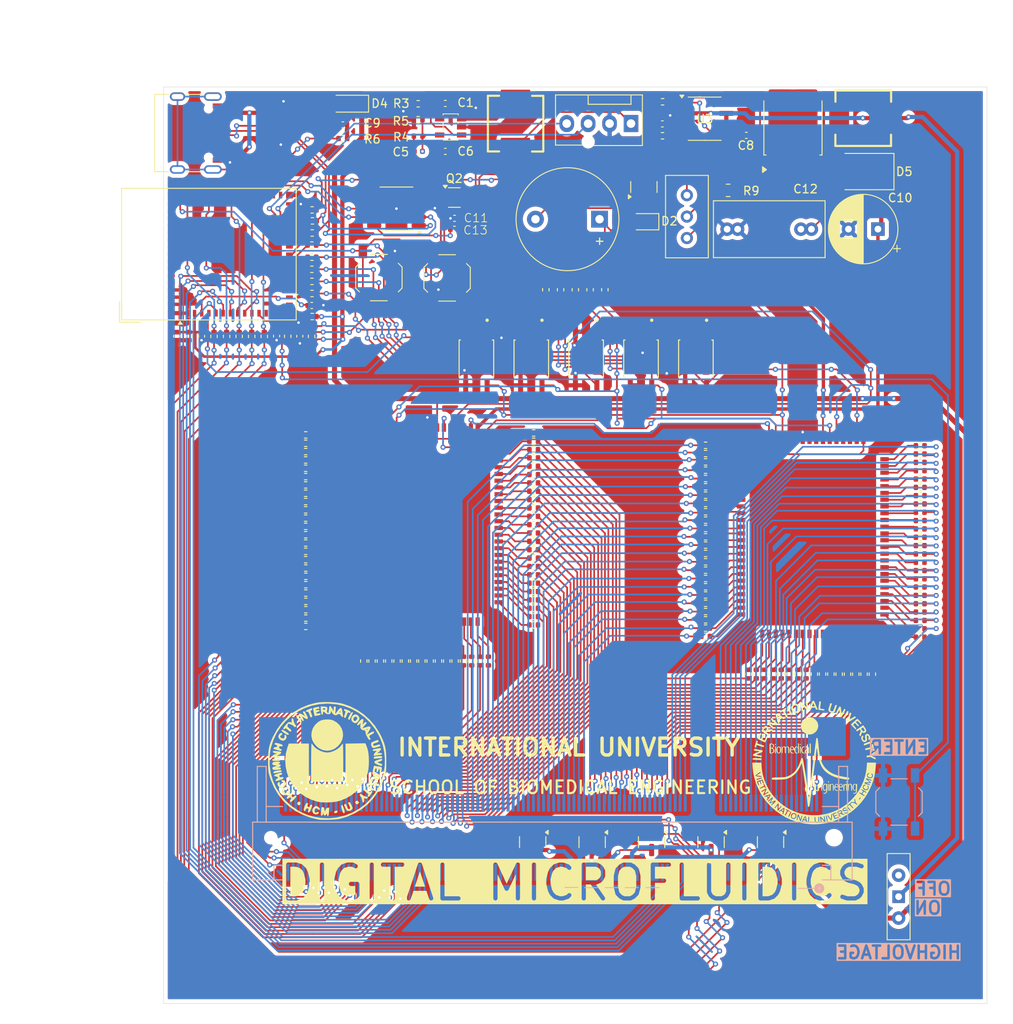
<source format=kicad_pcb>
(kicad_pcb (version 20241229) (generator "pcbnew") (generator_version "9.0")
  (layers (0 "F.Cu" signal) (2 "B.Cu" signal) (13 "F.Paste" user) (15 "B.Paste" user) (5 "F.SilkS" user "F.Silkscreen") (7 "B.SilkS" user "B.Silkscreen") (1 "F.Mask" user) (3 "B.Mask" user) (25 "Edge.Cuts" user))
  (net 0 "")
  (net 1 "Net-(BZ1--)")
  (net 2 "+5V")
  (net 3 "GND")
  (net 4 "+3V3")
  (net 5 "Net-(U1-FB)")
  (net 6 "Net-(U3-SHDN)")
  (net 7 "Net-(U3-REF)")
  (net 8 "Net-(D4-A)")
  (net 9 "HV_OUT")
  (net 10 "Net-(U4-V3)")
  (net 11 "EN")
  (net 12 "BOOT")
  (net 13 "ENT")
  (net 14 "Net-(D5-A)")
  (net 15 "SDA_OLED")
  (net 16 "SCL_OLED")
  (net 17 "HV_80")
  (net 18 "HV_55")
  (net 19 "Temp_4")
  (net 21 "HV_122")
  (net 22 "HV_86")
  (net 23 "HV_23")
  (net 25 "HV_51")
  (net 26 "HV_118")
  (net 27 "HV_52")
  (net 29 "HV_67")
  (net 30 "Heater_3")
  (net 31 "HV_42")
  (net 32 "HV_120")
  (net 34 "HV_33")
  (net 35 "HV_65")
  (net 36 "HV_30")
  (net 37 "HV_83")
  (net 38 "Temp_2")
  (net 39 "HV_13")
  (net 40 "HV_111")
  (net 41 "HV_113")
  (net 42 "HV_17")
  (net 43 "HV_19")
  (net 45 "Heater_5")
  (net 48 "HV_104")
  (net 49 "HV_61")
  (net 50 "HV_127")
  (net 51 "HV_4")
  (net 52 "HV_57")
  (net 53 "HV_99")
  (net 54 "HV_26")
  (net 55 "Heater_1")
  (net 57 "HV_60")
  (net 58 "HV_54")
  (net 59 "HV_8")
  (net 61 "HV_59")
  (net 62 "HV_62")
  (net 63 "HV_24")
  (net 64 "HV_41")
  (net 65 "HV_29")
  (net 66 "HV_10")
  (net 67 "HV_91")
  (net 68 "HV_47")
  (net 69 "HV_31")
  (net 70 "HV_109")
  (net 72 "HV_125")
  (net 74 "HV_40")
  (net 76 "HV_25")
  (net 78 "HV_103")
  (net 79 "HV_105")
  (net 80 "HV_92")
  (net 81 "HV_49")
  (net 83 "HV_18")
  (net 84 "HV_28")
  (net 85 "HV_9")
  (net 86 "HV_27")
  (net 87 "HV_20")
  (net 88 "HV_110")
  (net 89 "HV_16")
  (net 90 "HV_84")
  (net 91 "HV_46")
  (net 92 "HV_124")
  (net 93 "HV_44")
  (net 95 "HV_77")
  (net 96 "HV_56")
  (net 97 "HV_45")
  (net 98 "HV_32")
  (net 99 "HV_73")
  (net 100 "HV_97")
  (net 103 "HV_78")
  (net 104 "HV_90")
  (net 105 "Heater_2")
  (net 107 "HV_123")
  (net 110 "HV_96")
  (net 111 "Temp_1")
  (net 113 "HV_5")
  (net 114 "HV_108")
  (net 115 "HV_43")
  (net 116 "HV_95")
  (net 117 "HV_76")
  (net 119 "HV_81")
  (net 121 "HV_21")
  (net 122 "HV_34")
  (net 123 "HV_35")
  (net 125 "HV_7")
  (net 126 "HV_94")
  (net 128 "HV_63")
  (net 131 "HV_38")
  (net 133 "HV_79")
  (net 134 "HV_1")
  (net 135 "Heater_4")
  (net 137 "HV_75")
  (net 138 "HV_72")
  (net 142 "HV_128")
  (net 143 "HV_121")
  (net 144 "HV_58")
  (net 145 "HV_89")
  (net 146 "HV_11")
  (net 147 "HV_3")
  (net 148 "HV_70")
  (net 151 "HV_117")
  (net 153 "HV_39")
  (net 154 "HV_69")
  (net 155 "HV_74")
  (net 156 "Temp_3")
  (net 157 "HV_126")
  (net 158 "HV_106")
  (net 159 "HV_48")
  (net 161 "HV_100")
  (net 163 "HV_119")
  (net 164 "HV_116")
  (net 165 "HV_85")
  (net 166 "HV_71")
  (net 167 "HV_22")
  (net 168 "HV_6")
  (net 169 "HV_115")
  (net 170 "HV_102")
  (net 171 "HV_68")
  (net 172 "HV_14")
  (net 174 "HV_107")
  (net 175 "HV_64")
  (net 176 "HV_98")
  (net 179 "HV_114")
  (net 180 "HV_88")
  (net 181 "HV_93")
  (net 183 "HV_101")
  (net 184 "HV_112")
  (net 185 "HV_37")
  (net 186 "HV_15")
  (net 188 "Temp_5")
  (net 189 "HV_36")
  (net 190 "HV_12")
  (net 191 "HV_87")
  (net 192 "HV_66")
  (net 193 "HV_53")
  (net 194 "HV_50")
  (net 195 "HV_2")
  (net 196 "HV_82")
  (net 197 "Net-(U1-LX)")
  (net 198 "Net-(SW2-A)")
  (net 199 "Net-(P1-SHIELD)")
  (net 201 "USB_D+")
  (net 202 "USB_D-")
  (net 204 "Net-(Q1-G)")
  (net 205 "Net-(Q1-S)")
  (net 206 "RTS")
  (net 207 "DTR")
  (net 208 "Net-(Q3-B)")
  (net 209 "Net-(Q4-G)")
  (net 210 "Net-(Q5-G)")
  (net 211 "Net-(Q6-G)")
  (net 212 "Net-(Q7-G)")
  (net 213 "Net-(Q8-G)")
  (net 214 "PWM_Heater_1")
  (net 215 "PWM_Heater_2")
  (net 216 "Net-(U1-EN)")
  (net 217 "ESP_D-")
  (net 218 "ESP_D+")
  (net 219 "Net-(R9-Pad2)")
  (net 220 "VSENS")
  (net 221 "Net-(U5-HV_OUT_1)")
  (net 222 "Net-(U5-HV_OUT_2)")
  (net 223 "Net-(U5-HV_OUT_3)")
  (net 224 "Net-(U5-HV_OUT_4)")
  (net 225 "Net-(U5-HV_OUT_5)")
  (net 226 "Net-(U5-HV_OUT_6)")
  (net 227 "Net-(U5-HV_OUT_7)")
  (net 228 "Net-(U5-HV_OUT_8)")
  (net 229 "Net-(U5-HV_OUT_9)")
  (net 230 "Net-(U5-HV_OUT_10)")
  (net 231 "Net-(U5-HV_OUT_11)")
  (net 232 "Net-(U5-HV_OUT_12)")
  (net 233 "Net-(U5-HV_OUT_13)")
  (net 234 "Net-(U5-HV_OUT_14)")
  (net 235 "Net-(U5-HV_OUT_15)")
  (net 236 "Net-(U5-HV_OUT_16)")
  (net 237 "Net-(U5-HV_OUT_17)")
  (net 238 "Net-(U5-HV_OUT_18)")
  (net 239 "Net-(U5-HV_OUT_19)")
  (net 240 "Net-(U5-HV_OUT_20)")
  (net 241 "Net-(U5-HV_OUT_21)")
  (net 242 "Net-(U5-HV_OUT_22)")
  (net 243 "Net-(U5-HV_OUT_23)")
  (net 244 "Net-(U5-HV_OUT_24)")
  (net 245 "Net-(U5-HV_OUT_25)")
  (net 246 "Net-(U5-HV_OUT_26)")
  (net 247 "Net-(U5-HV_OUT_27)")
  (net 248 "Net-(U5-HV_OUT_28)")
  (net 249 "Net-(U5-HV_OUT_29)")
  (net 250 "Net-(U5-HV_OUT_30)")
  (net 251 "Net-(U5-HV_OUT_31)")
  (net 252 "Net-(U5-HV_OUT_32)")
  (net 253 "Net-(U5-HV_OUT_33)")
  (net 254 "Net-(U5-HV_OUT_34)")
  (net 255 "Net-(U5-HV_OUT_35)")
  (net 256 "Net-(U5-HV_OUT_36)")
  (net 257 "Net-(U5-HV_OUT_37)")
  (net 258 "Net-(U5-HV_OUT_38)")
  (net 259 "Net-(U5-HV_OUT_39)")
  (net 260 "Net-(U5-HV_OUT_40)")
  (net 261 "Net-(U5-HV_OUT_41)")
  (net 262 "Net-(U5-HV_OUT_42)")
  (net 263 "Net-(U5-HV_OUT_43)")
  (net 264 "Net-(U5-HV_OUT_44)")
  (net 265 "Net-(U5-HV_OUT_45)")
  (net 266 "Net-(U5-HV_OUT_46)")
  (net 267 "Net-(U5-HV_OUT_47)")
  (net 268 "Net-(U5-HV_OUT_48)")
  (net 269 "Net-(U5-HV_OUT_49)")
  (net 270 "Net-(U5-HV_OUT_50)")
  (net 271 "Net-(U5-HV_OUT_51)")
  (net 272 "Net-(U5-HV_OUT_52)")
  (net 273 "Net-(U5-HV_OUT_53)")
  (net 274 "Net-(U5-HV_OUT_54)")
  (net 275 "Net-(U5-HV_OUT_55)")
  (net 276 "Net-(U5-HV_OUT_56)")
  (net 277 "Net-(U5-HV_OUT_57)")
  (net 278 "Net-(U5-HV_OUT_58)")
  (net 279 "Net-(U5-HV_OUT_59)")
  (net 280 "Net-(U5-HV_OUT_60)")
  (net 281 "Net-(U5-HV_OUT_61)")
  (net 282 "Net-(U5-HV_OUT_62)")
  (net 283 "Net-(U5-HV_OUT_63)")
  (net 284 "Net-(U5-HV_OUT_64)")
  (net 285 "Net-(U11-HV_OUT_1)")
  (net 286 "Net-(U11-HV_OUT_2)")
  (net 287 "Net-(U11-HV_OUT_3)")
  (net 288 "Net-(U11-HV_OUT_4)")
  (net 289 "Net-(U11-HV_OUT_5)")
  (net 290 "Net-(U11-HV_OUT_6)")
  (net 291 "Net-(U11-HV_OUT_7)")
  (net 292 "Net-(U11-HV_OUT_8)")
  (net 293 "Net-(U11-HV_OUT_9)")
  (net 294 "Net-(U11-HV_OUT_10)")
  (net 295 "Net-(U11-HV_OUT_11)")
  (net 296 "Net-(U11-HV_OUT_12)")
  (net 297 "Net-(U11-HV_OUT_13)")
  (net 298 "Net-(U11-HV_OUT_14)")
  (net 299 "Net-(U11-HV_OUT_15)")
  (net 300 "Net-(U11-HV_OUT_16)")
  (net 301 "Net-(U11-HV_OUT_17)")
  (net 302 "Net-(U11-HV_OUT_18)")
  (net 303 "Net-(U11-HV_OUT_19)")
  (net 304 "Net-(U11-HV_OUT_20)")
  (net 305 "Net-(U11-HV_OUT_21)")
  (net 306 "Net-(U11-HV_OUT_22)")
  (net 307 "Net-(U11-HV_OUT_23)")
  (net 308 "Net-(U11-HV_OUT_24)")
  (net 309 "Net-(U11-HV_OUT_25)")
  (net 310 "Net-(U11-HV_OUT_26)")
  (net 311 "Net-(U11-HV_OUT_27)")
  (net 312 "Net-(U11-HV_OUT_28)")
  (net 313 "Net-(U11-HV_OUT_29)")
  (net 314 "Net-(U11-HV_OUT_30)")
  (net 315 "Net-(U11-HV_OUT_31)")
  (net 316 "Net-(U11-HV_OUT_32)")
  (net 317 "Net-(U11-HV_OUT_33)")
  (net 318 "Net-(U11-HV_OUT_34)")
  (net 319 "Net-(U11-HV_OUT_35)")
  (net 320 "Net-(U11-HV_OUT_36)")
  (net 321 "Net-(U11-HV_OUT_37)")
  (net 322 "Net-(U11-HV_OUT_38)")
  (net 323 "Net-(U11-HV_OUT_39)")
  (net 324 "Net-(U11-HV_OUT_40)")
  (net 325 "Net-(U11-HV_OUT_41)")
  (net 326 "Net-(U11-HV_OUT_42)")
  (net 327 "Net-(U11-HV_OUT_43)")
  (net 328 "Net-(U11-HV_OUT_44)")
  (net 329 "Net-(U11-HV_OUT_45)")
  (net 330 "Net-(U11-HV_OUT_46)")
  (net 331 "Net-(U11-HV_OUT_47)")
  (net 332 "Net-(U11-HV_OUT_48)")
  (net 333 "Net-(U11-HV_OUT_49)")
  (net 334 "Net-(U11-HV_OUT_50)")
  (net 335 "Net-(U11-HV_OUT_51)")
  (net 336 "Net-(U11-HV_OUT_52)")
  (net 337 "Net-(U11-HV_OUT_53)")
  (net 338 "Net-(U11-HV_OUT_54)")
  (net 339 "Net-(U11-HV_OUT_55)")
  (net 340 "Net-(U11-HV_OUT_56)")
  (net 341 "Net-(U11-HV_OUT_57)")
  (net 342 "Net-(U11-HV_OUT_58)")
  (net 343 "Net-(U11-HV_OUT_59)")
  (net 344 "Net-(U11-HV_OUT_60)")
  (net 345 "Net-(U11-HV_OUT_61)")
  (net 346 "Net-(U11-HV_OUT_62)")
  (net 347 "Net-(U11-HV_OUT_63)")
  (net 348 "Net-(U11-HV_OUT_64)")
  (net 349 "BUZZ")
  (net 350 "PWM_Heater_3")
  (net 351 "PWM_Heater_4")
  (net 352 "PWM_Heater_5")
  (net 353 "POL")
  (net 354 "Net-(R158-Pad2)")
  (net 355 "POL_C")
  (net 356 "LE")
  (net 357 "Net-(R160-Pad2)")
  (net 358 "LE_C")
  (net 359 "Net-(R162-Pad2)")
  (net 360 "BL")
  (net 361 "BL_C")
  (net 362 "CLK")
  (net 363 "Net-(R164-Pad2)")
  (net 364 "CLK_C")
  (net 365 "Net-(R166-Pad2)")
  (net 366 "DI")
  (net 367 "DI_C")
  (net 368 "Net-(U3-FB)")
  (net 373 "LEFT")
  (net 374 "UP")
  (net 375 "RXD0")
  (net 377 "DOWN")
  (net 378 "TXDO")
  (net 380 "RIGHT")
  (net 387 "Net-(U11-DIO_A)")
  (footprint "DMF:300k Resistor" (layer "F.Cu") (at 121.99 107.9)
    (property "Reference" "R65" (hide yes))
    (property "Value" "300k" (hide yes))
  )
  (footprint "DMF:300k Resistor" (layer "F.Cu") (at 121.99 103.98)
    (property "Reference" "R69" (hide yes))
    (property "Value" "300k" (hide yes))
  )
  (footprint "LOGO" (layer "F.Cu") (at 51.64 127.53)
    (property "Reference" "G***" (hide yes))
    (property "Value" "LOGO" (hide yes))
  )
  (footprint "Resistor_SMD:R_0402_1005Metric" (layer "F.Cu") (at 81.07 71.67 90)
    (property "Reference" "R159" (hide yes))
    (property "Value" "10k" (hide yes))
  )
  (footprint "DMF:300k Resistor" (layer "F.Cu") (at 96.5 97 180)
    (property "Reference" "R27" (hide yes))
    (property "Value" "300k" (hide yes))
  )
  (footprint "DMF:300k Resistor" (layer "F.Cu") (at 96.5 100.96 180)
    (property "Reference" "R31" (hide yes))
    (property "Value" "300k" (hide yes))
  )
  (footprint "DMF:300k Resistor" (layer "F.Cu") (at 96.5 103.92 180)
    (property "Reference" "R34" (hide yes))
    (property "Value" "300k" (hide yes))
  )
  (footprint "DMF:300k Resistor" (layer "F.Cu") (at 96.5 102.93 180)
    (property "Reference" "R33" (hide yes))
    (property "Value" "300k" (hide yes))
  )
  (footprint "DMF:300k Resistor" (layer "F.Cu") (at 96.5 107.85 180)
    (property "Reference" "R38" (hide yes))
    (property "Value" "300k" (hide yes))
  )
  (footprint "DMF:300k Resistor" (layer "F.Cu") (at 49.07 101.69 180)
    (property "Reference" "R97" (hide yes))
    (property "Value" "300k" (hide yes))
  )
  (footprint "DMF:300k Resistor" (layer "F.Cu") (at 49.07 93.82 180)
    (property "Reference" "R89" (hide yes))
    (property "Value" "300k" (hide yes))
  )
  (footprint "DMF:300k Resistor" (layer "F.Cu") (at 96.5 112.76 180)
    (property "Reference" "R43" (hide yes))
    (property "Value" "300k" (hide yes))
  )
  (footprint "Package_TO_SOT_SMD:SOT-23" (layer "F.Cu") (at 97.168125 137.1475 -90)
    (property "Reference" "Q7" (hide yes))
    (property "Value" "AO3400A" (hide yes))
  )
  (footprint "Resistor_SMD:R_0805_2012Metric" (layer "F.Cu") (at 99.1875 59.895 180)
    (property "Reference" "R9")
    (property "Value" "1M" (hide yes))
  )
  (footprint "DMF:300k Resistor" (layer "F.Cu") (at 111.38 117.25 -90)
    (property "Reference" "R54" (hide yes))
    (property "Value" "300k" (hide yes))
  )
  (footprint "DMF:300k Resistor" (layer "F.Cu") (at 66.81 115.7 -90)
    (property "Reference" "R119" (hide yes))
    (property "Value" "300k" (hide yes))
  )
  (footprint "Resistor_SMD:R_0402_1005Metric" (layer "F.Cu") (at 49.84 72.12)
    (property "Reference" "R166" (hide yes))
    (property "Value" "220" (hide yes))
  )
  (footprint "Package_TO_SOT_SMD:SOT-23" (layer "F.Cu") (at 89.2 59.4925 90)
    (property "Reference" "Q3" (hide yes))
    (property "Value" "SS8050" (hide yes))
  )
  (footprint "DMF:300k Resistor" (layer "F.Cu") (at 121.99 100.02)
    (property "Reference" "R73" (hide yes))
    (property "Value" "300k" (hide yes))
  )
  (footprint "DMF:300k Resistor" (layer "F.Cu") (at 49.07 92.83 180)
    (property "Reference" "R88" (hide yes))
    (property "Value" "300k" (hide yes))
  )
  (footprint "DMF:300k Resistor" (layer "F.Cu") (at 121.99 108.89)
    (property "Reference" "R64" (hide yes))
    (property "Value" "300k" (hide yes))
  )
  (footprint "DMF:OPTO_EL357N-G" (layer "F.Cu") (at 88.86 79.83 -90)
    (property "Reference" "U13" (hide yes))
    (property "Value" "EL357N-G" (hide yes))
  )
  (footprint "DMF:300k Resistor" (layer "F.Cu") (at 114.33 117.26 -90)
    (property "Reference" "R57" (hide yes))
    (property "Value" "300k" (hide yes))
  )
  (footprint "DMF:300k Resistor" (layer "F.Cu") (at 59.93 115.7 -90)
    (property "Reference" "R112" (hide yes))
    (property "Value" "300k" (hide yes))
  )
  (footprint "DMF:300k Resistor" (layer "F.Cu") (at 96.5 95.03 180)
    (property "Reference" "R25" (hide yes))
    (property "Value" "300k" (hide yes))
  )
  (footprint "DMF:300k Resistor" (layer "F.Cu") (at 76.1492 91.6)
    (property "Reference" "R144" (hide yes))
    (property "Value" "300k" (hide yes))
  )
  (footprint "DMF:300k Resistor" (layer "F.Cu") (at 49.08 110.59 180)
    (property "Reference" "R106" (hide yes))
    (property "Value" "300k" (hide yes))
  )
  (footprint "DMF:300k Resistor" (layer "F.Cu") (at 116.3 117.26 -90)
    (property "Reference" "R59" (hide yes))
    (property "Value" "300k" (hide yes))
  )
  (footprint "Package_SO:SO-8_3.9x4.9mm_P1.27mm" (layer "F.Cu") (at 96.405 51.4)
    (property "Reference" "U3")
    (property "Value" "MAX1771xSA" (hide yes))
  )
  (footprint "DMF:300k Resistor" (layer "F.Cu") (at 121.99 109.88)
    (property "Reference" "R63" (hide yes))
    (property "Value" "300k" (hide yes))
  )
  (footprint "Capacitor_SMD:C_0402_1005Metric" (layer "F.Cu") (at 66.73 64.51)
    (property "Reference" "C13")
    (property "Value" "0.1u" (hide yes))
  )
  (footprint "Resistor_SMD:R_0402_1005Metric" (layer "F.Cu") (at 91.42 49.395)
    (property "Reference" "RSENSE1" (hide yes))
    (property "Value" "0Ω" (hide yes))
  )
  (footprint "DMF:300k Resistor" (layer "F.Cu") (at 101.54 117.25 -90)
    (property "Reference" "R44" (hide yes))
    (property "Value" "300k" (hide yes))
  )
  (footprint "DMF:300k Resistor" (layer "F.Cu") (at 121.99 95.1)
    (property "Reference" "R78" (hide yes))
    (property "Value" "300k" (hide yes))
  )
  (footprint "Resistor_SMD:R_0402_1005Metric" (layer "F.Cu") (at 62.43 49.63)
    (property "Reference" "R3")
    (property "Value" "1k" (hide yes))
  )
  (footprint "DMF:300k Resistor" (layer "F.Cu") (at 104.51 117.25 -90)
    (property "Reference" "R47" (hide yes))
    (property "Value" "300k" (hide yes))
  )
  (footprint "Resistor_SMD:R_0402_1005Metric" (layer "F.Cu") (at 77.57 71.67 90)
    (property "Reference" "R167" (hide yes))
    (property "Value" "10k" (hide yes))
  )
  (footprint "DMF:HV507PG-G" (layer "F.Cu") (at 109.24 100.96 90)
    (property "Reference" "U5" (hide yes))
    (property "Value" "HV507" (hide yes))
  )
  (footprint "DMF:300k Resistor" (layer "F.Cu") (at 49.07 98.74 180)
    (property "Reference" "R94" (hide yes))
    (property "Value" "300k" (hide yes))
  )
  (footprint "DMF:300k Resistor" (layer "F.Cu") (at 96.5 96.02 180)
    (property "Reference" "R26" (hide yes))
    (property "Value" "300k" (hide yes))
  )
  (footprint "DMF:300k Resistor" (layer "F.Cu") (at 49.07 103.67 180)
    (property "Reference" "R99" (hide yes))
    (property "Value" "300k" (hide yes))
  )
  (footprint "Resistor_SMD:R_0402_1005Metric" (layer "F.Cu") (at 42.69 77.2 -90)
    (property "Reference" "R156" (hide yes))
    (property "Value" "1k" (hide yes))
  )
  (footprint "DMF:300k Resistor" (layer "F.Cu") (at 55.98 115.7 -90)
    (property "Reference" "R108" (hide yes))
    (property "Value" "300k" (hide yes))
  )
  (footprint "Resistor_SMD:R_0402_1005Metric" (layer "F.Cu") (at 49.89 63.51 180)
    (property "Reference" "R8" (hide yes))
    (property "Value" "0Ω(NC)" (hide yes))
  )
  (footprint "DMF:300k Resistor" (layer "F.Cu") (at 76.1492 104.4702)
    (property "Reference" "R131" (hide yes))
    (property "Value" "300k" (hide yes))
  )
  (footprint "DMF:300k Resistor" (layer "F.Cu") (at 96.5 104.91 180)
    (property "Reference" "R35" (hide yes))
    (property "Value" "300k" (hide yes))
  )
  (footprint "DMF:300k Resistor" (layer "F.Cu") (at 121.99 92.13)
    (property "Reference" "R81" (hide yes))
    (property "Value" "300k" (hide yes))
  )
  (footprint "DMF:300k Resistor" (layer "F.Cu") (at 121.99 96.08)
    (property "Reference" "R77" (hide yes))
    (property "Value" "300k" (hide yes))
  )
  (footprint "Capacitor_SMD:C_0402_1005Metric" (layer "F.Cu") (at 101.35 53.375)
    (property "Reference" "C8")
    (property "Value" "100n" (hide yes))
  )
  (footprint "Button_Switch_THT:SW_Slide-03_Wuerth-WS-SLTV_10x2.5x6.4_P2.54mm" (layer "F.Cu") (at 119.41 143.61 90)
    (property "Reference" "SW2" (hide yes))
    (property "Value" "SW_SPDT" (hide yes))
  )
  (footprint "DMF:OPTO_EL357N-G" (layer "F.Cu") (at 69.3375 79.83 -90)
    (property "Reference" "U16" (hide yes))
    (property "Value" "EL357N-G" (hide yes))
  )
  (footprint "DMF:300k Resistor" (layer "F.Cu") (at 49.07 95.8 180)
    (property "Reference" "R91" (hide yes))
    (property "Value" "300k" (hide yes))
  )
  (footprint "DMF:300k Resistor" (layer "F.Cu") (at 49.08 106.63 180)
    (property "Reference" "R102" (hide yes))
    (property "Value" "300k" (hide yes))
  )
  (footprint "DMF:300k Resistor" (layer "F.Cu") (at 49.07 100.71 180)
    (property "Reference" "R96" (hide yes))
    (property "Value" "300k" (hide yes))
  )
  (footprint "DMF:300k Resistor" (layer "F.Cu") (at 108.44 117.25 -90)
    (property "Reference" "R51" (hide yes))
    (property "Value" "300k" (hide yes))
  )
  (footprint "Potentiometer_THT:Potentiometer_Bourns_3296W_Vertical" (layer "F.Cu") (at 94.3 60.465 90)
    (property "Reference" "RV1" (hide yes))
    (property "Value" "500K" (hide yes))
  )
  (footprint "DMF:300k Resistor" (layer "F.Cu") (at 49.07 99.72 180)
    (property "Reference" "R95" (hide yes))
    (property "Value" "300k" (hide yes))
  )
  (footprint "Resistor_SMD:R_0402_1005Metric" (layer "F.Cu") (at 49.82 69.25)
    (property "Reference" "R158" (hide yes))
    (property "Value" "220" (hide yes))
  )
  (footprint "DMF:300k Resistor" (layer "F.Cu") (at 121.99 104.96)
    (property "Reference" "R68" (hide yes))
    (property "Value" "300k" (hide yes))
  )
  (footprint "Package_TO_SOT_SMD:SOT-23" (layer "F.Cu") (at 104.22 137.1475 -90)
    (property "Reference" "Q8" (hide yes))
    (property "Value" "AO3400A" (hide yes))
  )
  (footprint "Resistor_SMD:R_0402_1005Metric" (layer "F.Cu") (at 49.85 62.21)
    (property "Reference" "R149" (hide yes))
    (property "Value" "10k" (hide yes))
  )
  (footprint "Connector_USB:USB_C_Receptacle_G-Switch_GT-USB-7010ASV" (layer "F.Cu") (at 34.96 53.1 -90)
    (property "Reference" "P1" (hide yes))
    (property "Value" "USB_C_Plug_USB2.0" (hide yes))
  )
  (footprint "DMF:300k Resistor" (layer "F.Cu") (at 103.52 117.25 -90)
    (property "Reference" "R46" (hide yes))
    (property "Value" "300k" (hide yes))
  )
  (footprint "DMF:300k Resistor" (layer "F.Cu") (at 76.1492 98.53)
    (property "Reference" "R137" (hide yes))
    (property "Value" "300k" (hide yes))
  )
  (footprint "DMF:300k Resistor" (layer "F.Cu") (at 49.07 96.78 180)
    (property "Reference" "R92" (hide yes))
    (property "Value" "300k" (hide yes))
  )
  (footprint "Resistor_SMD:R_0402_1005Metric" (layer "F.Cu") (at 62.43 53.47)
    (property "Reference" "R4")
    (property "Value" "100k" (hide yes))
  )
  (footprint "DMF:300k Resistor" (layer "F.Cu") (at 56.96 115.7 -90)
    (property "Reference" "R109" (hide yes))
    (property "Value" "300k" (hide yes))
  )
  (footprint "Resistor_SMD:R_0402_1005Metric" (layer "F.Cu") (at 49.82 66.38)
    (property "Reference" "R164" (hide yes))
    (property "Value" "220" (hide yes))
  )
  (footprint "Button_Switch_SMD:SW_SPST_TL3342" (layer "F.Cu") (at 57.77 70.23 90)
    (property "Reference" "SW3" (hide yes))
    (property "Value" "SW_Push" (hide yes))
  )
  (footprint "Resistor_SMD:R_0402_1005Metric" (layer "F.Cu") (at 53.5 53.75)
    (property "Reference" "R6")
    (property "Value" "1M" (hide yes))
  )
  (footprint "Capacitor_SMD:C_0402_1005Metric" (layer "F.Cu") (at 62.46 55.27)
    (property "Reference" "C5")
    (property "Value" "22p" (hide yes))
  )
  (footprint "DMF:300k Resistor" (layer "F.Cu") (at 76.1492 89.64)
    (property "Reference" "R146" (hide yes))
    (property "Value" "300k" (hide yes))
  )
  (footprint "DMF:300k Resistor" (layer "F.Cu") (at 105.49 117.25 -90)
    (property "Reference" "R48" (hide yes))
    (property "Value" "300k" (hide yes))
  )
  (footprint "Resistor_SMD:R_0402_1005Metric" (layer "F.Cu") (at 49.86 64.945 180)
    (property "Reference" "R7" (hide yes))
    (property "Value" "0Ω(NC)" (hide yes))
  )
  (footprint "Resistor_SMD:R_0402_1005Metric" (layer "F.Cu") (at 49.83 67.815)
    (property "Reference" "R160" (hide yes))
    (property "Value" "220" (hide yes))
  )
  (footprint "DMF:300k Resistor" (layer "F.Cu") (at 96.5 110.8 180)
    (property "Reference" "R41" (hide yes))
    (property "Value" "300k" (hide yes))
  )
  (footprint "DMF:300k Resistor" (layer "F.Cu") (at 68.78 115.7 -90)
    (property "Reference" "R121" (hide yes))
    (property "Value" "300k" (hide yes))
  )
  (footprint "Package_TO_SOT_SMD:TO-252-2" (layer "F.Cu") (at 106.88 52.395 90)
    (property "Reference" "Q1" (hide yes))
    (property "Value" "TK560P60Y" (hide yes))
  )
  (footprint "Resistor_SMD:R_0402_1005Metric" (layer "F.Cu") (at 84.57 71.67 90)
    (property "Reference" "R165" (hide yes))
    (property "Value" "10k" (hide yes))
  )
  (footprint "DMF:300k Resistor" (layer "F.Cu") (at 96.5 99.97 180)
    (property "Reference" "R30" (hide yes))
    (property "Value" "300k" (hide yes))
  )
  (footprint "DMF:OPTO_EL357N-G" (layer "F.Cu") (at 82.3525 79.83 -90)
    (property "Reference" "U15" (hide yes))
    (property "Value" "EL357N-G" (hide yes))
  )
  (footprint "DMF:300k Resistor" (layer "F.Cu") (at 76.1492 88.65)
    (property "Reference" "R147" (hide yes))
    (property "Value" "300k" (hide yes))
  )
  (footprint "DMF:300k Resistor" (layer "F.Cu") (at 76.1492 111.4044)
    (property "Reference" "R124" (hide yes))
    (property "Value" "300k" (hide yes))
  )
  (footprint "DMF:300k Resistor" (layer "F.Cu") (at 76.1492 93.58)
    (property "Reference" "R142" (hide yes))
    (property "Value" "300k" (hide yes))
  )
  (footprint "DMF:PowerInductor_CYA0630-2.2UH" (layer "F.Cu") (at 115.21 51.33 180)
    (property "Reference" "L2" (hide yes))
    (property "Value" "100uH" (hide yes))
  )
  (footprint "DMF:300k Resistor" (layer "F.Cu") (at 96.5 108.84 180)
    (property "Reference" "R39" (hide yes))
    (property "Value" "300k" (hide yes))
  )
  (footprint "DMF:300k Resistor" (layer "F.Cu") (at 49.07 91.85 180)
    (property "Reference" "R87" (hide yes))
    (property "Value" "300k" (hide yes))
  )
  (footprint "Package_SO:SSOP-10-1EP_3.9x4.9mm_P1mm_EP2.1x3.3mm" (layer "F.Cu") (at 59.8525 62.06 180)
    (property "Reference" "U4" (hide yes))
    (property "Value" "CH340K" (hide yes))
  )
  (footprint "Package_TO_SOT_SMD:SOT-23" (layer "F.Cu") (at 90.11625 137.1475 -90)
    (property "Reference" "Q6" (hide yes))
    (property "Value" "AO3400A" (hide yes))
  )
  (footprint "DMF:300k Resistor" (layer "F.Cu") (at 121.99 99.03)
    (property "Reference" "R74" (hide yes))
    (property "Value" "300k" (hide yes))
  )
  (footprint "DMF:300k Resistor" (layer "F.Cu") (at 96.5 94.05 180)
    (property "Reference" "R24" (hide yes))
    (property "Value" "300k" (hide yes))
  )
  (footprint "DMF:300k Resistor" (layer "F.Cu") (at 121.99 105.94)
    (property "Reference" "R67" (hide yes))
    (property "Value" "300k" (hide yes))
  )
  (footprint "DMF:300k Resistor" (layer "F.Cu") (at 96.5 98.98 180)
    (property "Reference" "R29" (hide yes))
    (property "Value" "300k" (hide yes))
  )
  (footprint "DMF:300k Resistor" (layer "F.Cu") (at 115.31 117.26 -90)
    (property "Reference" "R58" (hide yes))
    (property "Value" "300k" (hide yes))
  )
  (footprint "DMF:300k Resistor" (layer "F.Cu") (at 64.84 115.7 -90)
    (property "Reference" "R117" (hide yes))
    (property "Value" "300k" (hide yes))
  )
  (footprint "DMF:300k Resistor" (layer "F.Cu") (at 96.5 106.88 180)
    (property "Reference" "R37" (hide yes))
    (property "Value" "300k" (hide yes))
  )
  (footprint "DMF:300k Resistor" (layer "F.Cu") (at 102.53 117.25 -90)
    (property "Reference" "R45" (hide yes))
    (property "Value" "300k" (hide yes))
  )
  (footprint "DMF:300k Resistor" (layer "F.Cu") (at 121.99 90.16)
    (property "Reference" "R83" (hide yes))
    (property "Value" "300k" (hide yes))
  )
  (footprint "DMF:300k Resistor" (layer "F.Cu") (at 96.5 92.08 180)
    (property "Reference" "R22" (hide yes))
    (property "Value" "300k" (hide yes))
  )
  (footprint "Resistor_SMD:R_0402_1005Metric" (layer "F.Cu") (at 41.2 77.2 -90)
    (property "Reference" "R155" (hide yes))
    (property "Value" "1k" (hide yes))
  )
  (footprint "DMF:300k Resistor" (layer "F.Cu") (at 69.77 115.7 -90)
    (property "Reference" "R122" (hide yes))
    (property "Value" "300k" (hide yes))
  )
  (footprint "DMF:300k Resistor" (layer "F.Cu") (at 121.99 97.06)
    (property "Reference" "R76" (hide yes))
    (property "Value" "300k" (hide yes))
  )
  (footprint "Resistor_SMD:R_0402_1005Metric" (layer "F.Cu") (at 82.82 71.67 90)
    (property "Reference" "R161" (hide yes))
    (property "Value" "10k" (hide yes))
  )
  (footprint "DMF:300k Resistor" (layer "F.Cu") (at 96.5 101.94 180)
    (property "Reference" "R32" (hide yes))
    (property "Value" "300k" (hide yes))
  )
  (footprint "DMF:300k Resistor" (layer "F.Cu") (at 96.5 93.06 180)
    (property "Reference" "R23" (hide yes))
    (property "Value" "300k" (hide yes))
  )
  (footprint "DMF:300k Resistor" (layer "F.Cu") (at 109.42 117.25 -90)
    (property "Reference" "R52" (hide yes))
    (property "Value" "300k" (hide yes))
  )
  (footprint "Resistor_SMD:R_0402_1005Metric" (layer "F.Cu") (at 39.71 77.2 -90)
    (property "Reference" "R2" (hide yes))
    (property "Value" "1k" (hide yes))
  )
  (footprint "DMF:300k Resistor" (layer "F.Cu") (at 60.91 115.7 -90)
    (property "Reference" "R113" (hide yes))
    (property "Value" "300k" (hide yes))
  )
  (footprint "Capacitor_SMD:C_0402_1005Metric" (layer "F.Cu") (at 65.65 55.27)
    (property "Reference" "C6")
    (property "Value" "10u" (hide yes))
  )
  (footprint "DMF:300k Resistor" (layer "F.Cu") (at 96.5 97.99 180)
    (property "Reference" "R28" (hide yes))
    (property "Value" "300k" (hide yes))
  )
  (footprint "DMF:300k Resistor" (layer "F.Cu") (at 121.99 98.05)
    (property "Reference" "R75" (hide yes))
    (property "Value" "300k" (hide yes))
  )
  (footprint "DMF:300k Resistor" (layer "F.Cu") (at 76.1492 94.57)
    (property "Reference" "R141" (hide yes))
    (property "Value" "300k" (hide yes))
  )
  (footprint "DMF:300k Resistor" (layer "F.Cu") (at 121.99 110.87)
    (property "Reference" "R62" (hide yes))
    (property "Value" "300k" (hide yes))
  )
  (footprint "DMF:300k Resistor" (layer "F.Cu") (at 96.5 105.9 180)
    (property "Reference" "R36" (hide yes))
    (property "Value" "300k" (hide yes))
  )
  (footprint "DMF:300k Resistor" (layer "F.Cu") (at 121.99 101.01)
    (property "Reference" "R72" (hide yes))
    (property "Value" "300k" (hide yes))
  )
  (footprint "DMF:300k Resistor" (layer "F.Cu") (at 121.99 106.91)
    (property "Reference" "R66" (hide yes))
    (property "Value" "300k" (hide yes))
  )
  (footprint "Resistor_SMD:R_0402_1005Metric" (layer "F.Cu") (at 38.22 77.2 -90)
    (property "Reference" "R1" (hide yes))
    (property "Value" "1k" (hide yes))
  )
  (footprint "Resistor_SMD:R_0402_1005Metric" (layer "F.Cu") (at 62.43 51.52 180)
    (property "Reference" "R5")
    (property "Value" "22.1k" (hide yes))
  )
  (footprint "DMF:300k Resistor" (layer "F.Cu") (at 76.1492 106.4514)
    (property "Reference" "R129" (hide yes))
    (property "Value" "300k" (hide yes))
  )
  (footprint "DMF:300k Resistor" (layer "F.Cu") (at 49.08 111.58 180)
    (property "Reference" "R107" (hide yes))
    (property "Value" "300k" (hide yes))
  )
  (footprint "Capacitor_SMD:C_0402_1005Metric" (layer "F.Cu") (at 91.39 52.015 180)
    (property "Reference" "C7" (hide yes))
    (property "Value" "100n" (hide yes))
  )
  (footprint "Capacitor_SMD:C_0402_1005Metric" (layer "F.Cu") (at 49.81 73.54)
    (property "Reference" "C15" (hide yes))
    (property "Value" "0.1u" (hide yes))
  )
  (footprint "DMF:300k Resistor" (layer "F.Cu") (at 63.85 115.7 -90)
    (property "Reference" "R116" (hide yes))
    (property "Value" "300k" (hide yes))
  )
  (footprint "DMF:300k Resistor" (layer "F.Cu") (at 76.1492 97.54)
    (property "Reference" "R138" (hide yes))
    (property "Value" "300k" (hide yes))
  )
  (footprint "DMF:300k Resistor" (layer "F.Cu") (at 65.82 115.7 -90)
    (property "Reference" "R118" (hide yes))
    (property "Value" "300k" (hide yes))
  )
  (footprint "DMF:300k Resistor" (layer "F.Cu") (at 49.07 94.81 180)
    (property "Reference" "R90" (hide yes))
    (property "Value" "300k" (hide yes))
  )
  (footprint "Capacitor_THT:CP_Radial_D8.0mm_P3.50mm" (layer "F.Cu") (at 116.96 64.485 180)
    (property "Reference" "C10")
    (property "Value" "4.7u, 250V" (hide yes))
  )
  (footprint "DMF:PowerInductor_CYA0630-2.2UH" (layer "F.Cu") (at 73.97 51.99 -90)
    (property "Reference" "L1" (hide yes))
    (property "Value" "2.2uH" (hide yes))
  )
  (footprint "RF_Module:ESP32-S2-MINI-1" (layer "F.Cu") (at 37.61 67.45 90)
    (property "Reference" "U2" (hide yes))
    (property "Value" "ESP32-S3-MINI-1U")
  )
  (footprint "DMF:300k Resistor" (layer "F.Cu") (at 121.99 93.12)
    (property "Reference" "R80" (hide yes))
    (property "Value" "300k" (hide yes))
  )
  (footprint "DMF:300k Resistor" (layer "F.Cu") (at 76.1492 110.4138)
    (property "Reference" "R125" (hide yes))
    (property "Value" "300k" (hide yes))
  )
  (footprint "DMF:300k Resistor" (layer "F.Cu") (at 121.99 91.14)
    (property "Reference" "R82" (hide yes))
    (property "Value" "300k" (hide yes))
  )
  (footprint "Resistor_SMD:R_0402_1005Metric" (layer "F.Cu") (at 44.18 77.2 -90)
    (property "Reference" "R157" (hide yes))
    (property "Value" "1k" (hide yes))
  )
  (footprint "DMF:HV507PG-G" (layer "F.Cu") (at 63.48 99.51 90)
    (property "Reference" "U11" (hide yes))
    (property "Value" "HV507" (hide yes))
  )
  (footprint "DMF:300k Resistor" (layer "F.Cu") (at 76.1492 107.442)
    (property "Reference" "R128" (hide yes))
    (property "Value" "300k" (hide yes))
  )
  (footprint "Package_TO_SOT_SMD:SOT-363_SC-70-6" (layer "F.Cu") (at 66.72 60.74)
    (property "Reference" "Q2")
    (property "Value" "UMH3N" (hide yes))
  )
  (footprint "DMF:300k Resistor" (layer "F.Cu") (at 112.36 117.26 -90)
    (property "Reference" "R55" (hide yes))
    (property "Value" "300k" (hide yes))
  )
  (footprint "Resistor_SMD:R_0402_1005Metric" (layer "F.Cu") (at 49.79 77.2 -90)
    (property "Reference" "R16" (hide yes))
    (property "Value" "10k" (hide yes))
  )
  (footprint "DMF:300k Resistor" (layer "F.Cu") (at 67.8 115.7 -90)
    (property "Reference" "R120" (hide yes))
    (property "Value" "300k" (hide yes))
  )
  (footprint "DMF:300k Resistor" (layer "F.Cu") (at 49.08 108.61 180)
    (property "Reference" "R104" (hide yes))
    (property "Value" "300k" (hide yes))
  )
  (footprint "DMF:300k Resistor" (layer "F.Cu") (at 57.95 115.7 -90)
    (property "Reference" "R110" (hide yes))
    (property "Value" "300k" (hide yes))
  )
  (footprint "DMF:300k Resistor" (layer "F.Cu") (at 76.1492 109.4232)
    (property "Reference" "R126" (hide yes))
    (property "Value" "300k" (hide yes))
  )
  (footprint "DMF:300k Resistor" (layer "F.Cu") (at 49.07 88.88 180)
    (property "Reference" "R84" (hide yes))
    (property "Value" "300k" (hide yes))
  )
  (footprint "Capacitor_SMD:C_0402_1005Metric" (layer "F.Cu") (at 53.5 52.13)
    (property "Reference" "C9")
    (property "Value" "1u" (hide yes))
  )
  (footprint "DMF:300k Resistor" (layer "F.Cu") (at 76.1492 103.4796)
    (property "Reference" "R132" (hide yes))
    (property "Value" "300k" (hide yes))
  )
  (footprint "Capacitor_SMD:C_0402_1005Metric" (layer "F.Cu") (at 36.74 77.18 -90)
    (property "Reference" "C24" (hide yes))
    (property "Value" "0.1u" (hide yes))
  )
  (footprint "Capacitor_SMD:C_0402_1005Metric" (layer "F.Cu") (at 45.64 77.17 -90)
    (property "Reference" "C23" (hide yes))
    (property "Value" "0.1u" (hide yes))
  )
  (footprint "DMF:300k Resistor" (layer "F.Cu") (at 76.1492 96.55)
    (property "Reference" "R139" (hide yes))
    (property "Value" "300k" (hide yes))
  )
  (footprint "Diode_SMD:D_SMB" (layer "F.Cu") (at 115.2 57.665 180)
    (property "Reference" "D5")
    (property "Value" "US2G" (hide yes))
  )
  (footprint "DMF:300k Resistor" (layer "F.Cu") (at 49.07 89.87 180)
    (property "Reference" "R85" (hide yes))
    (property "Value" "300k" (hide yes))
  )
  (footprint "DMF:300k Resistor" (layer "F.Cu") (at 107.46 117.25 -90)
    (property "Reference" "R50" (hide yes))
    (property "Value" "300k" (hide yes))
  )
  (footprint "DMF:300k Resistor" (layer "F.Cu") (at 106.47 117.25 -90)
    (property "Reference" "R49" (hide yes))
    (property "Value" "300k" (hide yes))
  )
  (footprint "Resistor_SMD:R_0402_1005Metric" (layer "F.Cu") (at 49.83 70.685)
    (property "Reference" "R162" (hide yes))
    (property "Value" "220" (hide yes))
  )
  (footprint "DMF:300k Resistor" (layer "F.Cu") (at 76.1492 102.489)
    (property "Reference" "R133" (hide yes))
    (property "Value" "300k" (hide yes))
  )
  (footprint "Diode_SMD:D_SOD-123F" (layer "F.Cu") (at 54.3375 49.62 180)
    (property "Reference" "D4")
    (property "Value" "MBR1020VL" (hide yes))
  )
  (footprint "DMF:300k Resistor" (layer "F.Cu") (at 76.1492 99.5172)
    (property "Reference" "R136" (hide yes))
    (property "Value" "300k" (hide yes))
  )
  (footprint "DMF:300k Resistor" (layer "F.Cu") (at 76.1492 90.62)
    (property "Reference" "R145" (hide yes))
    (property "Value" "300k" (hide yes))
  )
  (footprint "Capacitor_SMD:C_0402_1005Metric" (layer "F.Cu") (at 65.65 49.59)
    (property "Reference" "C1")
    (property "Value" "10u" (hide yes))
  )
  (footprint "DMF:300k Resistor" (layer "F.Cu") (at 76.1492 92.59)
    (property "Reference" "R143" (hide yes))
    (property "Value" "300k" (hide yes))
  )
  (footprint "DMF:300k Resistor" (layer "F.Cu") (at 49.08 105.64 180)
    (property "Reference" "R101" (hide yes))
    (property "Value" "300k" (hide yes))
  )
  (footprint "DMF:300k Resistor" (layer "F.Cu") (at 49.08 107.62 180)
    (property "Reference" "R103" (hide yes))
    (property "Value" "300k" (hide yes))
  )
  (footprint "DMF:300k Resistor" (layer "F.Cu") (at 76.1492 105.4608)
    (property "Reference" "R130" (hide yes))
    (property "Value" "300k" (hide yes))
  )
  (footprint "DMF:300k Resistor" (layer "F.Cu") (at 76.1492 108.4326)
    (property "Reference" "R127" (hide yes))
    (property "Value" "300k" (hide yes))
  )
  (footprint "DMF:300k Resistor" (layer "F.Cu") (at 76.1492 95.56)
    (property "Reference" "R140" (hide yes))
    (property "Value" "300k" (hide yes))
  )
  (footprint "DMF:300k Resistor" (layer "F.Cu") (at 96.5 91.09 180)
    (property "Reference" "R21" (hide yes))
    (property "Value" "300k" (hide yes))
  )
  (footprint "Capacitor_SMD:C_0402_1005Metric" (layer "F.Cu") (at 35.27 77.18 -90)
    (property "Reference" "C4" (hide yes))
    (property "Value" "10u" (hide yes))
  )
  (footprint "DMF:300k Resistor" (layer "F.Cu") (at 49.07 90.86 180)
    (property "Reference" "R86" (hide yes))
    (property "Value" "300k" (hide yes))
  )
  (footprint "Button_Switch_SMD:SW_SPST_TL3342" (layer "F.Cu") (at 65.86 70.27 90)
    (property "Reference" "SW4" (hide yes))
    (property "Value" "SW_Push" (hide yes))
  )
  (footprint "Buzzer_Beeper:Buzzer_12x9.5RM7.6" (layer "F.Cu") (at 83.94 63.31 180)
    (property "Reference" "BZ1" (hide yes))
    (property "Value" "Buzzer" (hide yes))
  )
  (footprint "DMF:300k Resistor" (layer "F.Cu") (at 49.08 109.6 180)
    (property "Reference" "R105" (hide yes))
    (property "Value" "300k" (hide yes))
  )
  (footprint "Resistor_SMD:R_0402_1005Metric" (layer "F.Cu") (at 46.96 77.19 -90)
    (property "Reference" "R154" (hide yes))
    (property "Value" "10k" (hide yes))
  )
  (footprint "Diode_SMD:D_0805_2012Metric" (layer "F.Cu") (at 89.29 63.61 180)
    (property "Reference" "D2")
    (property "Value" "D" (hide yes))
  )
  (footprint "Resistor_SMD:R_0402_1005Metric" (layer "F.Cu") (at 79.32 71.67 90)
    (property "Reference" "R163" (hide yes))
    (property "Value" "10k" (hide yes))
  )
  (footprint "DMF:300k Resistor" (layer "F.Cu") (at 121.99 111.86)
    (property "Reference" "R61" (hide yes))
    (property "Value" "300k" (hide yes))
  )
  (footprint "DMF:300k Resistor" (layer "F.Cu") (at 121.99 94.11)
    (property "Reference" "R79" (hide yes))
    (property "Value" "300k" (hide yes))
  )
  (footprint "SY8088:SY8088" (layer "F.Cu") (at 66.28 52.38)
    (property "Reference" "U1" (hide yes))
    (property "Value" "SY8088AAC" (hide yes))
  )
  (footprint "Capacitor_SMD:C_0402_1005Metric" (layer "F.Cu") (at 48.39 77.18 -90)
    (property "Reference" "C14" (hide yes))
    (property "Value" "0.1u" (hide yes))
  )
  (footprint "Capacitor_SMD:C_0402_1005Metric" (layer "F.Cu") (at 33.8 77.18 -90)
    (property "Reference" "C3" (hide yes))
    (property "Value" "100u" (hide yes))
  )
  (footprint "DMF:OPTO_EL357N-G" (layer "F.Cu") (at 75.845 79.83 -90)
    (property "Reference" "U14" (hide yes))
    (property "Value" "EL357N-G" (hide yes))
  )
  (footprint "DMF:300k Resistor" (layer "F.Cu") (at 96.5 109.82 180)
    (property "Reference" "R40" (hide yes))
    (property "Value" "300k" (hide yes))
  )
  (footprint "DMF:300k Resistor" (layer "F.Cu") (at 49.08 104.66 180)
    (property "Reference" "R100" (hide yes))
    (property "Value" "300k" (hide yes))
  )
  (footprint "DMF:300k Resistor" (layer "F.Cu") (at 96.5 90.11 180)
    (property "Reference" "R20" (hide yes))
    (property "Value" "300k" (hide yes))
  )
  (footprint "DMF:300k Resistor" (layer "F.Cu") (at 76.1492 100.5078)
    (property "Reference" "R135" (hide yes))
    (property "Value" "300k" (hide yes))
  )
  (footprint "Capacitor_THT:C_Rect_L13.0mm_W6.5mm_P7.50mm_P10.00mm" (layer "F.Cu") (at 109.07 64.495 180)
    (property "Reference" "C12")
    (property "Value" "100n, 250V" (hide yes))
  )
  (footprint "DMF:OPTO_EL357N-G" (layer "F.Cu") (at 95.3675 79.83 -90)
    (property "Reference" "U17" (hide yes))
    (property "Value" "EL357N-G" (hide yes))
  )
  (footprint "DMF:300k Resistor" (layer "F.Cu") (at 76.1492 101.4984)
    (property "Reference" "R134" (hide yes))
    (property "Value" "300k" (hide yes))
  )
  (footprint "Package_TO_SOT_SMD:SOT-23" (layer "F.Cu") (at 83.064375 137.1475 -90)
    (property "Reference" "Q5" (hide yes))
    (property "Value" "AO3400A" (hide yes))
  )
  (footprint "LOGO" (layer "F.Cu") (at 109.39 127.68)
    (property "Reference" "G***" (hide yes))
    (property "Value" "LOGO" (hide yes))
  )
  (footprint "Package_TO_SOT_SMD:SOT-23" (layer "F.Cu") (at 76.0125 137.1475 -90)
    (property "Reference" "Q4" (hide yes))
    (property "Value" "AO3400A" (hide yes))
  )
  (footprint "DMF:300k Resistor" (layer "F.Cu") (at 121.99 102.99)
    (property "Reference" "R70" (hide yes))
    (property "Value" "300k" (hide yes))
  )
  (footprint "DMF:300k Resistor" (layer "F.Cu") (at 121.99 112.85)
    (property "Reference" "R60" (hide yes))
    (property "Value" "300k" (hide yes))
  )
  (footprint "DMF:300k Resistor" (layer "F.Cu") (at 49.07 102.68 180)
    (property "Reference" "R98" (hide yes))
    (property "Value" "300k" (hide yes))
  )
  (footprint "Connector:FanPinHeader_1x04_P2.54mm_Vertical" (layer "F.Cu") (at 87.67 51.98 180)
    (property "Reference" "J1" (hide yes))
    (property "Value" "Conn_01x04" (hide yes))
  )
  (footprint "DMF:300k Resistor" (layer "F.Cu") (at 61.89 115.7 -90)
    (property "Reference" "R114" (hide yes))
    (property "Value" "300k" (hide yes))
  )
  (footprint "DMF:300k Resistor" (layer "F.Cu") (at 110.39 117.25 -90)
    (property "Reference" "R53" (hide yes))
    (property "Value" "300k" (hide yes))
  )
  (footprint "DMF:300k Resistor" (layer "F.Cu") (at 49.07 97.76 180)
    (property "Reference" "R93" (hide yes))
    (property "Value" "300k" (hide yes))
  )
  (footprint "DMF:300k Resistor" (layer "F.Cu") (at 58.94 115.7 -90)
    (property "Reference" "R111" (hide yes))
    (property "Value" "300k" (hide yes))
  )
  (footprint "DMF:300k Resistor" (layer "F.Cu") (at 96.5 111.78 180)
    (property "Reference" "R42" (hide yes))
    (property "Value" "300k" (hide yes))
  )
  (footprint "Resistor_SMD:R_0402_1005Metric" (layer "F.Cu") (at 49.86 74.85)
    (property "Reference" "R17" (hide yes))
    (property "Value" "10k" (hide yes))
  )
  (footprint "Capacitor_SMD:C_0402_1005Metric" (layer "F.Cu") (at 66.74 63.21 180)
    (property "Reference" "C11")
    (property "Value" "1u" (hide yes))
  )
  (footprint "Resistor_SMD:R_0402_1005Metric" (layer "F.Cu") (at 91.41 53.425 180)
    (property "Reference" "R10" (hide yes))
    (property "Value" "6.8k" (hide yes))
  )
  (footprint "DMF:300k Resistor" (layer "F.Cu") (at 62.87 115.7 -90)
    (property "Reference" "R115" (hide yes))
    (property "Value" "300k" (hide yes))
  )
  (footprint "DMF:300k Resistor" (layer "F.Cu") (at 113.35 117.26 -90)
    (property "Reference" "R56" (hide yes))
    (property "Value" "300k" (hide yes))
  )
  (footprint "DMF:300k Resistor" (layer "F.Cu") (at 70.76 115.7 -90)
    (property "Reference" "R123" (hide yes))
    (property "Value" "300k" (hide yes))
  )
  (footprint "DMF:300k Resistor" (layer "F.Cu") (at 121.99 102)
    (property "Reference" "R71" (hide yes))
    (property "Value" "300k" (hide yes))
  )
  (footprint "Button_Switch_SMD:SW_SPST_TL3342" (layer "B.Cu") (at 119.46 132.39 90)
    (property "Reference" "SW9" (hide yes))
    (property "Value" "SW_Push" (hide yes))
  )
  (footprint "DMF:SO-DIMM" (layer "B.Cu") (at 78.35 136.6225)
    (property "Reference" "J2" (hide yes))
    (property "Value" "SODIMM-200" (hide yes))
  )
  (gr_rect (start 80.02 139.78) (end 81.15 141.63) (stroke (width 0.2)) (fill yes) (layer "B.Cu") (net 55))
  (gr_rect (start 89.61 139.23) (end 90.83 141.62) (stroke (width 0.2)) (fill yes) (layer "B.Cu") (net 45))
  (gr_rect (start 107.65 139.82) (end 110.04 141.62) (stroke (width 0.2)) (fill yes) (layer "B.Cu") (net 2))
  (gr_rect (start 82.37 139.4) (end 83.63 141.63) (stroke (width 0.2)) (fill yes) (layer "B.Cu") (net 105))
  (gr_rect (start 84.765 139.38) (end 85.995 141.63) (stroke (width 0.2)) (fill yes) (layer "B.Cu") (net 30))
  (gr_rect (start 87.14 139.28) (end 88.43 141.62) (stroke (width 0.2)) (fill yes) (layer "B.Cu") (net 135))
  (gr_line (start 86.21 142.54) (end 84.61 142.54) (stroke (width 0.1)) (layer "B.SilkS"))
  (gr_line (start 89.43 142.54) (end 91.03 142.54) (stroke (width 0.1)) (layer "B.SilkS"))
  (gr_line (start 110 142.6225) (end 107.48 142.6225) (stroke (width 0.1)) (layer "B.SilkS"))
  (gr_line (start 83.79 142.54) (end 82.18 142.54) (stroke (width 0.1)) (layer "B.SilkS"))
  (gr_line (start 81.37 142.52) (end 79.84 142.52) (stroke (width 0.1)) (layer "B.SilkS"))
  (gr_line (start 88.56 142.54) (end 86.98 142.54) (stroke (width 0.1)) (layer "B.SilkS"))
  (gr_rect (start 32.24 47.64) (end 129.9 156.27) (stroke (width 0.05)) (fill no) (layer "Edge.Cuts"))
  (gr_text "INTERNATIONAL UNIVERSITY" (at 59.79 127.08 0) (layer "F.SilkS") (effects (font (size 2 2) (thickness 0.4) (bold yes)) (justify left bottom)))
  (gr_text "DIGITAL MICROFLUIDICS" (at 45.74 144.33 0) (layer "F.SilkS" knockout) (effects (font (size 4 4) (thickness 0.5)) (justify left bottom)))
  (gr_text "SCHOOL OF BIOMEDICAL ENGINEERING" (at 58.84 131.53 0) (layer "F.SilkS") (effects (font (size 1.5 1.5) (thickness 0.25) (bold yes)) (justify left bottom)))
  (gr_text "OFF\n" (at 125.79 143.56 0) (layer "B.SilkS" knockout) (effects (font (size 1.5 1.5) (thickness 0.3) (bold yes)) (justify left bottom mirror)))
  (gr_text "ON" (at 124.64 145.83 0) (layer "B.SilkS" knockout) (effects (font (size 1.5 1.5) (thickness 0.3) (bold yes)) (justify left bottom mirror)))
  (gr_text "HIGHVOLTAGE" (at 126.99 151.11 0) (layer "B.SilkS" knockout) (effects (font (size 1.5 1.5) (thickness 0.3) (bold yes)) (justify left bottom mirror)))
  (gr_text "ENTER" (at 123.16 126.8 0) (layer "B.SilkS" knockout) (effects (font (size 1.5 1.5) (thickness 0.3) (bold yes)) (justify left bottom mirror)))
  (segment (start 89.2 62.7625) (end 88.3525 63.61) (width 0.2) (layer "F.Cu") (net 1))
  (segment (start 89.2 62) (end 89.2 62.7625) (width 0.2) (layer "F.Cu") (net 1))
  (segment (start 89.2 58.555) (end 89.2 62) (width 0.2) (layer "F.Cu") (net 1))
  (segment (start 76.34 63.31) (end 77.65 62) (width 0.2) (layer "F.Cu") (net 1))
  (segment (start 77.65 62) (end 89.2 62) (width 0.2) (layer "F.Cu") (net 1))
  (segment (start 119.41 146.15) (end 112.29 146.15) (width 0.6) (layer "F.Cu") (net 2))
  (segment (start 110.49 83.59) (end 110.49 84.53) (width 0.4) (layer "F.Cu") (net 2))
  (segment (start 52.51 82.37) (end 54.72 84.58) (width 0.6) (layer "F.Cu") (net 2))
  (segment (start 110.44 86.62) (end 110.45 86.61) (width 0.2) (layer "F.Cu") (net 2))
  (segment (start 64.68 88.01) (end 64.68 84.59) (width 0.2) (layer "F.Cu") (net 2))
  (segment (start 127.8 89.05) (end 127.8 91.67) (width 0.6) (layer "F.Cu") (net 2))
  (segment (start 84.57 63.94) (end 83.94 63.31) (width 0.2) (layer "F.Cu") (net 2))
  (segment (start 123.32 84.57) (end 127.8 89.05) (width 0.6) (layer "F.Cu") (net 2))
  (segment (start 64.9799 51.43) (end 64.9799 49.7801) (width 0.5) (layer "F.Cu") (net 2))
  (segment (start 55.7375 53.6725) (end 53.21 56.2) (width 0.6) (layer "F.Cu") (net 2))
  (segment (start 110.49 84.53) (end 110.44 84.58) (width 0.2) (layer "F.Cu") (net 2))
  (segment (start 64.9799 49.7801) (end 65.17 49.59) (width 0.2) (layer "F.Cu") (net 2))
  (segment (start 84.57 71.16) (end 106.55 71.16) (width 0.4) (layer "F.Cu") (net 2))
  (segment (start 64.68 84.59) (end 64.67 84.58) (width 0.2) (layer "F.Cu") (net 2))
  (segment (start 106.55 71.16) (end 110.49 75.1) (width 0.4) (layer "F.Cu") (net 2))
  (segment (start 110.44 84.58) (end 115.13 84.58) (width 0.6) (layer "F.Cu") (net 2))
  (segment (start 110.44 89.46) (end 110.44 86.62) (width 0.2) (layer "F.Cu") (net 2))
  (segment (start 112.29 146.15) (end 110.35 144.21) (width 0.6) (layer "F.Cu") (net 2))
  (segment (start 52.51 59.23) (end 52.51 82.37) (width 0.6) (layer "F.Cu") (net 2))
  (segment (start 64.67 84.58) (end 110.44 84.58) (width 0.6) (layer "F.Cu") (net 2))
  (segment (start 55.7375 49.6025) (end 56.68 48.66) (width 0.5) (layer "F.Cu") (net 2))
  (segment (start 52.51 56.9) (end 52.51 59.23) (width 0.6) (layer "F.Cu") (net 2))
  (segment (start 55.7375 49.6025) (end 55.7375 53.6725) (width 0.6) (layer "F.Cu") (net 2))
  (segment (start 77.57 71.16) (end 84.57 71.16) (width 0.2) (layer "F.Cu") (net 2))
  (segment (start 56.68 48.66) (end 62.44 48.66) (width 0.5) (layer "F.Cu") (net 2))
  (segment (start 62.94 49.16) (end 62.94 49.63) (width 0.2) (layer "F.Cu") (net 2))
  (segment (start 127.8 137.76) (end 119.41 146.15) (width 0.6) (layer "F.Cu") (net 2))
  (segment (start 62.44 48.66) (end 62.94 49.16) (width 0.5) (layer "F.Cu") (net 2))
  (segment (start 110.49 75.1) (end 110.49 83.59) (width 0.4) (layer "F.Cu") (net 2))
  (segment (start 84.57 71.16) (end 84.57 63.94) (width 0.2) (layer "F.Cu") (net 2))
  (segment (start 85.241 64.611) (end 83.94 63.31) (width 0.2) (layer "F.Cu") (net 2))
  (segment (start 89.2265 64.611) (end 85.241 64.611) (width 0.2) (layer "F.Cu") (net 2))
  (segment (start 65.13 49.63) (end 65.17 49.59) (width 0.2) (layer "F.Cu") (net 2))
  (segment (start 118.83 84.57) (end 123.32 84.57) (width 0.6) (layer "F.Cu") (net 2))
  (segment (start 90.2275 63.61) (end 89.2265 64.611) (width 0.2) (layer "F.Cu") (net 2))
  (segment (start 54.72 84.58) (end 64.67 84.58) (width 0.6) (layer "F.Cu") (net 2))
  (segment (start 53.21 56.2) (end 52.51 56.9) (width 0.6) (layer "F.Cu") (net 2))
  (segment (start 55.7375 49.62) (end 55.7375 49.6025) (width 0.2) (layer "F.Cu") (net 2))
  (segment (start 62.94 49.63) (end 65.13 49.63) (width 0.5) (layer "F.Cu") (net 2))
  (segment (start 127.8 91.67) (end 127.8 137.76) (width 0.6) (layer "F.Cu") (net 2))
  (via (at 110.45 86.61) (size 0.6) (drill 0.3) (layers "F.Cu" "B.Cu") (net 2))
  (via (at 110.49 83.59) (size 0.6) (drill 0.3) (layers "F.Cu" "B.Cu") (net 2))
  (via (at 115.13 84.58) (size 0.6) (drill 0.3) (layers "F.Cu" "B.Cu") (net 2))
  (via (at 110.35 144.21) (size 0.6) (drill 0.3) (layers "F.Cu" "B.Cu") (net 2))
  (via (at 118.83 84.57) (size 0.6) (drill 0.3) (layers "F.Cu" "B.Cu") (net 2))
  (segment (start 110.45 83.63) (end 110.49 83.59) (width 0.2) (layer "B.Cu") (net 2))
  (segment (start 108.8 142.66) (end 108.8 140.7225) (width 0.6) (layer "B.Cu") (net 2))
  (segment (start 118.82 84.58) (end 118.83 84.57) (width 0.2) (layer "B.Cu") (net 2))
  (segment (start 110.35 144.21) (end 108.8 142.66) (width 0.6) (layer "B.Cu") (net 2))
  (segment (start 115.13 84.58) (end 118.82 84.58) (width 0.6) (layer "B.Cu") (net 2))
  (segment (start 110.45 86.61) (end 110.45 83.63) (width 0.4) (layer "B.Cu") (net 2))
  (segment (start 81.0825 81.5575) (end 81.09 81.55) (width 0.2) (layer "F.Cu") (net 3))
  (segment (start 81.0825 81.7225) (end 81.0825 81.5575) (width 0.2) (layer "F.Cu") (net 3))
  (segment (start 81.0825 81.7225) (end 81.08 81.72) (width 0.2) (layer "F.Cu") (net 3))
  (segment (start 81.0825 83.005) (end 81.0825 81.7225) (width 0.2) (layer "F.Cu") (net 3))
  (via (at 81.09 81.55) (size 0.6) (drill 0.3) (layers "F.Cu" "B.Cu") (net 3))
  (via (at 59.8525 62.06) (size 0.6) (drill 0.3) (layers "F.Cu" "B.Cu") (net 3))
  (via (at 46.46 49.34) (size 0.6) (drill 0.3) (layers "F.Cu" "B.Cu") (net 3))
  (via (at 59.67 67.08) (size 0.6) (drill 0.3) (layers "F.Cu" "B.Cu") (net 3))
  (via (at 64.41 62) (size 0.6) (drill 0.3) (layers "F.Cu" "B.Cu") (net 3))
  (via (at 80.97 78.26) (size 0.6) (drill 0.3) (layers "F.Cu" "B.Cu") (net 3))
  (via (at 46.14 54.47) (size 0.6) (drill 0.3) (layers "F.Cu" "B.Cu") (net 3))
  (via (at 63.52 86.81) (size 0.6) (drill 0.3) (layers "F.Cu" "B.Cu") (net 3))
  (via (at 89.05 79.15) (size 0.6) (drill 0.3) (layers "F.Cu" "B.Cu") (net 3))
  (via (at 60.67 50.51) (size 0.6) (drill 0.3) (layers "F.Cu" "B.Cu") (net 3))
  (via (at 36.74 77.66) (size 0.6) (drill 0.3) (layers "F.Cu" "B.Cu") (net 3))
  (via (at 51.19 73.5) (size 0.6) (drill 0.3) (layers "F.Cu" "B.Cu") (net 3))
  (via (at 45.64 77.65) (size 0.6) (drill 0.3) (layers "F.Cu" "B.Cu") (net 3))
  (via (at 91.91 81.58) (size 0.6) (drill 0.3) (layers "F.Cu" "B.Cu") (net 3))
  (via (at 66.26 63.21) (size 0.6) (drill 0.3) (layers "F.Cu" "B.Cu") (net 3))
  (via (at 108.03 88.55) (size 0.6) (drill 0.3) (layers "F.Cu" "B.Cu") (net 3))
  (via (at 48.24 75.57) (size 0.6) (drill 0.3) (layers "F.Cu" "B.Cu") (net 3))
  (via (at 72.31 77.37) (size 0.6) (drill 0.3) (layers "F.Cu" "B.Cu") (net 3))
  (via (at 64.83 71.66) (size 0.6) (drill 0.3) (layers "F.Cu" "B.Cu") (net 3))
  (via (at 40.11 56.58) (size 0.6) (drill 0.3) (layers "F.Cu" "B.Cu") (net 3))
  (via (at 67.92 81.22) (size 0.6) (drill 0.3) (layers "F.Cu" "B.Cu") (net 3))
  (via (at 69.26 50.11) (size 0.6) (drill 0.3) (layers "F.Cu" "B.Cu") (net 3))
  (via (at 92.32 51.01) (size 0.6) (drill 0.3) (layers "F.Cu" "B.Cu") (net 3))
  (via (at 48.51 61.52) (size 0.6) (drill 0.3) (layers "F.Cu" "B.Cu") (net 3))
  (via (at 48.4 78.03) (size 0.6) (drill 0.3) (layers "F.Cu" "B.Cu") (net 3))
  (segment (start 65.17 57.13) (end 65.2 57.16) (width 0.2) (layer "F.Cu") (net 4))
  (segment (start 37.06 79.6) (end 50.2 79.6) (width 0.3) (layer "F.Cu") (net 4))
  (segment (start 69.25 61.93) (end 67.97 63.21) (width 0.2) (layer "F.Cu") (net 4))
  (segment (start 53.44 61.02) (end 53.44 74.85) (width 0.5) (layer "F.Cu") (net 4))
  (segment (start 78.2 50.61) (end 86.3 50.61) (width 0.2) (layer "F.Cu") (net 4))
  (segment (start 50.34 77.71) (end 49.79 77.71) (width 0.2) (layer "F.Cu") (net 4))
  (segment (start 61.92 53.47) (end 61.92 57.12) (width 0.2) (layer "F.Cu") (net 4))
  (segment (start 69.25 57.16) (end 66.73 57.16) (width 0.5) (layer "F.Cu") (net 4))
  (segment (start 51.14 78.78) (end 51.17 78.75) (width 0.2) (layer "F.Cu") (net 4))
  (segment (start 67.97 63.21) (end 67.22 63.21) (width 0.2) (layer "F.Cu") (net 4))
  (segment (start 47.36 78.72) (end 49.16 78.72) (width 0.2) (layer "F.Cu") (net 4))
  (segment (start 86.3 50.61) (end 87.67 51.98) (width 0.2) (layer "F.Cu") (net 4))
  (segment (start 47.21 77.95) (end 47.21 78.57) (width 0.2) (layer "F.Cu") (net 4))
  (segment (start 35.91 76.69) (end 35.9 76.7) (width 0.2) (layer "F.Cu") (net 4))
  (segment (start 46.96 77.7) (end 47.21 77.95) (width 0.2) (layer "F.Cu") (net 4))
  (segment (start 36 76.8) (end 36 78.54) (width 0.3) (layer "F.Cu") (net 4))
  (segment (start 49.79 78.09) (end 49.79 77.71) (width 0.2) (layer "F.Cu") (net 4))
  (segment (start 61.92 57.12) (end 61.96 57.16) (width 0.2) (layer "F.Cu") (net 4))
  (segment (start 65.2 57.16) (end 61.96 57.16) (width 0.5) (layer "F.Cu") (net 4))
  (segment (start 50.51 77.54) (end 50.34 77.71) (width 0.2) (layer "F.Cu") (net 4))
  (segment (start 51.18 77.54) (end 50.51 77.54) (width 0.2) (layer "F.Cu") (net 4))
  (segment (start 51.02 78.78) (end 51.14 78.78) (width 0.3) (layer "F.Cu") (net 4))
  (segment (start 71.65 57.16) (end 69.25 57.16) (width 0.5) (layer "F.Cu") (net 4))
  (segment (start 35.9 76.7) (end 36.74 76.7) (width 0.3) (layer "F.Cu") (net 4))
  (segment (start 36 78.54) (end 37.06 79.6) (width 0.3) (layer "F.Cu") (net 4))
  (segment (start 50.2 79.6) (end 51.02 78.78) (width 0.3) (layer "F.Cu") (net 4))
  (segment (start 35.91 74.45) (end 35.91 76.69) (width 0.3) (layer "F.Cu") (net 4))
  (segment (start 53.48 61.06) (end 53.44 61.02) (width 0.2) (layer "F.Cu") (net 4))
  (segment (start 50.37 74.85) (end 50.95 74.85) (width 0.2) (layer "F.Cu") (net 4))
  (segment (start 53.44 74.85) (end 53.44 77.43) (width 0.5) (layer "F.Cu") (net 4))
  (segment (start 66.73 57.16) (end 65.2 57.16) (width 0.5) (layer "F.Cu") (net 4))
  (segment (start 73.97 54.84) (end 71.65 57.16) (width 0.5) (layer "F.Cu") (net 4))
  (segment (start 54.6 57.16) (end 53.44 58.32) (width 0.5) (layer "F.Cu") (net 4))
  (segment (start 47.21 78.57) (end 47.36 78.72) (width 0.2) (layer "F.Cu") (net 4))
  (segment (start 33.8 76.7) (end 35.9 76.7) (width 0.3) (layer "F.Cu") (net 4))
  (segment (start 69.25 57.16) (end 69.25 61.93) (width 0.2) (layer "F.Cu") (net 4))
  (segment (start 49.16 78.72) (end 49.79 78.09) (width 0.2) (layer "F.Cu") (net 4))
  (segment (start 73.97 54.84) (end 78.2 50.61) (width 0.2) (layer "F.Cu") (net 4))
  (segment (start 35.9 76.7) (end 36 76.8) (width 0.3) (layer "F.Cu") (net 4))
  (segment (start 65.17 55.27) (end 65.17 57.13) (width 0.2) (layer "F.Cu") (net 4))
  (segment (start 57.215 61.06) (end 53.48 61.06) (width 0.2) (layer "F.Cu") (net 4))
  (segment (start 50.95 74.85) (end 50.96 74.86) (width 0.2) (layer "F.Cu") (net 4))
  (segment (start 53.44 58.32) (end 53.44 61.02) (width 0.5) (layer "F.Cu") (net 4))
  (segment (start 61.96 57.16) (end 54.6 57.16) (width 0.5) (layer "F.Cu") (net 4))
  (via (at 50.96 74.86) (size 0.6) (drill 0.3) (layers "F.Cu" "B.Cu") (net 4))
  (via (at 51.14 78.78) (size 0.6) (drill 0.3) (layers "F.Cu" "B.Cu") (net 4))
  (via (at 53.49 77.54) (size 0.6) (drill 0.3) (layers "F.Cu" "B.Cu") (net 4))
  (via (at 53.44 74.85) (size 0.6) (drill 0.3) (layers "F.Cu" "B.Cu") (net 4))
  (via (at 51.18 77.54) (size 0.6) (drill 0.3) (layers "F.Cu" "B.Cu") (net 4))
  (segment (start 51.14 78.78) (end 51.17 78.75) (width 0.3) (layer "B.Cu") (net 4))
  (segment (start 51.17 78.75) (end 52.28 78.75) (width 0.3) (layer "B.Cu") (net 4))
  (segment (start 52.28 78.75) (end 53.49 77.54) (width 0.3) (layer "B.Cu") (net 4))
  (segment (start 53.37 74.86) (end 50.96 74.86) (width 0.2) (layer "B.Cu") (net 4))
  (segment (start 53.44 74.85) (end 53.38 74.85) (width 0.2) (layer "B.Cu") (net 4))
  (segment (start 51.18 77.54) (end 53.49 77.54) (width 0.2) (layer "B.Cu") (net 4))
  (segment (start 53.38 74.85) (end 53.37 74.86) (width 0.2) (layer "B.Cu") (net 4))
  (segment (start 63.36 53.33) (end 64.9799 53.33) (width 0.2) (layer "F.Cu") (net 5))
  (segment (start 62.94 51.52) (end 62.94 53.47) (width 0.2) (layer "F.Cu") (net 5))
  (segment (start 62.94 53.47) (end 63.22 53.47) (width 0.2) (layer "F.Cu") (net 5))
  (segment (start 62.94 53.47) (end 62.94 55.27) (width 0.2) (layer "F.Cu") (net 5))
  (segment (start 63.22 53.47) (end 63.36 53.33) (width 0.2) (layer "F.Cu") (net 5))
  (via (at 62.94 55.27) (size 0.6) (drill 0.3) (layers "F.Cu" "B.Cu") (net 5))
  (segment (start 93.16 53.305) (end 91.87 52.015) (width 0.2) (layer "F.Cu") (net 6))
  (segment (start 93.83 53.305) (end 93.16 53.305) (width 0.2) (layer "F.Cu") (net 6))
  (segment (start 98.98 53.305) (end 100.8 53.305) (width 0.2) (layer "F.Cu") (net 7))
  (segment (start 100.8 53.305) (end 100.87 53.375) (width 0.2) (layer "F.Cu") (net 7))
  (segment (start 42.42 50.7) (end 38.685 50.7) (width 0.5) (layer "F.Cu") (net 8))
  (segment (start 51.22 50.7) (end 52.3 49.62) (width 0.5) (layer "F.Cu") (net 8))
  (segment (start 51.22 50.7) (end 42.42 50.7) (width 0.5) (layer "F.Cu") (net 8))
  (segment (start 38.685 55.5) (end 38.11 55.5) (width 0.2) (layer "F.Cu") (net 8))
  (segment (start 52.9375 52.0475) (end 53.02 52.13) (width 0.2) (layer "F.Cu") (net 8))
  (segment (start 53.08 49.62) (end 53.15 49.69) (width 0.2) (layer "F.Cu") (net 8))
  (segment (start 52.9375 49.62) (end 52.9375 52.0475) (width 0.2) (layer "F.Cu") (net 8))
  (segment (start 38.685 55.5) (end 41.64 55.5) (width 0.5) (layer "F.Cu") (net 8))
  (segment (start 38.031008 50.7) (end 38.685 50.7) (width 0.2) (layer "F.Cu") (net 8))
  (segment (start 52.9375 49.62) (end 53.08 49.62) (width 0.2) (layer "F.Cu") (net 8))
  (segment (start 41.64 55.5) (end 42.41 54.73) (width 0.5) (layer "F.Cu") (net 8))
  (segment (start 52.3 49.62) (end 52.9375 49.62) (width 0.5) (layer "F.Cu") (net 8))
  (via (at 42.41 54.73) (size 0.6) (drill 0.3) (layers "F.Cu" "B.Cu") (net 8))
  (via (at 42.42 50.7) (size 0.6) (drill 0.3) (layers "F.Cu" "B.Cu") (net 8))
  (segment (start 42.41 50.71) (end 42.42 50.7) (width 0.2) (layer "B.Cu") (net 8))
  (segment (start 42.41 54.73) (end 42.41 50.71) (width 0.5) (layer "B.Cu") (net 8))
  (segment (start 100.1 59.895) (end 113.67 59.895) (width 0.2) (layer "F.Cu") (net 9))
  (segment (start 116.96 64.485) (end 116.96 85.81) (width 0.4) (layer "F.Cu") (net 9))
  (segment (start 109.07 64.495) (end 113.7475 59.8175) (width 0.2) (layer "F.Cu") (net 9))
  (segment (start 116.96 85.81) (end 116.96 88.292) (width 0.4) (layer "F.Cu") (net 9))
  (segment (start 103.24 89.46) (end 103.24 90.16) (width 0.2) (layer "F.Cu") (net 9))
  (segment (start 117.35 59.75) (end 117.35 64.095) (width 0.5) (layer "F.Cu") (net 9))
  (segment (start 117.3 59.7) (end 117.35 59.75) (width 0.2) (layer "F.Cu") (net 9))
  (segment (start 113.865 59.7) (end 117.3 59.7) (width 0.2) (layer "F.Cu") (net 9))
  (segment (start 117.35 57.665) (end 117.35 59.75) (width 0.5) (layer "F.Cu") (net 9))
  (segment (start 117.35 64.095) (end 116.96 64.485) (width 0.2) (layer "F.Cu") (net 9))
  (segment (start 69.48 88.71) (end 69.48 88.01) (width 0.2) (layer "F.Cu") (net 9))
  (segment (start 113.67 59.895) (end 113.7475 59.8175) (width 0.2) (layer "F.Cu") (net 9))
  (segment (start 71.68 85.81) (end 69.48 88.01) (width 0.4) (layer "F.Cu") (net 9))
  (segment (start 104.24 91.16) (end 114.8 91.16) (width 0.2) (layer "F.Cu") (net 9))
  (segment (start 57.48 88.71) (end 58.11 89.34) (width 0.2) (layer "F.Cu") (net 9))
  (segment (start 115.24 90.72) (end 115.24 89.46) (width 0.2) (layer "F.Cu") (net 9))
  (segment (start 68.85 89.34) (end 69.48 88.71) (width 0.2) (layer "F.Cu") (net 9))
  (segment (start 113.7475 59.8175) (end 113.865 59.7) (width 0.2) (layer "F.Cu") (net 9))
  (segment (start 57.48 88.01) (end 57.48 88.71) (width 0.2) (layer "F.Cu") (net 9))
  (segment (start 58.11 89.34) (end 68.85 89.34) (width 0.2) (layer "F.Cu") (net 9))
  (segment (start 114.8 91.16) (end 115.24 90.72) (width 0.2) (layer "F.Cu") (net 9))
  (segment (start 115.792 89.46) (end 115.24 89.46) (width 0.4) (layer "F.Cu") (net 9))
  (segment (start 103.24 90.16) (end 104.24 91.16) (width 0.2) (layer "F.Cu") (net 9))
  (segment (start 116.96 88.292) (end 115.792 89.46) (width 0.4) (layer "F.Cu") (net 9))
  (segment (start 116.96 85.81) (end 71.68 85.81) (width 0.4) (layer "F.Cu") (net 9))
  (segment (start 66.25 64.51) (end 66.25 65.25) (width 0.2) (layer "F.Cu") (net 10))
  (segment (start 64.52 65.24) (end 58.395 65.24) (width 0.2) (layer "F.Cu") (net 10))
  (segment (start 66.25 65.25) (end 66.24 65.26) (width 0.2) (layer "F.Cu") (net 10))
  (segment (start 58.395 65.24) (end 57.215 64.06) (width 0.2) (layer "F.Cu") (net 10))
  (via (at 66.24 65.26) (size 0.6) (drill 0.3) (layers "F.Cu" "B.Cu") (net 10))
  (via (at 64.52 65.24) (size 0.6) (drill 0.3) (layers "F.Cu" "B.Cu") (net 10))
  (segment (start 64.66 65.24) (end 64.52 65.24) (width 0.2) (layer "B.Cu") (net 10))
  (segment (start 64.68 65.26) (end 64.66 65.24) (width 0.2) (layer "B.Cu") (net 10))
  (segment (start 66.24 65.26) (end 64.68 65.26) (width 0.2) (layer "B.Cu") (net 10))
  (segment (start 63.36 68.86) (end 63.36 69.87) (width 0.2) (layer "F.Cu") (net 11))
  (segment (start 65.521 68.979) (end 64.58 69.92) (width 0.2) (layer "F.Cu") (net 11))
  (segment (start 67.994999 60.09) (end 68.3 60.395001) (width 0.2) (layer "F.Cu") (net 11))
  (segment (start 65.93345 62.599) (end 65.521 63.01145) (width 0.2) (layer "F.Cu") (net 11))
  (segment (start 51.16 76.69) (end 49.79 76.69) (width 0.2) (layer "F.Cu") (net 11))
  (segment (start 60.21 65.71) (end 63.36 68.86) (width 0.2) (layer "F.Cu") (net 11))
  (segment (start 55.87 67.08) (end 57.24 65.71) (width 0.2) (layer "F.Cu") (net 11))
  (segment (start 68.3 60.395001) (end 68.3 61.66) (width 0.2) (layer "F.Cu") (net 11))
  (segment (start 34.21 62.17) (end 34.21 60.45) (width 0.2) (layer "F.Cu") (net 11))
  (segment (start 34.46 62.42) (end 34.21 62.17) (width 0.2) (layer "F.Cu") (net 11))
  (segment (start 49.79 76.69) (end 48.4 76.69) (width 0.2) (layer "F.Cu") (net 11))
  (segment (start 67.67 60.09) (end 67.994999 60.09) (width 0.2) (layer "F.Cu") (net 11))
  (segment (start 55.87 75.13) (end 54.27 76.73) (width 0.2) (layer "F.Cu") (net 11))
  (segment (start 55.87 69.91) (end 55.87 67.08) (width 0.2) (layer "F.Cu") (net 11))
  (segment (start 55.87 73.38) (end 55.87 69.91) (width 0.2) (layer "F.Cu") (net 11))
  (segment (start 55.87 73.38) (end 55.87 75.13) (width 0.2) (layer "F.Cu") (net 11))
  (segment (start 48.4 76.69) (end 48.39 76.7) (width 0.2) (layer "F.Cu") (net 11))
  (segment (start 54.66 67.05) (end 55.84 67.05) (width 0.2) (layer "F.Cu") (net 11))
  (segment (start 68.3 61.66) (end 67.361 62.599) (width 0.2) (layer "F.Cu") (net 11))
  (segment (start 57.24 65.71) (end 60.21 65.71) (width 0.2) (layer "F.Cu") (net 11))
  (segment (start 55.84 67.05) (end 55.87 67.08) (width 0.2) (layer "F.Cu") (net 11))
  (segment (start 67.361 62.599) (end 65.93345 62.599) (width 0.2) (layer "F.Cu") (net 11))
  (segment (start 65.521 63.01145) (end 65.521 68.979) (width 0.2) (layer "F.Cu") (net 11))
  (via (at 54.27 76.73) (size 0.6) (drill 0.3) (layers "F.Cu" "B.Cu") (net 11))
  (via (at 63.36 69.87) (size 0.6) (drill 0.3) (layers "F.Cu" "B.Cu") (net 11))
  (via (at 64.58 69.92) (size 0.6) (drill 0.3) (layers "F.Cu" "B.Cu") (net 11))
  (via (at 54.66 67.05) (size 0.6) (drill 0.3) (layers "F.Cu" "B.Cu") (net 11))
  (via (at 51.16 76.69) (size 0.6) (drill 0.3) (layers "F.Cu" "B.Cu") (net 11))
  (via (at 34.46 62.42) (size 0.6) (drill 0.3) (layers "F.Cu" "B.Cu") (net 11))
  (segment (start 51.16 76.69) (end 54.23 76.69) (width 0.2) (layer "B.Cu") (net 11))
  (segment (start 63.49 69.87) (end 63.36 69.87) (width 0.2) (layer "B.Cu") (net 11))
  (segment (start 54.23 76.69) (end 54.27 76.73) (width 0.2) (layer "B.Cu") (net 11))
  (segment (start 45.189943 67.05) (end 54.66 67.05) (width 0.2) (layer "B.Cu") (net 11))
  (segment (start 34.46 62.42) (end 40.559943 62.42) (width 0.2) (layer "B.Cu") (net 11))
  (segment (start 64.58 69.92) (end 63.54 69.92) (width 0.2) (layer "B.Cu") (net 11))
  (segment (start 40.559943 62.42) (end 45.189943 67.05) (width 0.2) (layer "B.Cu") (net 11))
  (segment (start 63.54 69.92) (end 63.49 69.87) (width 0.2) (layer "B.Cu") (net 11))
  (segment (start 48.58 73.46) (end 49.25 73.46) (width 0.2) (layer "F.Cu") (net 12))
  (segment (start 49.33 73.54) (end 49.33 74.83) (width 0.2) (layer "F.Cu") (net 12))
  (segment (start 65.12 62.04) (end 65.77 61.39) (width 0.2) (layer "F.Cu") (net 12))
  (segment (start 60.97 76.41) (end 55.28 76.41) (width 0.2) (layer "F.Cu") (net 12))
  (segment (start 49.25 73.46) (end 49.33 73.54) (width 0.2) (layer "F.Cu") (net 12))
  (segment (start 63.96 67.12) (end 63.96 73.42) (width 0.2) (layer "F.Cu") (net 12))
  (segment (start 65.12 66.06) (end 65.12 62.04) (width 0.2) (layer "F.Cu") (net 12))
  (segment (start 49.33 74.83) (end 49.35 74.85) (width 0.2) (layer "F.Cu") (net 12))
  (segment (start 55.28 76.41) (end 55.359265 76.489265) (width 0.2) (layer "F.Cu") (net 12))
  (segment (start 64.06 67.12) (end 65.12 66.06) (width 0.2) (layer "F.Cu") (net 12))
  (segment (start 51.25 75.7) (end 50.97 75.98) (width 0.2) (layer "F.Cu") (net 12))
  (segment (start 63.96 73.42) (end 60.97 76.41) (width 0.2) (layer "F.Cu") (net 12))
  (segment (start 50.97 75.98) (end 50.48 75.98) (width 0.2) (layer "F.Cu") (net 12))
  (segment (start 63.96 67.12) (end 64.06 67.12) (width 0.2) (layer "F.Cu") (net 12))
  (segment (start 50.48 75.98) (end 49.35 74.85) (width 0.2) (layer "F.Cu") (net 12))
  (segment (start 37.28 72.48) (end 45.61 72.48) (width 0.2) (layer "F.Cu") (net 12))
  (segment (start 36.76 74.45) (end 36.76 73) (width 0.2) (layer "F.Cu") (net 12))
  (segment (start 36.76 73) (end 37.28 72.48) (width 0.2) (layer "F.Cu") (net 12))
  (segment (start 45.61 72.48) (end 45.84 72.71) (width 0.2) (layer "F.Cu") (net 12))
  (via (at 45.84 72.71) (size 0.6) (drill 0.3) (layers "F.Cu" "B.Cu") (net 12))
  (via (at 55.359265 76.489265) (size 0.6) (drill 0.3) (layers "F.Cu" "B.Cu") (net 12))
  (via (at 51.25 75.7) (size 0.6) (drill 0.3) (layers "F.Cu" "B.Cu") (net 12))
  (via (at 48.58 73.46) (size 0.6) (drill 0.3) (layers "F.Cu" "B.Cu") (net 12))
  (segment (start 54.85 75.98) (end 55.359265 76.489265) (width 0.2) (layer "B.Cu") (net 12))
  (segment (start 51.25 75.7) (end 51.53 75.98) (width 0.2) (layer "B.Cu") (net 12))
  (segment (start 48.58 73.46) (end 47.83 72.71) (width 0.2) (layer "B.Cu") (net 12))
  (segment (start 47.83 72.71) (end 45.84 72.71) (width 0.2) (layer "B.Cu") (net 12))
  (segment (start 51.53 75.98) (end 54.85 75.98) (width 0.2) (layer "B.Cu") (net 12))
  (segment (start 46.29 78.98) (end 46.29 78.95) (width 0.2) (layer "F.Cu") (net 13))
  (segment (start 46.95 76.69) (end 46.96 76.68) (width 0.2) (layer "F.Cu") (net 13))
  (segment (start 45.64 75.87) (end 45.135 75.365) (width 0.2) (layer "F.Cu") (net 13))
  (segment (start 46.27 76.69) (end 46.95 76.69) (width 0.2) (layer "F.Cu") (net 13))
  (segment (start 46.27 78.96) (end 46.29 78.98) (width 0.2) (layer "F.Cu") (net 13))
  (segment (start 45.135 75.365) (end 44.275 75.365) (width 0.2) (layer "F.Cu") (net 13))
  (segment (start 43.56 74.65) (end 43.56 74.45) (width 0.2) (layer "F.Cu") (net 13))
  (segment (start 45.64 76.69) (end 46.27 76.69) (width 0.2) (layer "F.Cu") (net 13))
  (segment (start 46.3 80.62) (end 46.3 82.09) (width 0.2) (layer "F.Cu") (net 13))
  (segment (start 46.3 82.09) (end 46.32 82.11) (width 0.2) (layer "F.Cu") (net 13))
  (segment (start 45.64 76.69) (end 45.64 75.87) (width 0.2) (layer "F.Cu") (net 13))
  (segment (start 44.275 75.365) (end 43.56 74.65) (width 0.2) (layer "F.Cu") (net 13))
  (segment (start 46.27 76.69) (end 46.27 78.96) (width 0.2) (layer "F.Cu") (net 13))
  (via (at 46.3 80.62) (size 0.6) (drill 0.3) (layers "F.Cu" "B.Cu") (net 13))
  (via (at 46.32 82.11) (size 0.6) (drill 0.3) (layers "F.Cu" "B.Cu") (net 13))
  (via (at 46.29 78.95) (size 0.6) (drill 0.3) (layers "F.Cu" "B.Cu") (net 13))
  (segment (start 123.35 82.29) (end 125.26 84.2) (width 0.2) (layer "B.Cu") (net 13))
  (segment (start 125.26 125.34) (end 121.36 129.24) (width 0.2) (layer "B.Cu") (net 13))
  (segment (start 121.36 135.54) (end 121.36 129.24) (width 0.2) (layer "B.Cu") (net 13))
  (segment (start 46.5 82.29) (end 123.35 82.29) (width 0.2) (layer "B.Cu") (net 13))
  (segment (start 125.26 84.2) (end 125.26 125.34) (width 0.2) (layer "B.Cu") (net 13))
  (segment (start 46.29 80.61) (end 46.3 80.62) (width 0.2) (layer "B.Cu") (net 13))
  (segment (start 46.32 82.11) (end 46.5 82.29) (width 0.2) (layer "B.Cu") (net 13))
  (segment (start 46.29 78.95) (end 46.29 80.61) (width 0.2) (layer "B.Cu") (net 13))
  (segment (start 113.05 52.02) (end 112.36 51.33) (width 0.2) (layer "F.Cu") (net 14))
  (segment (start 110.88 52.81) (end 112.36 51.33) (width 0.2) (layer "F.Cu") (net 14))
  (segment (start 108.405 52.81) (end 110.88 52.81) (width 0.2) (layer "F.Cu") (net 14))
  (segment (start 113.05 57.665) (end 113.05 52.02) (width 0.5) (layer "F.Cu") (net 14))
  (segment (start 44.79 62.05) (end 45.5 62.76) (width 0.2) (layer "F.Cu") (net 15))
  (segment (start 45.5 64.29) (end 46.96 65.75) (width 0.2) (layer "F.Cu") (net 15))
  (segment (start 46.96 65.75) (end 47.16 65.75) (width 0.2) (layer "F.Cu") (net 15))
  (segment (start 45.5 62.76) (end 45.5 64.29) (width 0.2) (layer "F.Cu") (net 15))
  (via (at 44.79 62.05) (size 0.6) (drill 0.3) (layers "F.Cu" "B.Cu") (net 15))
  (segment (start 54.86 51.98) (end 80.05 51.98) (width 0.2) (layer "B.Cu") (net 15))
  (segment (start 44.79 62.05) (end 54.86 51.98) (width 0.2) (layer "B.Cu") (net 15))
  (segment (start 47.16 64.9) (end 46.808 64.9) (width 0.2) (layer "F.Cu") (net 16))
  (segment (start 46.09 62.46) (end 45.8 62.17) (width 0.2) (layer "F.Cu") (net 16))
  (segment (start 46.09 64.182) (end 46.09 62.46) (width 0.2) (layer "F.Cu") (net 16))
  (segment (start 45.8 62.17) (end 45.8 62.05) (width 0.2) (layer "F.Cu") (net 16))
  (segment (start 46.808 64.9) (end 46.09 64.182) (width 0.2) (layer "F.Cu") (net 16))
  (via (at 45.8 62.05) (size 0.6) (drill 0.3) (layers "F.Cu" "B.Cu") (net 16))
  (segment (start 54.554 53.296) (end 45.8 62.05) (width 0.2) (layer "B.Cu") (net 16))
  (segment (start 81.274 53.296) (end 54.554 53.296) (width 0.2) (layer "B.Cu") (net 16))
  (segment (start 82.59 51.98) (end 81.274 53.296) (width 0.2) (layer "B.Cu") (net 16))
  (segment (start 38.432 139.9988) (end 41.6766 143.2434) (width 0.2) (layer "F.Cu") (net 17))
  (segment (start 51.4004 146.428) (end 54.321 143.5074) (width 0.2) (layer "F.Cu") (net 17))
  (segment (start 44.973 107.93) (end 44.973 118.93) (width 0.2) (layer "F.Cu") (net 17))
  (segment (start 38.432 131.86) (end 38.432 139.9988) (width 0.2) (layer "F.Cu") (net 17))
  (segment (start 48.58 103.67) (end 44.973 107.277) (width 0.2) (layer "F.Cu") (net 17))
  (segment (start 44.973 118.93) (end 44.973 120.6631) (width 0.2) (layer "F.Cu") (net 17))
  (segment (start 43.38305 122.25305) (end 38.432 127.2041) (width 0.2) (layer "F.Cu") (net 17))
  (segment (start 44.973 120.6631) (end 43.38305 122.25305) (width 0.2) (layer "F.Cu") (net 17))
  (segment (start 54.321 143.5074) (end 54.321 143.461259) (width 0.2) (layer "F.Cu") (net 17))
  (segment (start 38.432 127.2041) (end 38.432 131.86) (width 0.2) (layer "F.Cu") (net 17))
  (segment (start 44.973 107.277) (end 44.973 107.93) (width 0.2) (layer "F.Cu") (net 17))
  (segment (start 44.8612 146.428) (end 51.4004 146.428) (width 0.2) (layer "F.Cu") (net 17))
  (segment (start 41.6766 143.2434) (end 44.8612 146.428) (width 0.2) (layer "F.Cu") (net 17))
  (via (at 54.321 143.461259) (size 0.6) (drill 0.3) (layers "F.Cu" "B.Cu") (net 17))
  (segment (start 54.321 142.361) (end 54.2 142.24) (width 0.2) (layer "B.Cu") (net 17))
  (segment (start 54.321 143.461259) (end 54.321 142.361) (width 0.2) (layer "B.Cu") (net 17))
  (segment (start 54.2 142.24) (end 54.2 140.7225) (width 0.2) (layer "B.Cu") (net 17))
  (segment (start 123.73 99.03) (end 122.48 99.03) (width 0.2) (layer "F.Cu") (net 18))
  (via (at 123.86 99.101818) (size 0.6) (drill 0.3) (layers "F.Cu" "B.Cu") (net 18))
  (segment (start 103.2241 111.843) (end 103.459 111.6081) (width 0.2) (layer "B.Cu") (net 18))
  (segment (start 103.459 99.9788) (end 104.4078 99.03) (width 0.2) (layer "B.Cu") (net 18))
  (segment (start 103.459 111.2759) (end 103.459 99.9788) (width 0.2) (layer "B.Cu") (net 18))
  (segment (start 101.3 113.7671) (end 103.2241 111.843) (width 0.2) (layer "B.Cu") (net 18))
  (segment (start 101.3 132.5225) (end 101.3 113.7671) (width 0.2) (layer "B.Cu") (net 18))
  (segment (start 104.4078 99.03) (end 123.73 99.03) (width 0.2) (layer "B.Cu") (net 18))
  (segment (start 103.459 111.6081) (end 103.459 111.2759) (width 0.2) (layer "B.Cu") (net 18))
  (segment (start 41.01 73.89) (end 41.77 73.13) (width 0.2) (layer "F.Cu") (net 19))
  (segment (start 41.77 73.13) (end 41.84 73.13) (width 0.2) (layer "F.Cu") (net 19))
  (segment (start 40.669265 70.639265) (end 35.140735 70.639265) (width 0.2) (layer "F.Cu") (net 19))
  (segment (start 41.85 71.82) (end 40.669265 70.639265) (width 0.2) (layer "F.Cu") (net 19))
  (segment (start 41.01 74.45) (end 41.01 73.89) (width 0.2) (layer "F.Cu") (net 19))
  (via (at 41.84 73.13) (size 0.6) (drill 0.3) (layers "F.Cu" "B.Cu") (net 19))
  (via (at 35.140735 70.639265) (size 0.6) (drill 0.3) (layers "F.Cu" "B.Cu") (net 19))
  (via (at 41.85 71.82) (size 0.6) (drill 0.3) (layers "F.Cu" "B.Cu") (net 19))
  (segment (start 35.140735 70.639265) (end 34.567 71.213) (width 0.2) (layer "B.Cu") (net 19))
  (segment (start 34.567 71.213) (end 34.567 138.2983) (width 0.2) (layer "B.Cu") (net 19))
  (segment (start 45.8617 149.593) (end 86.0637 149.593) (width 0.2) (layer "B.Cu") (net 19))
  (segment (start 86.0637 149.593) (end 93.8 141.8567) (width 0.2) (layer "B.Cu") (net 19))
  (segment (start 41.84 73.13) (end 41.84 71.83) (width 0.2) (layer "B.Cu") (net 19))
  (segment (start 34.567 138.2983) (end 45.8617 149.593) (width 0.2) (layer "B.Cu") (net 19))
  (segment (start 41.84 71.83) (end 41.85 71.82) (width 0.2) (layer "B.Cu") (net 19))
  (segment (start 93.8 141.8567) (end 93.8 140.7225) (width 0.2) (layer "B.Cu") (net 19))
  (segment (start 83.781 118.7445) (end 83.781 101.691) (width 0.2) (layer "F.Cu") (net 21))
  (segment (start 83.781 101.691) (end 76.55 94.46) (width 0.2) (layer "F.Cu") (net 21))
  (segment (start 64.13587 134.714757) (end 64.151 134.699627) (width 0.2) (layer "F.Cu") (net 21))
  (segment (start 65.184 132.617) (end 69.9085 132.617) (width 0.2) (layer "F.Cu") (net 21))
  (segment (start 69.9085 132.617) (end 83.781 118.7445) (width 0.2) (layer "F.Cu") (net 21))
  (segment (start 64.151 133.65) (end 65.184 132.617) (width 0.2) (layer "F.Cu") (net 21))
  (segment (start 64.151 134.699627) (end 64.151 133.65) (width 0.2) (layer "F.Cu") (net 21))
  (via (at 64.13587 134.714757) (size 0.6) (drill 0.3) (layers "F.Cu" "B.Cu") (net 21))
  (segment (start 64.151 132.5735) (end 64.151 134.699627) (width 0.2) (layer "B.Cu") (net 21))
  (segment (start 64.151 134.699627) (end 64.13587 134.714757) (width 0.2) (layer "B.Cu") (net 21))
  (segment (start 64.1 132.5225) (end 64.151 132.5735) (width 0.2) (layer "B.Cu") (net 21))
  (segment (start 48.59 109.6) (end 47.379 110.811) (width 0.2) (layer "F.Cu") (net 22))
  (segment (start 40.838 128.2007) (end 40.838 139.0022) (width 0.2) (layer "F.Cu") (net 22))
  (segment (start 47.379 110.811) (end 47.379 121.6597) (width 0.2) (layer "F.Cu") (net 22))
  (segment (start 40.838 139.0022) (end 45.8578 144.022) (width 0.2) (layer "F.Cu") (net 22))
  (segment (start 45.8578 144.022) (end 49.758 144.022) (width 0.2) (layer "F.Cu") (net 22))
  (segment (start 47.379 121.6597) (end 40.838 128.2007) (width 0.2) (layer "F.Cu") (net 22))
  (segment (start 49.758 144.022) (end 50.62 143.16) (width 0.2) (layer "F.Cu") (net 22))
  (via (at 50.62 143.16) (size 0.6) (drill 0.3) (layers "F.Cu" "B.Cu") (net 22))
  (segment (start 50.6 143.14) (end 50.6 140.7225) (width 0.2) (layer "B.Cu") (net 22))
  (segment (start 50.62 143.16) (end 50.6 143.14) (width 0.2) (layer "B.Cu") (net 22))
  (segment (start 96.01 111.78) (end 94.91 111.78) (width 0.2) (layer "F.Cu") (net 23))
  (segment (start 94.91 111.78) (end 94.79 111.66) (width 0.2) (layer "F.Cu") (net 23))
  (via (at 94.79 111.66) (size 0.6) (drill 0.3) (layers "F.Cu" "B.Cu") (net 23))
  (segment (start 94.79 111.66) (end 94.66 111.79) (width 0.2) (layer "B.Cu") (net 23))
  (segment (start 81.5 115.04) (end 81.5 132.5225) (width 0.2) (layer "B.Cu") (net 23))
  (segment (start 84.75 111.79) (end 81.5 115.04) (width 0.2) (layer "B.Cu") (net 23))
  (segment (start 94.66 111.79) (end 84.75 111.79) (width 0.2) (layer "B.Cu") (net 23))
  (segment (start 123.68 102.99) (end 123.81 102.86) (width 0.2) (layer "F.Cu") (net 25))
  (segment (start 122.48 102.99) (end 123.68 102.99) (width 0.2) (layer "F.Cu") (net 25))
  (via (at 123.86 103.018182) (size 0.6) (drill 0.3) (layers "F.Cu" "B.Cu") (net 25))
  (segment (start 109.59 102.86) (end 123.81 102.86) (width 0.2) (layer "B.Cu") (net 25))
  (segment (start 105.33 112.0055) (end 105.33 107.12) (width 0.2) (layer "B.Cu") (net 25))
  (segment (start 105.33 107.12) (end 109.59 102.86) (width 0.2) (layer "B.Cu") (net 25))
  (segment (start 103.7 113.6355) (end 105.33 112.0055) (width 0.2) (layer "B.Cu") (net 25))
  (segment (start 103.7 132.5225) (end 103.7 113.6355) (width 0.2) (layer "B.Cu") (net 25))
  (segment (start 64.13 131.013) (end 69.2441 131.013) (width 0.2) (layer "F.Cu") (net 26))
  (segment (start 82.102 118.1551) (end 82.102 103.9928) (width 0.2) (layer "F.Cu") (net 26))
  (segment (start 61.74 133.403) (end 64.13 131.013) (width 0.2) (layer "F.Cu") (net 26))
  (segment (start 61.71 134.77) (end 61.74 134.74) (width 0.2) (layer "F.Cu") (net 26))
  (segment (start 69.2441 131.013) (end 82.102 118.1551) (width 0.2) (layer "F.Cu") (net 26))
  (segment (start 82.102 103.9928) (end 76.6392 98.53) (width 0.2) (layer "F.Cu") (net 26))
  (segment (start 61.74 134.74) (end 61.74 133.403) (width 0.2) (layer "F.Cu") (net 26))
  (via (at 61.71 134.77) (size 0.6) (drill 0.3) (layers "F.Cu" "B.Cu") (net 26))
  (segment (start 61.731 132.5535) (end 61.731 134.749) (width 0.2) (layer "B.Cu") (net 26))
  (segment (start 61.7 132.5225) (end 61.731 132.5535) (width 0.2) (layer "B.Cu") (net 26))
  (segment (start 61.731 134.749) (end 61.71 134.77) (width 0.2) (layer "B.Cu") (net 26))
  (segment (start 123.94 102) (end 123.96 101.98) (width 0.2) (layer "F.Cu") (net 27))
  (segment (start 122.48 102) (end 123.94 102) (width 0.2) (layer "F.Cu") (net 27))
  (via (at 123.86 102.039091) (size 0.6) (drill 0.3) (layers "F.Cu" "B.Cu") (net 27))
  (segment (start 103.1 113.6684) (end 104.87 111.8984) (width 0.2) (layer "B.Cu") (net 27))
  (segment (start 104.91 106.13) (end 109.06 101.98) (width 0.2) (layer "B.Cu") (net 27))
  (segment (start 109.06 101.98) (end 123.96 101.98) (width 0.2) (layer "B.Cu") (net 27))
  (segment (start 104.87 111.82) (end 104.87 106.17) (width 0.2) (layer "B.Cu") (net 27))
  (segment (start 104.87 111.8984) (end 104.87 111.82) (width 0.2) (layer "B.Cu") (net 27))
  (segment (start 103.1 132.5225) (end 103.1 113.6684) (width 0.2) (layer "B.Cu") (net 27))
  (segment (start 104.87 106.17) (end 104.91 106.13) (width 0.2) (layer "B.Cu") (net 27))
  (segment (start 39.56 103.25) (end 39.56 116.41) (width 0.2) (layer "F.Cu") (net 29))
  (segment (start 48.58 90.86) (end 39.56 99.88) (width 0.2) (layer "F.Cu") (net 29))
  (segment (start 39.56 99.88) (end 39.56 103.25) (width 0.2) (layer "F.Cu") (net 29))
  (segment (start 39.56 116.41) (end 38.55 117.42) (width 0.2) (layer "F.Cu") (net 29))
  (segment (start 38.55 117.42) (end 38.3 117.42) (width 0.2) (layer "F.Cu") (net 29))
  (via (at 38.3 117.42) (size 0.6) (drill 0.3) (layers "F.Cu" "B.Cu") (net 29))
  (segment (start 62 144.134143) (end 62 140.7225) (width 0.2) (layer "B.Cu") (net 29))
  (segment (start 47.287357 147.137) (end 58.997143 147.137) (width 0.2) (layer "B.Cu") (net 29))
  (segment (start 58.997143 147.137) (end 62 144.134143) (width 0.2) (layer "B.Cu") (net 29))
  (segment (start 38.3 117.42) (end 38.3 117.441119) (width 0.2) (layer "B.Cu") (net 29))
  (segment (start 37.238035 137.087678) (end 47.287357 147.137) (width 0.2) (layer "B.Cu") (net 29))
  (segment (start 38.3 117.441119) (end 37.238035 118.503084) (width 0.2) (layer "B.Cu") (net 29))
  (segment (start 37.238035 118.503084) (end 37.238035 137.087678) (width 0.2) (layer "B.Cu") (net 29))
  (segment (start 90.11625 138.085) (end 86.395 138.085) (width 0.2) (layer "F.Cu") (net 30))
  (segment (start 86.395 138.085) (end 86.11 138.37) (width 0.2) (layer "F.Cu") (net 30))
  (via (at 86.11 138.37) (size 0.6) (drill 0.3) (layers "F.Cu" "B.Cu") (net 30))
  (segment (start 86.11 138.37) (end 85.4 139.08) (width 0.5) (layer "B.Cu") (net 30))
  (segment (start 84.8 140.7225) (end 84.8 140.29) (width 0.2) (layer "B.Cu") (net 30))
  (segment (start 85.4 139.08) (end 85.4 139.64) (width 0.5) (layer "B.Cu") (net 30))
  (segment (start 85.4 139.64) (end 85.4 139.69) (width 0.2) (layer "B.Cu") (net 30))
  (segment (start 86 140.7225) (end 86 140.24) (width 0.2) (layer "B.Cu") (net 30))
  (segment (start 85.4 139.69) (end 85.4 140.7225) (width 0.2) (layer "B.Cu") (net 30))
  (segment (start 109.1 125.89034) (end 120.48 114.51034) (width 0.2) (layer "F.Cu") (net 31))
  (segment (start 122.51 111.83) (end 122.48 111.86) (width 0.2) (layer "F.Cu") (net 31))
  (segment (start 109.1 130.82) (end 109.1 125.89034) (width 0.2) (layer "F.Cu") (net 31))
  (segment (start 123.91 111.83) (end 122.51 111.83) (width 0.2) (layer "F.Cu") (net 31))
  (segment (start 120.48 114.51034) (end 120.48 114.18) (width 0.2) (layer "F.Cu") (net 31))
  (via (at 109.1 130.82) (size 0.6) (drill 0.3) (layers "F.Cu" "B.Cu") (net 31))
  (via (at 123.86 111.83) (size 0.6) (drill 0.3) (layers "F.Cu" "B.Cu") (net 31))
  (via (at 120.48 114.18) (size 0.6) (drill 0.3) (layers "F.Cu" "B.Cu") (net 31))
  (segment (start 123.77 111.85) (end 123.89 111.85) (width 0.2) (layer "B.Cu") (net 31))
  (segment (start 109.1 132.5225) (end 109.1 130.83) (width 0.2) (layer "B.Cu") (net 31))
  (segment (start 122.81 111.85) (end 123.77 111.85) (width 0.2) (layer "B.Cu") (net 31))
  (segment (start 120.48 114.18) (end 122.81 111.85) (width 0.2) (layer "B.Cu") (net 31))
  (segment (start 109.1 130.83) (end 109.09 130.82) (width 0.2) (layer "B.Cu") (net 31))
  (segment (start 109.09 130.82) (end 109.1 130.82) (width 0.2) (layer "B.Cu") (net 31))
  (segment (start 123.89 111.85) (end 123.91 111.83) (width 0.2) (layer "B.Cu") (net 31))
  (segment (start 62.95 133.5229) (end 64.6579 131.815) (width 0.2) (layer "F.Cu") (net 32))
  (segment (start 62.95 134.66) (end 62.95 133.5229) (width 0.2) (layer "F.Cu") (net 32))
  (segment (start 82.904 102.8148) (end 76.6392 96.55) (width 0.2) (layer "F.Cu") (net 32))
  (segment (start 69.5763 131.815) (end 82.904 118.4873) (width 0.2) (layer "F.Cu") (net 32))
  (segment (start 64.6579 131.815) (end 69.5763 131.815) (width 0.2) (layer "F.Cu") (net 32))
  (segment (start 82.904 118.4873) (end 82.904 102.8148) (width 0.2) (layer "F.Cu") (net 32))
  (segment (start 62.88 134.73) (end 62.95 134.66) (width 0.2) (layer "F.Cu") (net 32))
  (via (at 62.88 134.73) (size 0.6) (drill 0.3) (layers "F.Cu" "B.Cu") (net 32))
  (segment (start 62.9 132.5225) (end 62.941 132.5635) (width 0.2) (layer "B.Cu") (net 32))
  (segment (start 62.941 134.669) (end 62.88 134.73) (width 0.2) (layer "B.Cu") (net 32))
  (segment (start 62.941 132.5635) (end 62.941 134.669) (width 0.2) (layer "B.Cu") (net 32))
  (segment (start 91.929 121.381) (end 87.76 125.55) (width 0.2) (layer "F.Cu") (net 34))
  (segment (start 109.42 117.74) (end 105.779 121.381) (width 0.2) (layer "F.Cu") (net 34))
  (segment (start 87.76 125.55) (end 87.76 130.308467) (width 0.2) (layer "F.Cu") (net 34))
  (segment (start 105.779 121.381) (end 91.929 121.381) (width 0.2) (layer "F.Cu") (net 34))
  (via (at 87.76 130.308467) (size 0.6) (drill 0.3) (layers "F.Cu" "B.Cu") (net 34))
  (segment (start 87.624 132.3985) (end 87.5 132.5225) (width 0.2) (layer "B.Cu") (net 34))
  (segment (start 87.76 130.308467) (end 87.624 130.444467) (width 0.2) (layer "B.Cu") (net 34))
  (segment (start 87.624 130.444467) (end 87.624 132.3985) (width 0.2) (layer "B.Cu") (net 34))
  (segment (start 38.69 98.77) (end 38.69 99.97) (width 0.2) (layer "F.Cu") (net 35))
  (segment (start 48.58 88.88) (end 38.69 98.77) (width 0.2) (layer "F.Cu") (net 35))
  (segment (start 38.69 99.97) (end 38.758 100.038) (width 0.2) (layer "F.Cu") (net 35))
  (segment (start 38.758 115.102) (end 38.29 115.57) (width 0.2) (layer "F.Cu") (net 35))
  (segment (start 38.758 114.07) (end 38.758 115.102) (width 0.2) (layer "F.Cu") (net 35))
  (segment (start 38.758 100.038) (end 38.758 114.07) (width 0.2) (layer "F.Cu") (net 35))
  (via (at 38.29 115.57) (size 0.6) (drill 0.3) (layers "F.Cu" "B.Cu") (net 35))
  (segment (start 36.43 119.02) (end 36.436035 119.026035) (width 0.2) (layer "B.Cu") (net 35))
  (segment (start 38.29 115.57) (end 36.43 117.43) (width 0.2) (layer "B.Cu") (net 35))
  (segment (start 46.929 147.939) (end 59.329343 147.939) (width 0.2) (layer "B.Cu") (net 35))
  (segment (start 59.329343 147.939) (end 63.2 144.068343) (width 0.2) (layer "B.Cu") (net 35))
  (segment (start 36.436035 137.446035) (end 46.929 147.939) (width 0.2) (layer "B.Cu") (net 35))
  (segment (start 63.2 144.068343) (end 63.2 140.7225) (width 0.2) (layer "B.Cu") (net 35))
  (segment (start 36.43 117.43) (end 36.43 119.02) (width 0.2) (layer "B.Cu") (net 35))
  (segment (start 36.436035 119.026035) (end 36.436035 137.446035) (width 0.2) (layer "B.Cu") (net 35))
  (segment (start 104.098 120.112) (end 90.948 120.112) (width 0.2) (layer "F.Cu") (net 36))
  (segment (start 85.94 125.12) (end 85.94 129.451) (width 0.2) (layer "F.Cu") (net 36))
  (segment (start 85.94 129.451) (end 85.911 129.48) (width 0.2) (layer "F.Cu") (net 36))
  (segment (start 90.948 120.112) (end 85.94 125.12) (width 0.2) (layer "F.Cu") (net 36))
  (segment (start 106.47 117.74) (end 104.098 120.112) (width 0.2) (layer "F.Cu") (net 36))
  (via (at 85.911 129.48) (size 0.6) (drill 0.3) (layers "F.Cu" "B.Cu") (net 36))
  (segment (start 85.911 130.539) (end 85.7 130.75) (width 0.2) (layer "B.Cu") (net 36))
  (segment (start 85.911 129.48) (end 85.911 130.539) (width 0.2) (layer "B.Cu") (net 36))
  (segment (start 85.7 130.75) (end 85.7 132.5225) (width 0.2) (layer "B.Cu") (net 36))
  (segment (start 52.441 142.569) (end 52.52 142.49) (width 0.2) (layer "F.Cu") (net 37))
  (segment (start 50.9021 145.225) (end 52.441 143.6861) (width 0.2) (layer "F.Cu") (net 37))
  (segment (start 39.635 134.11) (end 39.635 137.98) (width 0.2) (layer "F.Cu") (net 37))
  (segment (start 46.176 109.044) (end 46.176 110.98) (width 0.2) (layer "F.Cu") (net 37))
  (segment (start 39.635 139.5005) (end 42.04725 141.91275) (width 0.2) (layer "F.Cu") (net 37))
  (segment (start 52.441 143.6861) (end 52.441 142.898269) (width 0.2) (layer "F.Cu") (net 37))
  (segment (start 52.441 142.898269) (end 52.441 142.569) (width 0.2) (layer "F.Cu") (net 37))
  (segment (start 45.3595 145.225) (end 47.84 145.225) (width 0.2) (layer "F.Cu") (net 37))
  (segment (start 46.176 120.97) (end 46.176 121.1614) (width 0.2) (layer "F.Cu") (net 37))
  (segment (start 48.59 106.63) (end 46.176 109.044) (width 0.2) (layer "F.Cu") (net 37))
  (segment (start 39.635 127.7024) (end 39.635 131.52) (width 0.2) (layer "F.Cu") (net 37))
  (segment (start 46.176 110.98) (end 46.176 120.97) (width 0.2) (layer "F.Cu") (net 37))
  (segment (start 44.6637 122.6737) (end 41.3787 125.9587) (width 0.2) (layer "F.Cu") (net 37))
  (segment (start 47.84 145.225) (end 50.9021 145.225) (width 0.2) (layer "F.Cu") (net 37))
  (segment (start 39.635 137.98) (end 39.635 139.5005) (width 0.2) (layer "F.Cu") (net 37))
  (segment (start 42.04725 141.91275) (end 45.3595 145.225) (width 0.2) (layer "F.Cu") (net 37))
  (segment (start 39.635 131.52) (end 39.635 134.11) (width 0.2) (layer "F.Cu") (net 37))
  (segment (start 46.176 121.1614) (end 44.6637 122.6737) (width 0.2) (layer "F.Cu") (net 37))
  (segment (start 41.3787 125.9587) (end 39.635 127.7024) (width 0.2) (layer "F.Cu") (net 37))
  (via (at 52.52 142.49) (size 0.6) (drill 0.3) (layers "F.Cu" "B.Cu") (net 37))
  (segment (start 52.4 141.95) (end 52.4 140.7225) (width 0.2) (layer "B.Cu") (net 37))
  (segment (start 52.38 142.35) (end 52.38 141.97) (width 0.2) (layer "B.Cu") (net 37))
  (segment (start 52.38 141.97) (end 52.4 141.95) (width 0.2) (layer "B.Cu") (net 37))
  (segment (start 52.52 142.49) (end 52.38 142.35) (width 0.2) (layer "B.Cu") (net 37))
  (segment (start 36.694265 71.855735) (end 36.52 72.03) (width 0.2) (layer "F.Cu") (net 38))
  (segment (start 38.054265 71.855735) (end 36.694265 71.855735) (width 0.2) (layer "F.Cu") (net 38))
  (segment (start 39.31 74.45) (end 39.31 73.48) (width 0.2) (layer "F.Cu") (net 38))
  (segment (start 39.31 73.48) (end 38.85 73.02) (width 0.2) (layer "F.Cu") (net 38))
  (segment (start 38.85 73.02) (end 38.85 73.08) (width 0.2) (layer "F.Cu") (net 38))
  (via (at 36.52 72.03) (size 0.6) (drill 0.3) (layers "F.Cu" "B.Cu") (net 38))
  (via (at 38.85 73.08) (size 0.6) (drill 0.3) (layers "F.Cu" "B.Cu") (net 38))
  (via (at 38.054265 71.855735) (size 0.6) (drill 0.3) (layers "F.Cu" "B.Cu") (net 38))
  (segment (start 35.379 135.67) (end 35.379 137.9761) (width 0.2) (layer "B.Cu") (net 38))
  (segment (start 38.03 71.88) (end 38.054265 71.855735) (width 0.2) (layer "B.Cu") (net 38))
  (segment (start 46.1939 148.791) (end 85.7315 148.791) (width 0.2) (layer "B.Cu") (net 38))
  (segment (start 85.7315 148.791) (end 92.6 141.9225) (width 0.2) (layer "B.Cu") (net 38))
  (segment (start 92.6 141.9225) (end 92.6 140.7225) (width 0.2) (layer "B.Cu") (net 38))
  (segment (start 38.85 72.78) (end 38.03 71.96) (width 0.2) (layer "B.Cu") (net 38))
  (segment (start 36.52 72.03) (end 35.369 73.181) (width 0.2) (layer "B.Cu") (net 38))
  (segment (start 35.369 73.181) (end 35.369 135.66) (width 0.2) (layer "B.Cu") (net 38))
  (segment (start 38.85 73.08) (end 38.85 72.78) (width 0.2) (layer "B.Cu") (net 38))
  (segment (start 38.03 71.96) (end 38.03 71.88) (width 0.2) (layer "B.Cu") (net 38))
  (segment (start 35.379 137.9761) (end 46.1939 148.791) (width 0.2) (layer "B.Cu") (net 38))
  (segment (start 35.369 135.66) (end 35.379 135.67) (width 0.2) (layer "B.Cu") (net 38))
  (segment (start 96.01 101.94) (end 94.85 101.94) (width 0.2) (layer "F.Cu") (net 39))
  (segment (start 94.85 101.94) (end 94.78 101.87) (width 0.2) (layer "F.Cu") (net 39))
  (via (at 94.78 101.87) (size 0.6) (drill 0.3) (layers "F.Cu" "B.Cu") (net 39))
  (segment (start 75.5 105.78) (end 79.41 101.87) (width 0.2) (layer "B.Cu") (net 39))
  (segment (start 75.5 132.5225) (end 75.5 105.78) (width 0.2) (layer "B.Cu") (net 39))
  (segment (start 79.41 101.87) (end 94.78 101.87) (width 0.2) (layer "B.Cu") (net 39))
  (segment (start 58.274 128.206) (end 68.0337 128.206) (width 0.2) (layer "F.Cu") (net 40))
  (segment (start 57.65 130.37) (end 57.7622 130.2578) (width 0.2) (layer "F.Cu") (net 40))
  (segment (start 68.0337 128.206) (end 79.295 116.9447) (width 0.2) (layer "F.Cu") (net 40))
  (segment (start 57.7622 130.2578) (end 57.7622 128.7178) (width 0.2) (layer "F.Cu") (net 40))
  (segment (start 79.295 116.9447) (end 79.295 108.1166) (width 0.2) (layer "F.Cu") (net 40))
  (segment (start 57.7622 128.7178) (end 58.274 128.206) (width 0.2) (layer "F.Cu") (net 40))
  (segment (start 79.295 108.1166) (end 76.6392 105.4608) (width 0.2) (layer "F.Cu") (net 40))
  (via (at 57.65 130.37) (size 0.6) (drill 0.3) (layers "F.Cu" "B.Cu") (net 40))
  (segment (start 57.65 130.37) (end 57.5 130.52) (width 0.2) (layer "B.Cu") (net 40))
  (segment (start 57.5 130.52) (end 57.5 132.5225) (width 0.2) (layer "B.Cu") (net 40))
  (segment (start 58.86 130.37) (end 58.99 130.24) (width 0.2) (layer "F.Cu") (net 41))
  (segment (start 80.097 106.98766) (end 76.6392 103.52986) (width 0.2) (layer "F.Cu") (net 41))
  (segment (start 80.097 117.2769) (end 80.097 106.98766) (width 0.2) (layer "F.Cu") (net 41))
  (segment (start 58.99 129.398) (end 59.38 129.008) (width 0.2) (layer "F.Cu") (net 41))
  (segment (start 59.38 129.008) (end 68.3659 129.008) (width 0.2) (layer "F.Cu") (net 41))
  (segment (start 68.3659 129.008) (end 80.097 117.2769) (width 0.2) (layer "F.Cu") (net 41))
  (segment (start 76.6392 103.52986) (end 76.6392 103.4796) (width 0.2) (layer "F.Cu") (net 41))
  (segment (start 58.99 130.24) (end 58.99 129.398) (width 0.2) (layer "F.Cu") (net 41))
  (via (at 58.86 130.37) (size 0.6) (drill 0.3) (layers "F.Cu" "B.Cu") (net 41))
  (segment (start 58.7 130.53) (end 58.7 132.5225) (width 0.2) (layer "B.Cu") (net 41))
  (segment (start 58.86 130.37) (end 58.7 130.53) (width 0.2) (layer "B.Cu") (net 41))
  (segment (start 96.01 105.9) (end 94.54 105.9) (width 0.2) (layer "F.Cu") (net 42))
  (via (at 94.54 105.9) (size 0.6) (drill 0.3) (layers "F.Cu" "B.Cu") (net 42))
  (segment (start 77.9 132.5225) (end 77.9 108.63) (width 0.2) (layer "B.Cu") (net 42))
  (segment (start 80.63 105.9) (end 94.54 105.9) (width 0.2) (layer "B.Cu") (net 42))
  (segment (start 77.9 108.63) (end 80.63 105.9) (width 0.2) (layer "B.Cu") (net 42))
  (segment (start 96.01 107.85) (end 94.7 107.85) (width 0.2) (layer "F.Cu") (net 43))
  (segment (start 94.7 107.85) (end 94.65 107.8) (width 0.2) (layer "F.Cu") (net 43))
  (via (at 94.65 107.8) (size 0.6) (drill 0.3) (layers "F.Cu" "B.Cu") (net 43))
  (segment (start 82.62 107.8) (end 79.1 111.32) (width 0.2) (layer "B.Cu") (net 43))
  (segment (start 94.65 107.8) (end 82.62 107.8) (width 0.2) (layer "B.Cu") (net 43))
  (segment (start 79.1 111.32) (end 79.1 132.5225) (width 0.2) (layer "B.Cu") (net 43))
  (segment (start 104.22 138.085) (end 101.705 138.085) (width 0.2) (layer "F.Cu") (net 45))
  (segment (start 101.705 138.085) (end 101.68 138.06) (width 0.2) (layer "F.Cu") (net 45))
  (via (at 101.68 138.06) (size 0.6) (drill 0.3) (layers "F.Cu" "B.Cu") (net 45))
  (segment (start 91 138.9) (end 90.2 139.7) (width 0.5) (layer "B.Cu") (net 45))
  (segment (start 101.68 138.06) (end 100.84 138.9) (width 0.5) (layer "B.Cu") (net 45))
  (segment (start 100.84 138.9) (end 91 138.9) (width 0.5) (layer "B.Cu") (net 45))
  (segment (start 90.2 139.7) (end 90.2 140.7225) (width 0.2) (layer "B.Cu") (net 45))
  (segment (start 53.23 129.62) (end 53.414 129.62) (width 0.2) (layer "F.Cu") (net 48))
  (segment (start 70.76 116.19) (end 70.76 121.51) (width 0.2) (layer "F.Cu") (net 48))
  (segment (start 53.43 127.3) (end 53.43 129.42) (width 0.2) (layer "F.Cu") (net 48))
  (segment (start 55.48 125.25) (end 53.43 127.3) (width 0.2) (layer "F.Cu") (net 48))
  (segment (start 70.76 121.51) (end 67.02 125.25) (width 0.2) (layer "F.Cu") (net 48))
  (segment (start 67.02 125.25) (end 55.48 125.25) (width 0.2) (layer "F.Cu") (net 48))
  (segment (start 53.43 129.42) (end 53.23 129.62) (width 0.2) (layer "F.Cu") (net 48))
  (via (at 53.414 129.62) (size 0.6) (drill 0.3) (layers "F.Cu" "B.Cu") (net 48))
  (segment (start 53.414 132.4085) (end 53.3 132.5225) (width 0.2) (layer "B.Cu") (net 48))
  (segment (start 53.414 129.62) (end 53.414 132.4085) (width 0.2) (layer "B.Cu") (net 48))
  (segment (start 122.65 92.95) (end 122.48 93.12) (width 0.2) (layer "F.Cu") (net 49))
  (segment (start 123.84 92.95) (end 122.65 92.95) (width 0.2) (layer "F.Cu") (net 49))
  (via (at 123.86 93.227273) (size 0.6) (drill 0.3) (layers "F.Cu" "B.Cu") (net 49))
  (segment (start 94.1 132.5225) (end 94.1 117.4813) (width 0.2) (layer "B.Cu") (net 49))
  (segment (start 101.053 110.5283) (end 101.053 98.9822) (width 0.2) (layer "B.Cu") (net 49))
  (segment (start 94.1 117.4813) (end 101.053 110.5283) (width 0.2) (layer "B.Cu") (net 49))
  (segment (start 107.0852 92.95) (end 123.84 92.95) (width 0.2) (layer "B.Cu") (net 49))
  (segment (start 101.053 98.9822) (end 107.0852 92.95) (width 0.2) (layer "B.Cu") (net 49))
  (segment (start 67.438106 134.905421) (end 67.689527 134.654) (width 0.2) (layer "F.Cu") (net 50))
  (segment (start 85.911 98.9118) (end 76.6392 89.64) (width 0.2) (layer "F.Cu") (net 50))
  (segment (start 85.911 119.45) (end 85.911 98.9118) (width 0.2) (layer "F.Cu") (net 50))
  (segment (start 67.689527 134.654) (end 70.707 134.654) (width 0.2) (layer "F.Cu") (net 50))
  (segment (start 70.707 134.654) (end 85.911 119.45) (width 0.2) (layer "F.Cu") (net 50))
  (via (at 67.438106 134.905421) (size 0.6) (drill 0.3) (layers "F.Cu" "B.Cu") (net 50))
  (segment (start 67.1 132.5225) (end 67.1 134.58) (width 0.2) (layer "B.Cu") (net 50))
  (segment (start 67.425421 134.905421) (end 67.438106 134.905421) (width 0.2) (layer "B.Cu") (net 50))
  (segment (start 67.1 134.58) (end 67.425421 134.905421) (width 0.2) (layer "B.Cu") (net 50))
  (segment (start 94.14 93.06) (end 94.09 93.01) (width 0.2) (layer "F.Cu") (net 51))
  (segment (start 96.01 93.06) (end 94.14 93.06) (width 0.2) (layer "F.Cu") (net 51))
  (via (at 94.09 93.01) (size 0.6) (drill 0.3) (layers "F.Cu" "B.Cu") (net 51))
  (segment (start 70.1 98.97) (end 70.1 132.5225) (width 0.2) (layer "B.Cu") (net 51))
  (segment (start 76.06 93.01) (end 70.1 98.97) (width 0.2) (layer "B.Cu") (net 51))
  (segment (start 94.09 93.01) (end 76.06 93.01) (width 0.2) (layer "B.Cu") (net 51))
  (segment (start 123.93 97.03) (end 122.51 97.03) (width 0.2) (layer "F.Cu") (net 52))
  (segment (start 122.51 97.03) (end 122.48 97.06) (width 0.2) (layer "F.Cu") (net 52))
  (via (at 123.86 97.143636) (size 0.6) (drill 0.3) (layers "F.Cu" "B.Cu") (net 52))
  (segment (start 104.9368 97.3668) (end 105.2736 97.03) (width 0.2) (layer "B.Cu") (net 52))
  (segment (start 102.657 111.1927) (end 102.657 101.39) (width 0.2) (layer "B.Cu") (net 52))
  (segment (start 100.1 132.5225) (end 100.1 113.7497) (width 0.2) (layer "B.Cu") (net 52))
  (segment (start 100.1 113.7497) (end 100.69985 113.14985) (width 0.2) (layer "B.Cu") (net 52))
  (segment (start 102.657 101.39) (end 102.657 99.6466) (width 0.2) (layer "B.Cu") (net 52))
  (segment (start 100.69985 113.14985) (end 102.657 111.1927) (width 0.2) (layer "B.Cu") (net 52))
  (segment (start 105.2736 97.03) (end 123.93 97.03) (width 0.2) (layer "B.Cu") (net 52))
  (segment (start 102.657 99.6466) (end 104.9368 97.3668) (width 0.2) (layer "B.Cu") (net 52))
  (segment (start 54.141 122.27) (end 50.412 125.999) (width 0.2) (layer "F.Cu") (net 53))
  (segment (start 65.82 116.19) (end 65.82 120.34) (width 0.2) (layer "F.Cu") (net 53))
  (segment (start 50.412 130.478) (end 50.28 130.61) (width 0.2) (layer "F.Cu") (net 53))
  (segment (start 50.412 125.999) (end 50.412 130.478) (width 0.2) (layer "F.Cu") (net 53))
  (segment (start 63.89 122.27) (end 54.141 122.27) (width 0.2) (layer "F.Cu") (net 53))
  (segment (start 50.28 130.61) (end 50.411 130.61) (width 0.2) (layer "F.Cu") (net 53))
  (segment (start 65.82 120.34) (end 63.89 122.27) (width 0.2) (layer "F.Cu") (net 53))
  (via (at 50.411 130.61) (size 0.6) (drill 0.3) (layers "F.Cu" "B.Cu") (net 53))
  (segment (start 50.28 130.741) (end 50.28 132.5025) (width 0.2) (layer "B.Cu") (net 53))
  (segment (start 50.28 132.5025) (end 50.3 132.5225) (width 0.2) (layer "B.Cu") (net 53))
  (segment (start 50.411 130.61) (end 50.28 130.741) (width 0.2) (layer "B.Cu") (net 53))
  (segment (start 83.38 124.25) (end 83.38 129.91) (width 0.2) (layer "F.Cu") (net 54))
  (segment (start 101.78 118.49) (end 89.14 118.49) (width 0.2) (layer "F.Cu") (net 54))
  (segment (start 102.53 117.74) (end 101.78 118.49) (width 0.2) (layer "F.Cu") (net 54))
  (segment (start 83.38 129.91) (end 83.42 129.91) (width 0.2) (layer "F.Cu") (net 54))
  (segment (start 89.14 118.49) (end 83.38 124.25) (width 0.2) (layer "F.Cu") (net 54))
  (via (at 83.42 129.91) (size 0.6) (drill 0.3) (layers "F.Cu" "B.Cu") (net 54))
  (segment (start 83.42 129.91) (end 83.3 130.03) (width 0.2) (layer "B.Cu") (net 54))
  (segment (start 83.3 130.03) (end 83.3 132.5225) (width 0.2) (layer "B.Cu") (net 54))
  (segment (start 76.0125 138.085) (end 77.845 138.085) (width 0.5) (layer "F.Cu") (net 55))
  (segment (start 77.845 138.085) (end 78 138.24) (width 0.2) (layer "F.Cu") (net 55))
  (via (at 78 138.24) (size 0.6) (drill 0.3) (layers "F.Cu" "B.Cu") (net 55))
  (segment (start 80.6 139.11) (end 79.73 138.24) (width 0.5) (layer "B.Cu") (net 55))
  (segment (start 79.73 138.24) (end 78 138.24) (width 0.5) (layer "B.Cu") (net 55))
  (segment (start 80.6 139.11) (end 80.6 140.7225) (width 0.5) (layer "B.Cu") (net 55))
  (segment (start 122.58 94.01) (end 122.48 94.11) (width 0.2) (layer "F.Cu") (net 57))
  (segment (start 123.83 94.01) (end 122.58 94.01) (width 0.2) (layer "F.Cu") (net 57))
  (via (at 123.86 94.206364) (size 0.6) (drill 0.3) (layers "F.Cu" "B.Cu") (net 57))
  (segment (start 101.454 110.6944) (end 101.454 99.1483) (width 0.2) (layer "B.Cu") (net 57))
  (segment (start 101.454 99.1483) (end 106.5923 94.01) (width 0.2) (layer "B.Cu") (net 57))
  (segment (start 98.3 113.8484) (end 101.454 110.6944) (width 0.2) (layer "B.Cu") (net 57))
  (segment (start 106.5923 94.01) (end 123.83 94.01) (width 0.2) (layer "B.Cu") (net 57))
  (segment (start 98.3 132.5225) (end 98.3 113.8484) (width 0.2) (layer "B.Cu") (net 57))
  (segment (start 123.8 99.97) (end 122.53 99.97) (width 0.2) (layer "F.Cu") (net 58))
  (segment (start 122.53 99.97) (end 122.48 100.02) (width 0.2) (layer "F.Cu") (net 58))
  (via (at 123.86 100.080909) (size 0.6) (drill 0.3) (layers "F.Cu" "B.Cu") (net 58))
  (segment (start 105.72 99.97) (end 123.8 99.97) (width 0.2) (layer "B.Cu") (net 58))
  (segment (start 123.81 99.97) (end 123.8 99.97) (width 0.2) (layer "B.Cu") (net 58))
  (segment (start 103.86 111.7742) (end 103.86 101.83) (width 0.2) (layer "B.Cu") (net 58))
  (segment (start 101.9 113.7342) (end 102.5571 113.0771) (width 0.2) (layer "B.Cu") (net 58))
  (segment (start 101.9 132.5225) (end 101.9 113.7342) (width 0.2) (layer "B.Cu") (net 58))
  (segment (start 103.86 101.83) (end 105.72 99.97) (width 0.2) (layer "B.Cu") (net 58))
  (segment (start 123.81 99.97) (end 123.82 99.98) (width 0.2) (layer "B.Cu") (net 58))
  (segment (start 102.5571 113.0771) (end 103.86 111.7742) (width 0.2) (layer "B.Cu") (net 58))
  (segment (start 96.01 97) (end 94.23 97) (width 0.2) (layer "F.Cu") (net 59))
  (via (at 94.23 97) (size 0.6) (drill 0.3) (layers "F.Cu" "B.Cu") (net 59))
  (segment (start 72.5 101.92) (end 72.5 132.5225) (width 0.2) (layer "B.Cu") (net 59))
  (segment (start 77.42 97) (end 72.5 101.92) (width 0.2) (layer "B.Cu") (net 59))
  (segment (start 94.23 97) (end 77.42 97) (width 0.2) (layer "B.Cu") (net 59))
  (segment (start 123.85 95.13) (end 122.51 95.13) (width 0.2) (layer "F.Cu") (net 61))
  (segment (start 122.51 95.13) (end 122.48 95.1) (width 0.2) (layer "F.Cu") (net 61))
  (via (at 123.86 95.185455) (size 0.6) (drill 0.3) (layers "F.Cu" "B.Cu") (net 61))
  (segment (start 106.0394 95.13) (end 123.85 95.13) (width 0.2) (layer "B.Cu") (net 61))
  (segment (start 98.9 132.5225) (end 98.9 113.8155) (width 0.2) (layer "B.Cu") (net 61))
  (segment (start 98.9 113.8155) (end 101.855 110.8605) (width 0.2) (layer "B.Cu") (net 61))
  (segment (start 101.855 99.3144) (end 106.0394 95.13) (width 0.2) (layer "B.Cu") (net 61))
  (segment (start 101.855 110.8605) (end 101.855 99.3144) (width 0.2) (layer "B.Cu") (net 61))
  (segment (start 122.52 92.17) (end 122.48 92.13) (width 0.2) (layer "F.Cu") (net 62))
  (segment (start 123.64 92.17) (end 122.52 92.17) (width 0.2) (layer "F.Cu") (net 62))
  (via (at 123.86 92.248182) (size 0.6) (drill 0.3) (layers "F.Cu" "B.Cu") (net 62))
  (segment (start 100.652 98.8161) (end 107.2981 92.17) (width 0.2) (layer "B.Cu") (net 62))
  (segment (start 93.5 117.5142) (end 100.652 110.3622) (width 0.2) (layer "B.Cu") (net 62))
  (segment (start 107.2981 92.17) (end 123.64 92.17) (width 0.2) (layer "B.Cu") (net 62))
  (segment (start 93.5 132.5225) (end 93.5 117.5142) (width 0.2) (layer "B.Cu") (net 62))
  (segment (start 100.652 110.3622) (end 100.652 98.8161) (width 0.2) (layer "B.Cu") (net 62))
  (segment (start 95.97 112.76) (end 96.02 112.76) (width 0.2) (layer "F.Cu") (net 63))
  (segment (start 94.29 112.76) (end 94.26 112.73) (width 0.2) (layer "F.Cu") (net 63))
  (segment (start 96.02 112.76) (end 96.07 112.81) (width 0.2) (layer "F.Cu") (net 63))
  (segment (start 96.01 112.76) (end 94.29 112.76) (width 0.2) (layer "F.Cu") (net 63))
  (via (at 94.26 112.73) (size 0.6) (drill 0.3) (layers "F.Cu" "B.Cu") (net 63))
  (segment (start 82.1 115.78) (end 82.1 132.5225) (width 0.2) (layer "B.Cu") (net 63))
  (segment (start 85.195 112.685) (end 94.215 112.685) (width 0.2) (layer "B.Cu") (net 63))
  (segment (start 85.195 112.685) (end 82.1 115.78) (width 0.2) (layer "B.Cu") (net 63))
  (segment (start 94.215 112.685) (end 94.26 112.73) (width 0.2) (layer "B.Cu") (net 63))
  (segment (start 122.48 113.07744) (end 122.48 112.85) (width 0.2) (layer "F.Cu") (net 64))
  (segment (start 109.7 125.85744) (end 122.48 113.07744) (width 0.2) (layer "F.Cu") (net 64))
  (segment (start 109.7 130) (end 109.7 125.85744) (width 0.2) (layer "F.Cu") (net 64))
  (via (at 109.7 130) (size 0.6) (drill 0.3) (layers "F.Cu" "B.Cu") (net 64))
  (segment (start 109.7 132.5225) (end 109.7 130) (width 0.2) (layer "B.Cu") (net 64))
  (segment (start 85.311 124.699) (end 90.299 119.711) (width 0.2) (layer "F.Cu") (net 65))
  (segment (start 85.311 130.229) (end 85.311 124.699) (width 0.2) (layer "F.Cu") (net 65))
  (segment (start 90.299 119.711) (end 103.519 119.711) (width 0.2) (layer "F.Cu") (net 65))
  (segment (start 103.519 119.711) (end 105.49 117.74) (width 0.2) (layer "F.Cu") (net 65))
  (segment (start 85.23 130.31) (end 85.311 130.229) (width 0.2) (layer "F.Cu") (net 65))
  (via (at 85.23 130.31) (size 0.6) (drill 0.3) (layers "F.Cu" "B.Cu") (net 65))
  (segment (start 85.23 130.31) (end 85.1 130.44) (width 0.2) (layer "B.Cu") (net 65))
  (segment (start 85.1 130.44) (end 85.1 132.5225) (width 0.2) (layer "B.Cu") (net 65))
  (segment (start 94.1 98.98) (end 94.07 98.95) (width 0.2) (layer "F.Cu") (net 66))
  (segment (start 96.01 98.98) (end 94.1 98.98) (width 0.2) (layer "F.Cu") (net 66))
  (via (at 94.07 98.95) (size 0.6) (drill 0.3) (layers "F.Cu" "B.Cu") (net 66))
  (segment (start 93.88 99.14) (end 78.49 99.14) (width 0.2) (layer "B.Cu") (net 66))
  (segment (start 94.07 98.95) (end 93.88 99.14) (width 0.2) (layer "B.Cu") (net 66))
  (segment (start 73.7 103.93) (end 73.7 132.5225) (width 0.2) (layer "B.Cu") (net 66))
  (segment (start 78.49 99.14) (end 73.7 103.93) (width 0.2) (layer "B.Cu") (net 66))
  (segment (start 44.657519 138.270476) (end 45.619673 138.270476) (width 0.2) (layer "F.Cu") (net 67))
  (segment (start 57.95 117.03) (end 56.25 118.73) (width 0.2) (layer "F.Cu") (net 67))
  (segment (start 53.1442 118.73) (end 42.942 128.9322) (width 0.2) (layer "F.Cu") (net 67))
  (segment (start 42.942 136.554957) (end 44.657519 138.270476) (width 0.2) (layer "F.Cu") (net 67))
  (segment (start 42.942 128.9322) (end 42.942 136.554957) (width 0.2) (layer "F.Cu") (net 67))
  (segment (start 57.95 116.19) (end 57.95 117.03) (width 0.2) (layer "F.Cu") (net 67))
  (segment (start 56.25 118.73) (end 53.1442 118.73) (width 0.2) (layer "F.Cu") (net 67))
  (via (at 45.619673 138.270476) (size 0.6) (drill 0.3) (layers "F.Cu" "B.Cu") (net 67))
  (segment (start 48.2 139.5225) (end 47.0275 138.35) (width 0.2) (layer "B.Cu") (net 67))
  (segment (start 45.59 138.35) (end 45.59 138.300149) (width 0.2) (layer "B.Cu") (net 67))
  (segment (start 45.59 138.300149) (end 45.619673 138.270476) (width 0.2) (layer "B.Cu") (net 67))
  (segment (start 47.0275 138.35) (end 45.59 138.35) (width 0.2) (layer "B.Cu") (net 67))
  (segment (start 48.2 140.7225) (end 48.2 139.5225) (width 0.2) (layer "B.Cu") (net 67))
  (segment (start 123.86 106.81) (end 122.58 106.81) (width 0.2) (layer "F.Cu") (net 68))
  (segment (start 122.58 106.81) (end 122.48 106.91) (width 0.2) (layer "F.Cu") (net 68))
  (via (at 123.86 106.934545) (size 0.6) (drill 0.3) (layers "F.Cu" "B.Cu") (net 68))
  (segment (start 106.25 113.98) (end 107.12 113.11) (width 0.2) (layer "B.Cu") (net 68))
  (segment (start 106.1 114.13) (end 106.25 113.98) (width 0.2) (layer "B.Cu") (net 68))
  (segment (start 111.69 106.83) (end 123.84 106.83) (width 0.2) (layer "B.Cu") (net 68))
  (segment (start 107.12 113.11) (end 107.12 109.57) (width 0.2) (layer "B.Cu") (net 68))
  (segment (start 123.84 106.83) (end 123.86 106.81) (width 0.2) (layer "B.Cu") (net 68))
  (segment (start 109.86 106.83) (end 111.69 106.83) (width 0.2) (layer "B.Cu") (net 68))
  (segment (start 107.12 109.57) (end 109.86 106.83) (width 0.2) (layer "B.Cu") (net 68))
  (segment (start 106.1 132.5225) (end 106.1 114.13) (width 0.2) (layer "B.Cu") (net 68))
  (segment (start 86.56 130.04) (end 86.56 125.43) (width 0.2) (layer "F.Cu") (net 69))
  (segment (start 86.56 125.43) (end 91.477 120.513) (width 0.2) (layer "F.Cu") (net 69))
  (segment (start 104.687 120.513) (end 107.46 117.74) (width 0.2) (layer "F.Cu") (net 69))
  (segment (start 91.477 120.513) (end 104.687 120.513) (width 0.2) (layer "F.Cu") (net 69))
  (via (at 86.56 130.04) (size 0.6) (drill 0.3) (layers "F.Cu" "B.Cu") (net 69))
  (segment (start 86.42 130.18) (end 86.42 132.4025) (width 0.2) (layer "B.Cu") (net 69))
  (segment (start 86.56 130.04) (end 86.42 130.18) (width 0.2) (layer "B.Cu") (net 69))
  (segment (start 86.42 132.4025) (end 86.3 132.5225) (width 0.2) (layer "B.Cu") (net 69))
  (segment (start 63.02 127.404) (end 57.43 127.404) (width 0.2) (layer "F.Cu") (net 70))
  (segment (start 78.493 115.66) (end 78.493 116.6125) (width 0.2) (layer "F.Cu") (net 70))
  (segment (start 78.493 112.11) (end 78.493 115.66) (width 0.2) (layer "F.Cu") (net 70))
  (segment (start 75.50275 119.60275) (end 69.87775 125.22775) (width 0.2) (layer "F.Cu") (net 70))
  (segment (start 76.6392 107.442) (end 78.493 109.2958) (width 0.2) (layer "F.Cu") (net 70))
  (segment (start 78.493 116.6125) (end 75.50275 119.60275) (width 0.2) (layer "F.Cu") (net 70))
  (segment (start 78.493 109.2958) (end 78.493 112.11) (width 0.2) (layer "F.Cu") (net 70))
  (segment (start 67.7015 127.404) (end 63.02 127.404) (width 0.2) (layer "F.Cu") (net 70))
  (segment (start 57.43 127.404) (end 56.45 128.384) (width 0.2) (layer "F.Cu") (net 70))
  (segment (start 69.87775 125.22775) (end 67.7015 127.404) (width 0.2) (layer "F.Cu") (net 70))
  (segment (start 56.45 128.384) (end 56.45 130.35) (width 0.2) (layer "F.Cu") (net 70))
  (via (at 56.45 130.35) (size 0.6) (drill 0.3) (layers "F.Cu" "B.Cu") (net 70))
  (segment (start 56.3 130.5) (end 56.3 132.5225) (width 0.2) (layer "B.Cu") (net 70))
  (segment (start 56.45 130.35) (end 56.3 130.5) (width 0.2) (layer "B.Cu") (net 70))
  (segment (start 70.3748 133.852) (end 84.984 119.2428) (width 0.2) (layer "F.Cu") (net 72))
  (segment (start 84.984 119.2428) (end 84.984 99.9448) (width 0.2) (layer "F.Cu") (net 72))
  (segment (start 84.984 99.9448) (end 76.6392 91.6) (width 0.2) (layer "F.Cu") (net 72))
  (segment (start 66.064981 134.303549) (end 66.51653 133.852) (width 0.2) (layer "F.Cu") (net 72))
  (segment (start 66.51653 133.852) (end 70.3748 133.852) (width 0.2) (layer "F.Cu") (net 72))
  (via (at 66.064981 134.303549) (size 0.6) (drill 0.3) (layers "F.Cu" "B.Cu") (net 72))
  (segment (start 65.9 134.138568) (end 65.9 132.5225) (width 0.2) (layer "B.Cu") (net 72))
  (segment (start 66.064981 134.303549) (end 65.9 134.138568) (width 0.2) (layer "B.Cu") (net 72))
  (segment (start 109.862 124.188) (end 116.3 117.75) (width 0.2) (layer "F.Cu") (net 74))
  (segment (start 91.963 129.93) (end 91.97 129.923) (width 0.2) (layer "F.Cu") (net 74))
  (segment (start 93.7575 124.188) (end 109.862 124.188) (width 0.2) (layer "F.Cu") (net 74))
  (segment (start 91.97 129.923) (end 91.97 125.9755) (width 0.2) (layer "F.Cu") (net 74))
  (segment (start 91.97 125.9755) (end 93.7575 124.188) (width 0.2) (layer "F.Cu") (net 74))
  (via (at 91.963 129.93) (size 0.6) (drill 0.3) (layers "F.Cu" "B.Cu") (net 74))
  (segment (start 91.7 132.5225) (end 91.751 132.4715) (width 0.2) (layer "B.Cu") (net 74))
  (segment (start 91.751 132.4715) (end 91.751 130.142) (width 0.2) (layer "B.Cu") (net 74))
  (segment (start 91.751 130.142) (end 91.963 129.93) (width 0.2) (layer "B.Cu") (net 74))
  (segment (start 82.82 130.72) (end 82.7 130.84) (width 0.2) (layer "F.Cu") (net 76))
  (segment (start 89.23 117.74) (end 82.82 124.15) (width 0.2) (layer "F.Cu") (net 76))
  (segment (start 101.54 117.74) (end 89.23 117.74) (width 0.2) (layer "F.Cu") (net 76))
  (segment (start 82.82 124.15) (end 82.82 130.72) (width 0.2) (layer "F.Cu") (net 76))
  (via (at 82.7 130.84) (size 0.6) (drill 0.3) (layers "F.Cu" "B.Cu") (net 76))
  (segment (start 82.7 130.84) (end 82.7 132.5225) (width 0.2) (layer "B.Cu") (net 76))
  (segment (start 66.54 124.71) (end 54.98 124.71) (width 0.2) (layer "F.Cu") (net 78))
  (segment (start 69.77 121.48) (end 66.54 124.71) (width 0.2) (layer "F.Cu") (net 78))
  (segment (start 52.72 130.73) (end 52.813 130.73) (width 0.2) (layer "F.Cu") (net 78))
  (segment (start 52.814 126.876) (end 52.814 130.636) (width 0.2) (layer "F.Cu") (net 78))
  (segment (start 54.98 124.71) (end 52.814 126.876) (width 0.2) (layer "F.Cu") (net 78))
  (segment (start 52.814 130.636) (end 52.72 130.73) (width 0.2) (layer "F.Cu") (net 78))
  (segment (start 69.77 116.19) (end 69.77 121.48) (width 0.2) (layer "F.Cu") (net 78))
  (via (at 52.813 130.73) (size 0.6) (drill 0.3) (layers "F.Cu" "B.Cu") (net 78))
  (segment (start 52.813 130.73) (end 52.7 130.843) (width 0.2) (layer "B.Cu") (net 78))
  (segment (start 52.7 130.843) (end 52.7 132.5225) (width 0.2) (layer "B.Cu") (net 78))
  (segment (start 76.6392 116.1979) (end 67.0371 125.8) (width 0.2) (layer "F.Cu") (net 79))
  (segment (start 54.03 127.92) (end 54.03 130.35) (width 0.2) (layer "F.Cu") (net 79))
  (segment (start 76.6392 111.4044) (end 76.6392 116.1979) (width 0.2) (layer "F.Cu") (net 79))
  (segment (start 54.03 130.35) (end 54.01 130.37) (width 0.2) (layer "F.Cu") (net 79))
  (segment (start 54.01 130.37) (end 54.014 130.37) (width 0.2) (layer "F.Cu") (net 79))
  (segment (start 67.0371 125.8) (end 56.15 125.8) (width 0.2) (layer "F.Cu") (net 79))
  (segment (start 56.15 125.8) (end 54.03 127.92) (width 0.2) (layer "F.Cu") (net 79))
  (via (at 54.014 130.37) (size 0.6) (drill 0.3) (layers "F.Cu" "B.Cu") (net 79))
  (segment (start 54.014 130.37) (end 53.9 130.484) (width 0.2) (layer "B.Cu") (net 79))
  (segment (start 53.9 130.484) (end 53.9 132.5225) (width 0.2) (layer "B.Cu") (net 79))
  (segment (start 46.54 137.21) (end 46.54 136.48) (width 0.2) (layer "F.Cu") (net 80))
  (segment (start 46.54 136.48) (end 43.343 133.283) (width 0.2) (layer "F.Cu") (net 80))
  (segment (start 43.343 133.283) (end 43.343 129.0983) (width 0.2) (layer "F.Cu") (net 80))
  (segment (start 43.343 129.0983) (end 53.3103 119.131) (width 0.2) (layer "F.Cu") (net 80))
  (segment (start 46.52 137.23) (end 46.54 137.21) (width 0.2) (layer "F.Cu") (net 80))
  (segment (start 53.3103 119.131) (end 57.069 119.131) (width 0.2) (layer "F.Cu") (net 80))
  (segment (start 57.069 119.131) (end 58.94 117.26) (width 0.2) (layer "F.Cu") (net 80))
  (segment (start 58.94 117.26) (end 58.94 116.19) (width 0.2) (layer "F.Cu") (net 80))
  (via (at 46.52 137.23) (size 0.6) (drill 0.3) (layers "F.Cu" "B.Cu") (net 80))
  (segment (start 48.8 139.51) (end 46.52 137.23) (width 0.2) (layer "B.Cu") (net 80))
  (segment (start 48.8 140.7225) (end 48.8 139.51) (width 0.2) (layer "B.Cu") (net 80))
  (segment (start 122.48 104.96) (end 123.77 104.96) (width 0.2) (layer "F.Cu") (net 81))
  (segment (start 123.77 104.96) (end 123.87 104.86) (width 0.2) (layer "F.Cu") (net 81))
  (via (at 123.86 104.976364) (size 0.6) (drill 0.3) (layers "F.Cu" "B.Cu") (net 81))
  (segment (start 104.9 132.5225) (end 104.9 113.5697) (width 0.2) (layer "B.Cu") (net 81))
  (segment (start 104.9 113.5697) (end 106.132 112.3377) (width 0.2) (layer "B.Cu") (net 81))
  (segment (start 106.132 108.238) (end 109.51 104.86) (width 0.2) (layer "B.Cu") (net 81))
  (segment (start 109.51 104.86) (end 123.87 104.86) (width 0.2) (layer "B.Cu") (net 81))
  (segment (start 106.132 112.3377) (end 106.132 108.238) (width 0.2) (layer "B.Cu") (net 81))
  (segment (start 94 106.88) (end 93.98 106.9) (width 0.2) (layer "F.Cu") (net 83))
  (segment (start 96.01 106.88) (end 94 106.88) (width 0.2) (layer "F.Cu") (net 83))
  (via (at 93.98 106.9) (size 0.6) (drill 0.3) (layers "F.Cu" "B.Cu") (net 83))
  (segment (start 78.5 109.76) (end 78.5 132.5225) (width 0.2) (layer "B.Cu") (net 83))
  (segment (start 81.36 106.9) (end 78.5 109.76) (width 0.2) (layer "B.Cu") (net 83))
  (segment (start 93.98 106.9) (end 81.36 106.9) (width 0.2) (layer "B.Cu") (net 83))
  (segment (start 84.66 129.61) (end 84.71 129.61) (width 0.2) (layer "F.Cu") (net 84))
  (segment (start 104.51 117.74) (end 102.94 119.31) (width 0.2) (layer "F.Cu") (net 84))
  (segment (start 84.66 124.56) (end 84.66 129.61) (width 0.2) (layer "F.Cu") (net 84))
  (segment (start 102.94 119.31) (end 89.91 119.31) (width 0.2) (layer "F.Cu") (net 84))
  (segment (start 89.91 119.31) (end 84.66 124.56) (width 0.2) (layer "F.Cu") (net 84))
  (via (at 84.71 129.61) (size 0.6) (drill 0.3) (layers "F.Cu" "B.Cu") (net 84))
  (segment (start 84.624 129.696) (end 84.624 132.3985) (width 0.2) (layer "B.Cu") (net 84))
  (segment (start 84.624 132.3985) (end 84.5 132.5225) (width 0.2) (layer "B.Cu") (net 84))
  (segment (start 84.71 129.61) (end 84.624 129.696) (width 0.2) (layer "B.Cu") (net 84))
  (segment (start 95.95 98.09) (end 94.8 98.09) (width 0.2) (layer "F.Cu") (net 85))
  (segment (start 96.01 97.99) (end 96.01 98.03) (width 0.2) (layer "F.Cu") (net 85))
  (segment (start 96.01 98.03) (end 95.95 98.09) (width 0.2) (layer "F.Cu") (net 85))
  (segment (start 94.8 98.09) (end 94.75 98.14) (width 0.2) (layer "F.Cu") (net 85))
  (via (at 94.75 98.14) (size 0.6) (drill 0.3) (layers "F.Cu" "B.Cu") (net 85))
  (segment (start 73.1 103.06) (end 78.02 98.14) (width 0.2) (layer "B.Cu") (net 85))
  (segment (start 78.02 98.14) (end 94.75 98.14) (width 0.2) (layer "B.Cu") (net 85))
  (segment (start 73.1 132.5225) (end 73.1 103.06) (width 0.2) (layer "B.Cu") (net 85))
  (segment (start 102.36 118.9) (end 89.48 118.9) (width 0.2) (layer "F.Cu") (net 86))
  (segment (start 84.11 130.46) (end 84 130.57) (width 0.2) (layer "F.Cu") (net 86))
  (segment (start 84.11 124.27) (end 84.11 130.46) (width 0.2) (layer "F.Cu") (net 86))
  (segment (start 103.52 117.74) (end 102.36 118.9) (width 0.2) (layer "F.Cu") (net 86))
  (segment (start 89.48 118.9) (end 84.11 124.27) (width 0.2) (layer "F.Cu") (net 86))
  (via (at 84 130.57) (size 0.6) (drill 0.3) (layers "F.Cu" "B.Cu") (net 86))
  (segment (start 83.9 132.5225) (end 83.9 130.67) (width 0.2) (layer "B.Cu") (net 86))
  (segment (start 83.9 130.67) (end 84 130.57) (width 0.2) (layer "B.Cu") (net 86))
  (segment (start 94.12 108.84) (end 93.97 108.69) (width 0.2) (layer "F.Cu") (net 87))
  (segment (start 96.01 108.84) (end 94.12 108.84) (width 0.2) (layer "F.Cu") (net 87))
  (via (at 93.97 108.69) (size 0.6) (drill 0.3) (layers "F.Cu" "B.Cu") (net 87))
  (segment (start 79.7 112.41) (end 79.7 132.5225) (width 0.2) (layer "B.Cu") (net 87))
  (segment (start 83.42 108.69) (end 79.7 112.41) (width 0.2) (layer "B.Cu") (net 87))
  (segment (start 93.97 108.69) (end 83.42 108.69) (width 0.2) (layer "B.Cu") (net 87))
  (segment (start 67.8676 127.805) (end 57.5961 127.805) (width 0.2) (layer "F.Cu") (net 88))
  (segment (start 56.98 128.4211) (end 56.98 129.6) (width 0.2) (layer "F.Cu") (net 88))
  (segment (start 57.5961 127.805) (end 56.98 128.4211) (width 0.2) (layer "F.Cu") (net 88))
  (segment (start 76.6392 106.4514) (end 78.894 108.7062) (width 0.2) (layer "F.Cu") (net 88))
  (segment (start 78.894 116.7786) (end 67.8676 127.805) (width 0.2) (layer "F.Cu") (net 88))
  (segment (start 78.894 108.7062) (end 78.894 116.7786) (width 0.2) (layer "F.Cu") (net 88))
  (segment (start 56.98 129.6) (end 57.05 129.6) (width 0.2) (layer "F.Cu") (net 88))
  (via (at 57.05 129.6) (size 0.6) (drill 0.3) (layers "F.Cu" "B.Cu") (net 88))
  (segment (start 57.05 131.1955) (end 56.9 131.3455) (width 0.2) (layer "B.Cu") (net 88))
  (segment (start 57.05 129.6) (end 57.05 131.1955) (width 0.2) (layer "B.Cu") (net 88))
  (segment (start 56.9 131.3455) (end 56.9 132.5225) (width 0.2) (layer "B.Cu") (net 88))
  (segment (start 96.01 104.91) (end 94.05 104.91) (width 0.2) (layer "F.Cu") (net 89))
  (segment (start 94.05 104.91) (end 93.95 104.81) (width 0.2) (layer "F.Cu") (net 89))
  (via (at 93.95 104.81) (size 0.6) (drill 0.3) (layers "F.Cu" "B.Cu") (net 89))
  (segment (start 77.3 107.48) (end 77.3 132.5225) (width 0.2) (layer "B.Cu") (net 89))
  (segment (start 79.97 104.81) (end 77.3 107.48) (width 0.2) (layer "B.Cu") (net 89))
  (segment (start 93.95 104.81) (end 79.97 104.81) (width 0.2) (layer "B.Cu") (net 89))
  (segment (start 46.577 121.3275) (end 46.577 109.633) (width 0.2) (layer "F.Cu") (net 90))
  (segment (start 50.736 144.824) (end 45.5256 144.824) (width 0.2) (layer "F.Cu") (net 90))
  (segment (start 51.84 143.147212) (end 51.92 143.227212) (width 0.2) (layer "F.Cu") (net 90))
  (segment (start 51.92 143.64) (end 50.736 144.824) (width 0.2) (layer "F.Cu") (net 90))
  (segment (start 45.5256 144.824) (end 40.036 139.3344) (width 0.2) (layer "F.Cu") (net 90))
  (segment (start 40.036 127.8685) (end 46.577 121.3275) (width 0.2) (layer "F.Cu") (net 90))
  (segment (start 40.036 139.3344) (end 40.036 127.8685) (width 0.2) (layer "F.Cu") (net 90))
  (segment (start 51.92 143.227212) (end 51.92 143.64) (width 0.2) (layer "F.Cu") (net 90))
  (segment (start 46.577 109.633) (end 48.59 107.62) (width 0.2) (layer "F.Cu") (net 90))
  (via (at 51.84 143.147212) (size 0.6) (drill 0.3) (layers "F.Cu" "B.Cu") (net 90))
  (segment (start 51.84 143.147212) (end 51.92 143.067212) (width 0.2) (layer "B.Cu") (net 90))
  (segment (start 51.92 143.067212) (end 51.92 140.8425) (width 0.2) (layer "B.Cu") (net 90))
  (segment (start 51.92 140.8425) (end 51.8 140.7225) (width 0.2) (layer "B.Cu") (net 90))
  (segment (start 122.48 107.9) (end 123.78 107.9) (width 0.2) (layer "F.Cu") (net 91))
  (segment (start 123.78 107.9) (end 123.8 107.92) (width 0.2) (layer "F.Cu") (net 91))
  (via (at 123.86 107.913636) (size 0.6) (drill 0.3) (layers "F.Cu" "B.Cu") (net 91))
  (segment (start 106.7 132.5225) (end 106.7 114.74) (width 0.2) (layer "B.Cu") (net 91))
  (segment (start 107.63 110.4) (end 110.08 107.95) (width 0.2) (layer "B.Cu") (net 91))
  (segment (start 107.63 113.81) (end 107.63 110.4) (width 0.2) (layer "B.Cu") (net 91))
  (segment (start 106.7 114.74) (end 107.63 113.81) (width 0.2) (layer "B.Cu") (net 91))
  (segment (start 123.77 107.95) (end 123.8 107.92) (width 0.2) (layer "B.Cu") (net 91))
  (segment (start 110.08 107.95) (end 123.77 107.95) (width 0.2) (layer "B.Cu") (net 91))
  (segment (start 84.583 100.5338) (end 76.6392 92.59) (width 0.2) (layer "F.Cu") (net 92))
  (segment (start 70.2087 133.451) (end 70.4436 133.2161) (width 0.2) (layer "F.Cu") (net 92))
  (segment (start 84.3481 119.3116) (end 84.583 119.0767) (width 0.2) (layer "F.Cu") (net 92))
  (segment (start 65.352 134.168) (end 66.069 133.451) (width 0.2) (layer "F.Cu") (net 92))
  (segment (start 66.069 133.451) (end 69.8765 133.451) (width 0.2) (layer "F.Cu") (net 92))
  (segment (start 84.583 101.2889) (end 84.583 100.9567) (width 0.2) (layer "F.Cu") (net 92))
  (segment (start 65.352 134.278943) (end 65.352 134.168) (width 0.2) (layer "F.Cu") (net 92))
  (segment (start 70.4436 133.2161) (end 84.3481 119.3116) (width 0.2) (layer "F.Cu") (net 92))
  (segment (start 65.194062 134.436881) (end 65.352 134.278943) (width 0.2) (layer "F.Cu") (net 92))
  (segment (start 84.583 119.0767) (end 84.583 118.7445) (width 0.2) (layer "F.Cu") (net 92))
  (segment (start 84.583 118.7445) (end 84.583 101.2889) (width 0.2) (layer "F.Cu") (net 92))
  (segment (start 69.8765 133.451) (end 70.2087 133.451) (width 0.2) (layer "F.Cu") (net 92))
  (segment (start 84.583 100.9567) (end 84.583 100.5338) (width 0.2) (layer "F.Cu") (net 92))
  (segment (start 65.194062 134.696107) (end 65.194062 134.436881) (width 0.2) (layer "F.Cu") (net 92))
  (via (at 65.194062 134.696107) (size 0.6) (drill 0.3) (layers "F.Cu" "B.Cu") (net 92))
  (segment (start 65.352 134.538169) (end 65.194062 134.696107) (width 0.2) (layer "B.Cu") (net 92))
  (segment (start 65.352 132.5745) (end 65.352 134.538169) (width 0.2) (layer "B.Cu") (net 92))
  (segment (start 65.3 132.5225) (end 65.352 132.5745) (width 0.2) (layer "B.Cu") (net 92))
  (segment (start 123.86 110.02) (end 122.62 110.02) (width 0.2) (layer "F.Cu") (net 93))
  (segment (start 122.62 110.02) (end 122.48 109.88) (width 0.2) (layer "F.Cu") (net 93))
  (via (at 123.86 109.871818) (size 0.6) (drill 0.3) (layers "F.Cu" "B.Cu") (net 93))
  (segment (start 108.83 114.63) (end 108.83 111.51) (width 0.2) (layer "B.Cu") (net 93))
  (segment (start 108.83 111.51) (end 110.32 110.02) (width 0.2) (layer "B.Cu") (net 93))
  (segment (start 110.32 110.02) (end 123.86 110.02) (width 0.2) (layer "B.Cu") (net 93))
  (segment (start 107.9 115.56) (end 108.83 114.63) (width 0.2) (layer "B.Cu") (net 93))
  (segment (start 107.9 132.5225) (end 107.9 115.56) (width 0.2) (layer "B.Cu") (net 93))
  (segment (start 43.57 105.72) (end 43.57 114.29) (width 0.2) (layer "F.Cu") (net 95))
  (segment (start 41.41145 122.48145) (end 41.2529 122.64) (width 0.2) (layer "F.Cu") (net 95))
  (segment (start 41.2529 122.64) (end 40.46 122.64) (width 0.2) (layer "F.Cu") (net 95))
  (segment (start 48.58 100.71) (end 43.57 105.72) (width 0.2) (layer "F.Cu") (net 95))
  (segment (start 43.57 114.29) (end 43.57 120.3229) (width 0.2) (layer "F.Cu") (net 95))
  (segment (start 43.57 120.3229) (end 41.41145 122.48145) (width 0.2) (layer "F.Cu") (net 95))
  (via (at 40.46 122.64) (size 0.6) (drill 0.3) (layers "F.Cu" "B.Cu") (net 95))
  (segment (start 56 144.2042) (end 56 140.7225) (width 0.2) (layer "B.Cu") (net 95))
  (segment (start 40.46 122.64) (end 40.390057 122.64) (width 0.2) (layer "B.Cu") (net 95))
  (segment (start 39.439 123.591057) (end 39.439 136.453143) (width 0.2) (layer "B.Cu") (net 95))
  (segment (start 39.439 136.453143) (end 48.117857 145.132) (width 0.2) (layer "B.Cu") (net 95))
  (segment (start 48.117857 145.132) (end 55.0722 145.132) (width 0.2) (layer "B.Cu") (net 95))
  (segment (start 40.390057 122.64) (end 39.439 123.591057) (width 0.2) (layer "B.Cu") (net 95))
  (segment (start 55.0722 145.132) (end 56 144.2042) (width 0.2) (layer "B.Cu") (net 95))
  (segment (start 122.51 98.02) (end 122.48 98.05) (width 0.2) (layer "F.Cu") (net 96))
  (segment (start 123.84 98.02) (end 122.51 98.02) (width 0.2) (layer "F.Cu") (net 96))
  (via (at 123.86 98.122727) (size 0.6) (drill 0.3) (layers "F.Cu" "B.Cu") (net 96))
  (segment (start 103.058 99.8127) (end 103.058 111.442) (width 0.2) (layer "B.Cu") (net 96))
  (segment (start 100.7 113.8) (end 100.7 132.5225) (width 0.2) (layer "B.Cu") (net 96))
  (segment (start 105.0007 97.87) (end 103.058 99.8127) (width 0.2) (layer "B.Cu") (net 96))
  (segment (start 123.83 98.02) (end 123.68 97.87) (width 0.2) (layer "B.Cu") (net 96))
  (segment (start 103.058 111.442) (end 100.7 113.8) (width 0.2) (layer "B.Cu") (net 96))
  (segment (start 123.84 98.02) (end 123.83 98.02) (width 0.2) (layer "B.Cu") (net 96))
  (segment (start 123.68 97.87) (end 105.0007 97.87) (width 0.2) (layer "B.Cu") (net 96))
  (segment (start 122.49 108.88) (end 122.48 108.89) (width 0.2) (layer "F.Cu") (net 97))
  (segment (start 123.77 108.88) (end 122.49 108.88) (width 0.2) (layer "F.Cu") (net 97))
  (segment (start 123.85 108.8) (end 123.77 108.88) (width 0.2) (layer "F.Cu") (net 97))
  (via (at 123.86 108.892727) (size 0.6) (drill 0.3) (layers "F.Cu" "B.Cu") (net 97))
  (segment (start 123.85 108.8) (end 123.8 108.85) (width 0.2) (layer "B.Cu") (net 97))
  (segment (start 108.25 110.61) (end 108.25 114.15) (width 0.2) (layer "B.Cu") (net 97))
  (segment (start 107.3 115.1) (end 107.3 132.5225) (width 0.2) (layer "B.Cu") (net 97))
  (segment (start 123.8 108.85) (end 110.01 108.85) (width 0.2) (layer "B.Cu") (net 97))
  (segment (start 110.01 108.85) (end 108.25 110.61) (width 0.2) (layer "B.Cu") (net 97))
  (segment (start 108.25 114.15) (end 107.3 115.1) (width 0.2) (layer "B.Cu") (net 97))
  (segment (start 87.16 125.5829) (end 87.16 129.38) (width 0.2) (layer "F.Cu") (net 98))
  (segment (start 91.7629 120.98) (end 87.16 125.5829) (width 0.2) (layer "F.Cu") (net 98))
  (segment (start 105.2 120.98) (end 91.7629 120.98) (width 0.2) (layer "F.Cu") (net 98))
  (segment (start 108.44 117.74) (end 105.2 120.98) (width 0.2) (layer "F.Cu") (net 98))
  (via (at 87.16 129.38) (size 0.6) (drill 0.3) (layers "F.Cu" "B.Cu") (net 98))
  (segment (start 86.9 130.62) (end 86.9 132.5225) (width 0.2) (layer "B.Cu") (net 98))
  (segment (start 87.16 130.36) (end 86.9 130.62) (width 0.2) (layer "B.Cu") (net 98))
  (segment (start 87.16 129.38) (end 87.16 130.36) (width 0.2) (layer "B.Cu") (net 98))
  (segment (start 55.109943 147.23) (end 58.4 143.939943) (width 0.2) (layer "F.Cu") (net 99))
  (segment (start 37.63 123.26) (end 37.63 131.11) (width 0.2) (layer "F.Cu") (net 99))
  (segment (start 37.63 122.2999) (end 37.63 123.26) (width 0.2) (layer "F.Cu") (net 99))
  (segment (start 41.966 117.59) (end 41.966 117.9639) (width 0.2) (layer "F.Cu") (net 99))
  (segment (start 58.4 143.939943) (end 58.4 142.89) (width 0.2) (layer "F.Cu") (net 99))
  (segment (start 48.58 96.78) (end 41.966 103.394) (width 0.2) (layer "F.Cu") (net 99))
  (segment (start 37.63 131.11) (end 37.63 140.331) (width 0.2) (layer "F.Cu") (net 99))
  (segment (start 37.63 140.331) (end 40.8145 143.5155) (width 0.2) (layer "F.Cu") (net 99))
  (segment (start 52.9 147.23) (end 55.109943 147.23) (width 0.2) (layer "F.Cu") (net 99))
  (segment (start 41.966 103.394) (end 41.966 117.59) (width 0.2) (layer "F.Cu") (net 99))
  (segment (start 40.8145 143.5155) (end 44.529 147.23) (width 0.2) (layer "F.Cu") (net 99))
  (segment (start 41.49495 118.43495) (end 37.63 122.2999) (width 0.2) (layer "F.Cu") (net 99))
  (segment (start 44.529 147.23) (end 52.9 147.23) (width 0.2) (layer "F.Cu") (net 99))
  (segment (start 41.966 117.9639) (end 41.49495 118.43495) (width 0.2) (layer "F.Cu") (net 99))
  (via (at 58.4 142.89) (size 0.6) (drill 0.3) (layers "F.Cu" "B.Cu") (net 99))
  (segment (start 58.4 142.89) (end 58.4 140.7225) (width 0.2) (layer "B.Cu") (net 99))
  (segment (start 49.211 126.0658) (end 54.1408 121.136) (width 0.2) (layer "F.Cu") (net 100))
  (segment (start 49.211 130.719) (end 49.211 126.0658) (width 0.2) (layer "F.Cu") (net 100))
  (segment (start 62.404 121.136) (end 63.85 119.69) (width 0.2) (layer "F.Cu") (net 100))
  (segment (start 49.16 130.83692) (end 49.16 130.77) (width 0.2) (layer "F.Cu") (net 100))
  (segment (start 54.1408 121.136) (end 62.404 121.136) (width 0.2) (layer "F.Cu") (net 100))
  (segment (start 49.16 130.77) (end 49.211 130.719) (width 0.2) (layer "F.Cu") (net 100))
  (segment (start 63.85 119.69) (end 63.85 116.19) (width 0.2) (layer "F.Cu") (net 100))
  (via (at 49.16 130.83692) (size 0.6) (drill 0.3) (layers "F.Cu" "B.Cu") (net 100))
  (segment (start 49.16 132.4625) (end 49.1 132.5225) (width 0.2) (layer "B.Cu") (net 100))
  (segment (start 49.16 130.83692) (end 49.16 132.4625) (width 0.2) (layer "B.Cu") (net 100))
  (segment (start 44.12 120.34) (end 43.8 120.66) (width 0.2) (layer "F.Cu") (net 103))
  (segment (start 43.8 120.66) (end 40.99 123.47) (width 0.2) (layer "F.Cu") (net 103))
  (segment (start 40.99 123.47) (end 40.41 123.47) (width 0.2) (layer "F.Cu") (net 103))
  (segment (start 48.58 101.69) (end 44.12 106.15) (width 0.2) (layer "F.Cu") (net 103))
  (segment (start 44.12 106.15) (end 44.12 108.45) (width 0.2) (layer "F.Cu") (net 103))
  (segment (start 44.12 108.45) (end 44.12 120.34) (width 0.2) (layer "F.Cu") (net 103))
  (via (at 40.41 123.47) (size 0.6) (drill 0.3) (layers "F.Cu" "B.Cu") (net 103))
  (segment (start 48.283957 144.731) (end 54.9061 144.731) (width 0.2) (layer "B.Cu") (net 103))
  (segment (start 39.84 136.287043) (end 48.283957 144.731) (width 0.2) (layer "B.Cu") (net 103))
  (segment (start 40.41 123.47) (end 39.84 124.04) (width 0.2) (layer "B.Cu") (net 103))
  (segment (start 54.9061 144.731) (end 55.4 144.2371) (width 0.2) (layer "B.Cu") (net 103))
  (segment (start 39.84 124.04) (end 39.84 136.287043) (width 0.2) (layer "B.Cu") (net 103))
  (segment (start 55.4 144.2371) (end 55.4 140.7225) (width 0.2) (layer "B.Cu") (net 103))
  (segment (start 52.9771 118.33) (end 42.541 128.7661) (width 0.2) (layer "F.Cu") (net 104))
  (segment (start 55.65 118.33) (end 52.9771 118.33) (width 0.2) (layer "F.Cu") (net 104))
  (segment (start 56.96 117.02) (end 55.65 118.33) (width 0.2) (layer "F.Cu") (net 104))
  (segment (start 42.541 128.7661) (end 42.541 136.721057) (width 0.2) (layer "F.Cu") (net 104))
  (segment (start 42.541 136.721057) (end 44.819943 139) (width 0.2) (layer "F.Cu") (net 104))
  (segment (start 56.96 116.19) (end 56.96 117.02) (width 0.2) (layer "F.Cu") (net 104))
  (segment (start 45.32 139) (end 45.34 139.02) (width 0.2) (layer "F.Cu") (net 104))
  (segment (start 44.819943 139) (end 45.32 139) (width 0.2) (layer "F.Cu") (net 104))
  (via (at 45.34 139.02) (size 0.6) (drill 0.3) (layers "F.Cu" "B.Cu") (net 104))
  (segment (start 47.12 139.02) (end 47.6 139.5) (width 0.2) (layer "B.Cu") (net 104))
  (segment (start 47.6 139.5) (end 47.6 140.7225) (width 0.2) (layer "B.Cu") (net 104))
  (segment (start 45.34 139.02) (end 47.12 139.02) (width 0.2) (layer "B.Cu") (net 104))
  (segment (start 83 138.149375) (end 83.064375 138.085) (width 0.2) (layer "F.Cu") (net 105))
  (segment (start 83 139.37) (end 83 138.149375) (width 0.5) (layer "F.Cu") (net 105))
  (via (at 83 139.37) (size 0.6) (drill 0.3) (layers "F.Cu" "B.Cu") (net 105))
  (segment (start 83 140.7225) (end 83 139.37) (width 0.2) (layer "B.Cu") (net 105))
  (segment (start 84.182 101.1228) (end 76.6392 93.58) (width 0.2) (layer "F.Cu") (net 107))
  (segment (start 84.182 118.9106) (end 84.182 101.1228) (width 0.2) (layer "F.Cu") (net 107))
  (segment (start 70.0426 133.05) (end 84.182 118.9106) (width 0.2) (layer "F.Cu") (net 107))
  (segment (start 65.731 133.05) (end 70.0426 133.05) (width 0.2) (layer "F.Cu") (net 107))
  (segment (start 64.751 134.03) (end 65.731 133.05) (width 0.2) (layer "F.Cu") (net 107))
  (via (at 64.751 134.03) (size 0.6) (drill 0.3) (layers "F.Cu" "B.Cu") (net 107))
  (segment (start 64.7 132.5225) (end 64.7 133.979) (width 0.2) (layer "B.Cu") (net 107))
  (segment (start 64.7 133.979) (end 64.751 134.03) (width 0.2) (layer "B.Cu") (net 107))
  (segment (start 48.61 126.0997) (end 53.9747 120.735) (width 0.2) (layer "F.Cu") (net 110))
  (segment (start 60.965 120.735) (end 62.87 118.83) (width 0.2) (layer "F.Cu") (net 110))
  (segment (start 48.61 130.1) (end 48.61 126.0997) (width 0.2) (layer "F.Cu") (net 110))
  (segment (start 53.9747 120.735) (end 60.965 120.735) (width 0.2) (layer "F.Cu") (net 110))
  (segment (start 62.87 118.83) (end 62.87 116.19) (width 0.2) (layer "F.Cu") (net 110))
  (via (at 48.61 130.1) (size 0.6) (drill 0.3) (layers "F.Cu" "B.Cu") (net 110))
  (segment (start 48.56 130.1) (end 48.61 130.1) (width 0.2) (layer "B.Cu") (net 110))
  (segment (start 48.5 132.5225) (end 48.56 132.4625) (width 0.2) (layer "B.Cu") (net 110))
  (segment (start 48.56 132.4625) (end 48.56 130.1) (width 0.2) (layer "B.Cu") (net 110))
  (segment (start 37.66 73.3) (end 37.65 73.3) (width 0.2) (layer "F.Cu") (net 111))
  (segment (start 38.46 74.1) (end 37.66 73.3) (width 0.2) (layer "F.Cu") (net 111))
  (segment (start 38.46 74.45) (end 38.46 74.1) (width 0.2) (layer "F.Cu") (net 111))
  (via (at 37.65 73.3) (size 0.6) (drill 0.3) (layers "F.Cu" "B.Cu") (net 111))
  (segment (start 85.5325 148.39) (end 92 141.9225) (width 0.2) (layer "B.Cu") (net 111))
  (segment (start 46.36 148.39) (end 85.5325 148.39) (width 0.2) (layer "B.Cu") (net 111))
  (segment (start 35.78 137.81) (end 46.36 148.39) (width 0.2) (layer "B.Cu") (net 111))
  (segment (start 37.65 73.3) (end 35.78 75.17) (width 0.2) (layer "B.Cu") (net 111))
  (segment (start 35.78 75.17) (end 35.78 137.81) (width 0.2) (layer "B.Cu") (net 111))
  (segment (start 92 141.9225) (end 92 140.7225) (width 0.2) (layer "B.Cu") (net 111))
  (segment (start 94.84 94.05) (end 94.83 94.06) (width 0.2) (layer "F.Cu") (net 113))
  (segment (start 94.89 94.05) (end 94.78 93.94) (width 0.2) (layer "F.Cu") (net 113))
  (segment (start 96.01 94.05) (end 94.84 94.05) (width 0.2) (layer "F.Cu") (net 113))
  (segment (start 96.01 94.05) (end 94.89 94.05) (width 0.2) (layer "F.Cu") (net 113))
  (via (at 94.78 93.94) (size 0.6) (drill 0.3) (layers "F.Cu" "B.Cu") (net 113))
  (segment (start 94.71 93.87) (end 76.57 93.87) (width 0.2) (layer "B.Cu") (net 113))
  (segment (start 70.7 99.74) (end 70.7 132.5225) (width 0.2) (layer "B.Cu") (net 113))
  (segment (start 94.78 93.94) (end 94.71 93.87) (width 0.2) (layer "B.Cu") (net 113))
  (segment (start 76.57 93.87) (end 70.7 99.74) (width 0.2) (layer "B.Cu") (net 113))
  (segment (start 67.5354 127.003) (end 56.94 127.003) (width 0.2) (layer "F.Cu") (net 114))
  (segment (start 55.73 129.67) (end 55.831 129.67) (width 0.2) (layer "F.Cu") (net 114))
  (segment (start 78.092 116.4464) (end 67.5354 127.003) (width 0.2) (layer "F.Cu") (net 114))
  (segment (start 56.94 127.003) (end 55.73 128.213) (width 0.2) (layer "F.Cu") (net 114))
  (segment (start 76.6392 108.4326) (end 78.092 109.8854) (width 0.2) (layer "F.Cu") (net 114))
  (segment (start 55.73 128.213) (end 55.73 129.67) (width 0.2) (layer "F.Cu") (net 114))
  (segment (start 78.092 109.8854) (end 78.092 116.4464) (width 0.2) (layer "F.Cu") (net 114))
  (via (at 55.831 129.67) (size 0.6) (drill 0.3) (layers "F.Cu" "B.Cu") (net 114))
  (segment (start 55.831 131.1915) (end 55.7 131.3225) (width 0.2) (layer "B.Cu") (net 114))
  (segment (start 55.7 131.3225) (end 55.7 132.5225) (width 0.2) (layer "B.Cu") (net 114))
  (segment (start 55.831 129.67) (end 55.831 131.1915) (width 0.2) (layer "B.Cu") (net 114))
  (segment (start 122.51 110.84) (end 122.48 110.87) (width 0.2) (layer "F.Cu") (net 115))
  (segment (start 123.9 110.84) (end 122.51 110.84) (width 0.2) (layer "F.Cu") (net 115))
  (via (at 123.86 110.850909) (size 0.6) (drill 0.3) (layers "F.Cu" "B.Cu") (net 115))
  (segment (start 108.5 132.5225) (end 108.5 127.3745) (width 0.2) (layer "B.Cu") (net 115))
  (segment (start 109.64 112.08) (end 110.97 110.75) (width 0.2) (layer "B.Cu") (net 115))
  (segment (start 108.349 116.091) (end 109.55 114.89) (width 0.2) (layer "B.Cu") (net 115))
  (segment (start 108.5 127.3745) (end 108.349 127.2235) (width 0.2) (layer "B.Cu") (net 115))
  (segment (start 109.64 112.38) (end 109.64 112.08) (width 0.2) (layer "B.Cu") (net 115))
  (segment (start 108.349 127.2235) (end 108.349 116.091) (width 0.2) (layer "B.Cu") (net 115))
  (segment (start 110.97 110.75) (end 123.81 110.75) (width 0.2) (layer "B.Cu") (net 115))
  (segment (start 109.64 114.8) (end 109.64 112.38) (width 0.2) (layer "B.Cu") (net 115))
  (segment (start 123.81 110.75) (end 123.9 110.84) (width 0.2) (layer "B.Cu") (net 115))
  (segment (start 109.55 114.89) (end 109.64 114.8) (width 0.2) (layer "B.Cu") (net 115))
  (segment (start 59.566 120.334) (end 61.89 118.01) (width 0.2) (layer "F.Cu") (net 116))
  (segment (start 47.92 130.771409) (end 48.01 130.681409) (width 0.2) (layer "F.Cu") (net 116))
  (segment (start 61.89 118.01) (end 61.89 116.19) (width 0.2) (layer "F.Cu") (net 116))
  (segment (start 48.01 126.14) (end 48.0063 126.1363) (width 0.2) (layer "F.Cu") (net 116))
  (segment (start 48.0063 126.1363) (end 53.8086 120.334) (width 0.2) (layer "F.Cu") (net 116))
  (segment (start 48.01 130.681409) (end 48.01 126.14) (width 0.2) (layer "F.Cu") (net 116))
  (segment (start 53.8086 120.334) (end 59.566 120.334) (width 0.2) (layer "F.Cu") (net 116))
  (via (at 47.92 130.771409) (size 0.6) (drill 0.3) (layers "F.Cu" "B.Cu") (net 116))
  (segment (start 47.92 130.82) (end 47.9 130.84) (width 0.2) (layer "B.Cu") (net 116))
  (segment (start 47.9 130.84) (end 47.9 132.5225) (width 0.2) (layer "B.Cu") (net 116))
  (segment (start 47.92 130.771409) (end 47.92 130.82) (width 0.2) (layer "B.Cu") (net 116))
  (segment (start 41.6258 121.7) (end 40.48 121.7) (width 0.2) (layer "F.Cu") (net 117))
  (segment (start 43.169 105.131) (end 43.169 108.25) (width 0.2) (layer "F.Cu") (net 117))
  (segment (start 48.58 99.72) (end 43.169 105.131) (width 0.2) (layer "F.Cu") (net 117))
  (segment (start 43.169 108.25) (end 43.169 120.1568) (width 0.2) (layer "F.Cu") (net 117))
  (segment (start 43.169 120.1568) (end 41.6258 121.7) (width 0.2) (layer "F.Cu") (net 117))
  (via (at 40.48 121.7) (size 0.6) (drill 0.3) (layers "F.Cu" "B.Cu") (net 117))
  (segment (start 47.951757 145.533) (end 55.2383 145.533) (width 0.2) (layer "B.Cu") (net 117))
  (segment (start 56.6 144.1713) (end 56.6 140.7225) (width 0.2) (layer "B.Cu") (net 117))
  (segment (start 40.48 121.7) (end 39.038 123.142) (width 0.2) (layer "B.Cu") (net 117))
  (segment (start 55.2383 145.533) (end 56.6 144.1713) (width 0.2) (layer "B.Cu") (net 117))
  (segment (start 39.038 136.619243) (end 47.951757 145.533) (width 0.2) (layer "B.Cu") (net 117))
  (segment (start 39.038 123.142) (end 39.038 136.619243) (width 0.2) (layer "B.Cu") (net 117))
  (segment (start 49.63 146.027) (end 51.2343 146.027) (width 0.2) (layer "F.Cu") (net 119))
  (segment (start 43.1416 123.0616) (end 40.4866 125.7166) (width 0.2) (layer "F.Cu") (net 119))
  (segment (start 45.374 107.876) (end 45.374 108.66) (width 0.2) (layer "F.Cu") (net 119))
  (segment (start 45.374 114.54) (end 45.374 119.32) (width 0.2) (layer "F.Cu") (net 119))
  (segment (start 45.374 111.18) (end 45.374 114.53) (width 0.2) (layer "F.Cu") (net 119))
  (segment (start 48.59 104.66) (end 45.374 107.876) (width 0.2) (layer "F.Cu") (net 119))
  (segment (start 53.721 143.5403) (end 53.721 142.758922) (width 0.2) (layer "F.Cu") (net 119))
  (segment (start 45.374 119.32) (end 45.374 120.8292) (width 0.2) (layer "F.Cu") (net 119))
  (segment (start 45.374 114.53) (end 45.374 114.54) (width 0.2) (layer "F.Cu") (net 119))
  (segment (start 51.2343 146.027) (end 53.721 143.5403) (width 0.2) (layer "F.Cu") (net 119))
  (segment (start 45.374 108.66) (end 45.374 111.18) (width 0.2) (layer "F.Cu") (net 119))
  (segment (start 38.833 134.21) (end 38.833 139.8327) (width 0.2) (layer "F.Cu") (net 119))
  (segment (start 42.12015 143.11985) (end 45.0273 146.027) (width 0.2) (layer "F.Cu") (net 119))
  (segment (start 40.4866 125.7166) (end 38.833 127.3702) (width 0.2) (layer "F.Cu") (net 119))
  (segment (start 45.374 120.8292) (end 43.1416 123.0616) (width 0.2) (layer "F.Cu") (net 119))
  (segment (start 38.833 139.8327) (end 42.12015 143.11985) (width 0.2) (layer "F.Cu") (net 119))
  (segment (start 45.0273 146.027) (end 49.63 146.027) (width 0.2) (layer "F.Cu") (net 119))
  (segment (start 38.833 127.3702) (end 38.833 134.21) (width 0.2) (layer "F.Cu") (net 119))
  (via (at 53.721 142.758922) (size 0.6) (drill 0.3) (layers "F.Cu" "B.Cu") (net 119))
  (segment (start 53.721 142.758922) (end 53.6 142.637922) (width 0.2) (layer "B.Cu") (net 119))
  (segment (start 53.6 142.637922) (end 53.6 140.7225) (width 0.2) (layer "B.Cu") (net 119))
  (segment (start 94.73 109.82) (end 94.68 109.77) (width 0.2) (layer "F.Cu") (net 121))
  (segment (start 96.01 109.82) (end 94.73 109.82) (width 0.2) (layer "F.Cu") (net 121))
  (via (at 94.68 109.77) (size 0.6) (drill 0.3) (layers "F.Cu" "B.Cu") (net 121))
  (segment (start 84.1 109.77) (end 80.3 113.57) (width 0.2) (layer "B.Cu") (net 121))
  (segment (start 80.3 113.57) (end 80.3 132.5225) (width 0.2) (layer "B.Cu") (net 121))
  (segment (start 94.68 109.77) (end 84.1 109.77) (width 0.2) (layer "B.Cu") (net 121))
  (segment (start 92.538 121.782) (end 106.348 121.782) (width 0.2) (layer "F.Cu") (net 122))
  (segment (start 88.36 125.96) (end 92.538 121.782) (width 0.2) (layer "F.Cu") (net 122))
  (segment (start 88.36 129.16) (end 88.34 129.18) (width 0.2) (layer "F.Cu") (net 122))
  (segment (start 88.34 129.18) (end 88.36 129.18) (width 0.2) (layer "F.Cu") (net 122))
  (segment (start 88.36 129.18) (end 88.36 125.96) (width 0.2) (layer "F.Cu") (net 122))
  (segment (start 106.348 121.782) (end 110.39 117.74) (width 0.2) (layer "F.Cu") (net 122))
  (via (at 88.36 129.16) (size 0.6) (drill 0.3) (layers "F.Cu" "B.Cu") (net 122))
  (segment (start 88.361 129.161) (end 88.361 130.55741) (width 0.2) (layer "B.Cu") (net 122))
  (segment (start 88.1 130.81841) (end 88.1 132.5225) (width 0.2) (layer "B.Cu") (net 122))
  (segment (start 88.361 130.55741) (end 88.1 130.81841) (width 0.2) (layer "B.Cu") (net 122))
  (segment (start 88.36 129.16) (end 88.361 129.161) (width 0.2) (layer "B.Cu") (net 122))
  (segment (start 107.307 122.183) (end 111.38 118.11) (width 0.2) (layer "F.Cu") (net 123))
  (segment (start 111.38 118.11) (end 111.38 117.74) (width 0.2) (layer "F.Cu") (net 123))
  (segment (start 88.7 131.09) (end 88.961 130.829) (width 0.2) (layer "F.Cu") (net 123))
  (segment (start 92.927 122.183) (end 107.307 122.183) (width 0.2) (layer "F.Cu") (net 123))
  (segment (start 88.961 126.151) (end 88.96 126.15) (width 0.2) (layer "F.Cu") (net 123))
  (segment (start 88.961 130.829) (end 88.961 126.151) (width 0.2) (layer "F.Cu") (net 123))
  (segment (start 88.96 126.15) (end 92.927 122.183) (width 0.2) (layer "F.Cu") (net 123))
  (via (at 88.7 131.09) (size 0.6) (drill 0.3) (layers "F.Cu" "B.Cu") (net 123))
  (segment (start 88.7 132.5225) (end 88.7 131.09) (width 0.2) (layer "B.Cu") (net 123))
  (segment (start 96.01 96.02) (end 94.72 96.02) (width 0.2) (layer "F.Cu") (net 125))
  (segment (start 94.72 96.02) (end 94.71 96.01) (width 0.2) (layer "F.Cu") (net 125))
  (via (at 94.71 96.01) (size 0.6) (drill 0.3) (layers "F.Cu" "B.Cu") (net 125))
  (segment (start 71.9 100.96) (end 71.9 132.5225) (width 0.2) (layer "B.Cu") (net 125))
  (segment (start 76.85 96.01) (end 71.9 100.96) (width 0.2) (layer "B.Cu") (net 125))
  (segment (start 94.71 96.01) (end 76.85 96.01) (width 0.2) (layer "B.Cu") (net 125))
  (segment (start 47.29 130.17) (end 47.29 126.2855) (width 0.2) (layer "F.Cu") (net 126))
  (segment (start 60.91 117.72) (end 60.91 116.19) (width 0.2) (layer "F.Cu") (net 126))
  (segment (start 53.6425 119.933) (end 58.697 119.933) (width 0.2) (layer "F.Cu") (net 126))
  (segment (start 58.697 119.933) (end 60.91 117.72) (width 0.2) (layer "F.Cu") (net 126))
  (segment (start 47.29 126.2855) (end 53.6425 119.933) (width 0.2) (layer "F.Cu") (net 126))
  (via (at 47.29 130.17) (size 0.6) (drill 0.3) (layers "F.Cu" "B.Cu") (net 126))
  (segment (start 47.3 132.5225) (end 47.32 132.5025) (width 0.2) (layer "B.Cu") (net 126))
  (segment (start 47.32 130.2) (end 47.29 130.17) (width 0.2) (layer "B.Cu") (net 126))
  (segment (start 47.32 132.5025) (end 47.32 130.2) (width 0.2) (layer "B.Cu") (net 126))
  (segment (start 47.3 132.5225) (end 47.33 132.4925) (width 0.2) (layer "B.Cu") (net 126))
  (segment (start 122.63 91.29) (end 122.48 91.14) (width 0.2) (layer "F.Cu") (net 128))
  (segment (start 123.78 91.29) (end 122.63 91.29) (width 0.2) (layer "F.Cu") (net 128))
  (via (at 123.86 91.269091) (size 0.6) (drill 0.3) (layers "F.Cu" "B.Cu") (net 128))
  (segment (start 100.251 98.65) (end 107.731 91.17) (width 0.2) (layer "B.Cu") (net 128))
  (segment (start 92.965 117.4821) (end 100.251 110.1961) (width 0.2) (layer "B.Cu") (net 128))
  (segment (start 107.731 91.17) (end 123.66 91.17) (width 0.2) (layer "B.Cu") (net 128))
  (segment (start 100.251 110.1961) (end 100.251 98.65) (width 0.2) (layer "B.Cu") (net 128))
  (segment (start 123.66 91.17) (end 123.78 91.29) (width 0.2) (layer "B.Cu") (net 128))
  (segment (start 92.9 132.5225) (end 92.965 132.4575) (width 0.2) (layer "B.Cu") (net 128))
  (segment (start 92.965 132.4575) (end 92.965 117.4821) (width 0.2) (layer "B.Cu") (net 128))
  (segment (start 108.694 123.386) (end 114.33 117.75) (width 0.2) (layer "F.Cu") (net 131))
  (segment (start 90.77 130.002) (end 90.77 126.0413) (width 0.2) (layer "F.Cu") (net 131))
  (segment (start 90.762 130.01) (end 90.77 130.002) (width 0.2) (layer "F.Cu") (net 131))
  (segment (start 93.4253 123.386) (end 108.694 123.386) (width 0.2) (layer "F.Cu") (net 131))
  (segment (start 90.77 126.0413) (end 93.4253 123.386) (width 0.2) (layer "F.Cu") (net 131))
  (via (at 90.762 130.01) (size 0.6) (drill 0.3) (layers "F.Cu" "B.Cu") (net 131))
  (segment (start 90.5 132.5225) (end 90.5 130.272) (width 0.2) (layer "B.Cu") (net 131))
  (segment (start 90.5 130.272) (end 90.762 130.01) (width 0.2) (layer "B.Cu") (net 131))
  (segment (start 40.735215 124.333785) (end 40.453785 124.333785) (width 0.2) (layer "F.Cu") (net 133))
  (segment (start 48.58 102.68) (end 44.572 106.688) (width 0.2) (layer "F.Cu") (net 133))
  (segment (start 44.572 106.688) (end 44.572 107.7639) (width 0.2) (layer "F.Cu") (net 133))
  (segment (start 44.572 107.7639) (end 44.572 118.14) (width 0.2) (layer "F.Cu") (net 133))
  (segment (start 44.572 120.497) (end 40.7995 124.2695) (width 0.2) (layer "F.Cu") (net 133))
  (segment (start 40.7995 124.2695) (end 40.735215 124.333785) (width 0.2) (layer "F.Cu") (net 133))
  (segment (start 44.572 118.14) (end 44.572 120.497) (width 0.2) (layer "F.Cu") (net 133))
  (via (at 40.453785 124.333785) (size 0.6) (drill 0.3) (layers "F.Cu" "B.Cu") (net 133))
  (segment (start 54.74 144.33) (end 54.922 144.148) (width 0.2) (layer "B.Cu") (net 133))
  (segment (start 48.450057 144.33) (end 54.74 144.33) (width 0.2) (layer "B.Cu") (net 133))
  (segment (start 54.922 144.148) (end 54.922 140.8445) (width 0.2) (layer "B.Cu") (net 133))
  (segment (start 54.922 140.8445) (end 54.8 140.7225) (width 0.2) (layer "B.Cu") (net 133))
  (segment (start 40.453785 136.333728) (end 48.450057 144.33) (width 0.2) (layer "B.Cu") (net 133))
  (segment (start 40.453785 124.333785) (end 40.453785 136.333728) (width 0.2) (layer "B.Cu") (net 133))
  (segment (start 96.01 90.11) (end 94.76 90.11) (width 0.2) (layer "F.Cu") (net 134))
  (segment (start 94.76 90.11) (end 94.75 90.1) (width 0.2) (layer "F.Cu") (net 134))
  (via (at 94.75 90.1) (size 0.6) (drill 0.3) (layers "F.Cu" "B.Cu") (net 134))
  (segment (start 75 90.1) (end 94.75 90.1) (width 0.2) (layer "B.Cu") (net 134))
  (segment (start 68.3 132.5225) (end 68.3 96.8) (width 0.2) (layer "B.Cu") (net 134))
  (segment (start 68.3 96.8) (end 75 90.1) (width 0.2) (layer "B.Cu") (net 134))
  (segment (start 97.155 138.085) (end 97.168125 138.085) (width 0.2) (layer "F.Cu") (net 135))
  (segment (start 97.155 138.085) (end 97.15 138.09) (width 0.2) (layer "F.Cu") (net 135))
  (via (at 97.168125 138.085) (size 0.6) (drill 0.3) (layers "F.Cu" "B.Cu") (net 135))
  (segment (start 88.45 137.77) (end 87.8 138.42) (width 0.5) (layer "B.Cu") (net 135))
  (segment (start 97.168125 138.085) (end 96.853125 137.77) (width 0.5) (layer "B.Cu") (net 135))
  (segment (start 87.8 138.42) (end 87.8 140.7225) (width 0.5) (layer "B.Cu") (net 135))
  (segment (start 96.853125 137.77) (end 88.45 137.77) (width 0.5) (layer "B.Cu") (net 135))
  (segment (start 48.58 98.74) (end 48.58 98.77966) (width 0.2) (layer "F.Cu") (net 137))
  (segment (start 48.58 98.77966) (end 42.768 104.59166) (width 0.2) (layer "F.Cu") (net 137))
  (segment (start 42.768 104.59166) (end 42.768 119.582) (width 0.2) (layer "F.Cu") (net 137))
  (segment (start 41.49 120.86) (end 40.51 120.86) (width 0.2) (layer "F.Cu") (net 137))
  (segment (start 42.768 119.582) (end 41.49 120.86) (width 0.2) (layer "F.Cu") (net 137))
  (via (at 40.51 120.86) (size 0.6) (drill 0.3) (layers "F.Cu" "B.Cu") (net 137))
  (segment (start 47.785657 145.934) (end 55.4044 145.934) (width 0.2) (layer "B.Cu") (net 137))
  (segment (start 55.4044 145.934) (end 57.2 144.1384) (width 0.2) (layer "B.Cu") (net 137))
  (segment (start 40.470057 120.86) (end 38.62 122.710057) (width 0.2) (layer "B.Cu") (net 137))
  (segment (start 57.2 144.1384) (end 57.2 140.7225) (width 0.2) (layer "B.Cu") (net 137))
  (segment (start 40.51 120.86) (end 40.470057 120.86) (width 0.2) (layer "B.Cu") (net 137))
  (segment (start 38.62 136.768343) (end 47.785657 145.934) (width 0.2) (layer "B.Cu") (net 137))
  (segment (start 38.62 122.710057) (end 38.62 136.768343) (width 0.2) (layer "B.Cu") (net 137))
  (segment (start 37.229 122.1338) (end 37.229 125.89) (width 0.2) (layer "F.Cu") (net 138))
  (segment (start 59.04 143.867043) (end 59.04 143.71) (width 0.2) (layer "F.Cu") (net 138))
  (segment (start 44.3629 147.631) (end 55.276043 147.631) (width 0.2) (layer "F.Cu") (net 138))
  (segment (start 41.565 102.815) (end 41.565 105.58) (width 0.2) (layer "F.Cu") (net 138))
  (segment (start 37.229 125.89) (end 37.229 131.71) (width 0.2) (layer "F.Cu") (net 138))
  (segment (start 37.229 138.11) (end 37.229 140.4971) (width 0.2) (layer "F.Cu") (net 138))
  (segment (start 48.58 95.8) (end 41.565 102.815) (width 0.2) (layer "F.Cu") (net 138))
  (segment (start 55.276043 147.631) (end 59.04 143.867043) (width 0.2) (layer "F.Cu") (net 138))
  (segment (start 41.565 105.58) (end 41.565 117.7978) (width 0.2) (layer "F.Cu") (net 138))
  (segment (start 41.565 117.7978) (end 41.2214 118.1414) (width 0.2) (layer "F.Cu") (net 138))
  (segment (start 37.229 140.4971) (end 41.78095 145.04905) (width 0.2) (layer "F.Cu") (net 138))
  (segment (start 37.229 131.71) (end 37.229 138.11) (width 0.2) (layer "F.Cu") (net 138))
  (segment (start 41.2214 118.1414) (end 37.229 122.1338) (width 0.2) (layer "F.Cu") (net 138))
  (segment (start 41.78095 145.04905) (end 44.3629 147.631) (width 0.2) (layer "F.Cu") (net 138))
  (via (at 59.04 143.71) (size 0.6) (drill 0.3) (layers "F.Cu" "B.Cu") (net 138))
  (segment (start 59 143.67) (end 59 140.7225) (width 0.2) (layer "B.Cu") (net 138))
  (segment (start 59.04 143.71) (end 59 143.67) (width 0.2) (layer "B.Cu") (net 138))
  (segment (start 68.379 135.055) (end 70.8731 135.055) (width 0.2) (layer "F.Cu") (net 142))
  (segment (start 68.18 135.254) (end 68.379 135.055) (width 0.2) (layer "F.Cu") (net 142))
  (segment (start 86.312 119.6161) (end 86.312 98.3228) (width 0.2) (layer "F.Cu") (net 142))
  (segment (start 70.8731 135.055) (end 86.312 119.6161) (width 0.2) (layer "F.Cu") (net 142))
  (segment (start 86.312 98.3228) (end 76.6392 88.65) (width 0.2) (layer "F.Cu") (net 142))
  (via (at 68.18 135.254) (size 0.6) (drill 0.3) (layers "F.Cu" "B.Cu") (net 142))
  (segment (start 68.18 134.797372) (end 68.18 135.254) (width 0.2) (layer "B.Cu") (net 142))
  (segment (start 67.7 132.5225) (end 67.7 134.317372) (width 0.2) (layer "B.Cu") (net 142))
  (segment (start 67.7 134.317372) (end 68.18 134.797372) (width 0.2) (layer "B.Cu") (net 142))
  (segment (start 83.305 102.2258) (end 76.6392 95.56) (width 0.2) (layer "F.Cu") (net 143))
  (segment (start 63.55 134.17) (end 63.55 133.49) (width 0.2) (layer "F.Cu") (net 143))
  (segment (start 69.7424 132.216) (end 83.305 118.6534) (width 0.2) (layer "F.Cu") (net 143))
  (segment (start 63.55 133.49) (end 64.824 132.216) (width 0.2) (layer "F.Cu") (net 143))
  (segment (start 83.305 118.6534) (end 83.305 102.2258) (width 0.2) (layer "F.Cu") (net 143))
  (segment (start 64.824 132.216) (end 69.7424 132.216) (width 0.2) (layer "F.Cu") (net 143))
  (via (at 63.55 134.17) (size 0.6) (drill 0.3) (layers "F.Cu" "B.Cu") (net 143))
  (segment (start 63.5 132.5225) (end 63.5 134.15) (width 0.2) (layer "B.Cu") (net 143))
  (segment (start 63.48 134.17) (end 63.55 134.17) (width 0.2) (layer "B.Cu") (net 143))
  (segment (start 63.5 134.15) (end 63.48 134.17) (width 0.2) (layer "B.Cu") (net 143))
  (segment (start 124.06 96.16) (end 122.56 96.16) (width 0.2) (layer "F.Cu") (net 144))
  (segment (start 122.56 96.16) (end 122.48 96.08) (width 0.2) (layer "F.Cu") (net 144))
  (via (at 123.86 96.164545) (size 0.6) (drill 0.3) (layers "F.Cu" "B.Cu") (net 144))
  (segment (start 105.5765 96.16) (end 124.06 96.16) (width 0.2) (layer "B.Cu") (net 144))
  (segment (start 99.5 113.7826) (end 102.256 111.0266) (width 0.2) (layer "B.Cu") (net 144))
  (segment (start 99.5 132.5225) (end 99.5 113.7826) (width 0.2) (layer "B.Cu") (net 144))
  (segment (start 102.256 99.4805) (end 105.5765 96.16) (width 0.2) (layer "B.Cu") (net 144))
  (segment (start 102.256 111.0266) (end 102.256 99.4805) (width 0.2) (layer "B.Cu") (net 144))
  (segment (start 55.22 117.8) (end 55.98 117.04) (width 0.2) (layer "F.Cu") (net 145))
  (segment (start 42.14 128.6) (end 52.94 117.8) (width 0.2) (layer "F.Cu") (net 145))
  (segment (start 52.94 117.8) (end 55.22 117.8) (width 0.2) (layer "F.Cu") (net 145))
  (segment (start 43.49 138.54) (end 42.14 137.19) (width 0.2) (layer "F.Cu") (net 145))
  (segment (start 43.51 138.54) (end 43.49 138.54) (width 0.2) (layer "F.Cu") (net 145))
  (segment (start 42.14 137.19) (end 42.14 128.6) (width 0.2) (layer "F.Cu") (net 145))
  (segment (start 44.82 139.85) (end 43.51 138.54) (width 0.2) (layer "F.Cu") (net 145))
  (segment (start 55.98 117.04) (end 55.98 116.19) (width 0.2) (layer "F.Cu") (net 145))
  (via (at 44.82 139.85) (size 0.6) (drill 0.3) (layers "F.Cu" "B.Cu") (net 145))
  (segment (start 46.1275 139.85) (end 47 140.7225) (width 0.2) (layer "B.Cu") (net 145))
  (segment (start 44.82 139.85) (end 46.1275 139.85) (width 0.2) (layer "B.Cu") (net 145))
  (segment (start 94.7 99.97) (end 94.67 99.94) (width 0.2) (layer "F.Cu") (net 146))
  (segment (start 96.01 99.97) (end 94.7 99.97) (width 0.2) (layer "F.Cu") (net 146))
  (via (at 94.67 99.94) (size 0.6) (drill 0.3) (layers "F.Cu" "B.Cu") (net 146))
  (segment (start 74.3 104.68) (end 74.3 132.5225) (width 0.2) (layer "B.Cu") (net 146))
  (segment (start 94.67 99.94) (end 79.04 99.94) (width 0.2) (layer "B.Cu") (net 146))
  (segment (start 79.04 99.94) (end 74.3 104.68) (width 0.2) (layer "B.Cu") (net 146))
  (segment (start 94.58 91.82) (end 95.75 91.82) (width 0.2) (layer "F.Cu") (net 147))
  (segment (start 95.75 91.82) (end 96.01 92.08) (width 0.2) (layer "F.Cu") (net 147))
  (via (at 94.58 91.82) (size 0.6) (drill 0.3) (layers "F.Cu" "B.Cu") (net 147))
  (segment (start 69.5 98.39) (end 76.01 91.88) (width 0.2) (layer "B.Cu") (net 147))
  (segment (start 76.01 91.88) (end 94.52 91.88) (width 0.2) (layer "B.Cu") (net 147))
  (segment (start 69.5 132.5225) (end 69.5 98.39) (width 0.2) (layer "B.Cu") (net 147))
  (segment (start 94.52 91.88) (end 94.58 91.82) (width 0.2) (layer "B.Cu") (net 147))
  (segment (start 36.427 140.8293) (end 39.59385 143.99615) (width 0.2) (layer "F.Cu") (net 148))
  (segment (start 60.241 143.926043) (end 60.241 143.909) (width 0.2) (layer "F.Cu") (net 148))
  (segment (start 40.763 115.83) (end 40.763 117.4656) (width 0.2) (layer "F.Cu") (net 148))
  (segment (start 40.763 101.68666) (end 40.763 105.76) (width 0.2) (layer "F.Cu") (net 148))
  (segment (start 36.427 121.8016) (end 36.427 125.43) (width 0.2) (layer "F.Cu") (net 148))
  (segment (start 44.0307 148.433) (end 55.734043 148.433) (width 0.2) (layer "F.Cu") (net 148))
  (segment (start 48.58 93.86966) (end 40.763 101.68666) (width 0.2) (layer "F.Cu") (net 148))
  (segment (start 40.763 105.76) (end 40.763 115.83) (width 0.2) (layer "F.Cu") (net 148))
  (segment (start 36.427 125.43) (end 36.427 131.05) (width 0.2) (layer "F.Cu") (net 148))
  (segment (start 39.59385 143.99615) (end 44.0307 148.433) (width 0.2) (layer "F.Cu") (net 148))
  (segment (start 60.241 143.909) (end 60.3 143.85) (width 0.2) (layer "F.Cu") (net 148))
  (segment (start 48.58 93.82) (end 48.58 93.86966) (width 0.2) (layer "F.Cu") (net 148))
  (segment (start 40.7143 117.5143) (end 36.427 121.8016) (width 0.2) (layer "F.Cu") (net 148))
  (segment (start 36.427 131.05) (end 36.427 140.8293) (width 0.2) (layer "F.Cu") (net 148))
  (segment (start 55.734043 148.433) (end 60.241 143.926043) (width 0.2) (layer "F.Cu") (net 148))
  (segment (start 40.763 117.4656) (end 40.7143 117.5143) (width 0.2) (layer "F.Cu") (net 148))
  (via (at 60.3 143.85) (size 0.6) (drill 0.3) (layers "F.Cu" "B.Cu") (net 148))
  (segment (start 60.3 143.85) (end 60.3 140.8225) (width 0.2) (layer "B.Cu") (net 148))
  (segment (start 60.3 140.8225) (end 60.2 140.7225) (width 0.2) (layer "B.Cu") (net 148))
  (segment (start 76.8172 99.5172) (end 76.6392 99.5172) (width 0.2) (layer "F.Cu") (net 151))
  (segment (start 81.701 104.401) (end 76.8172 99.5172) (width 0.2) (layer "F.Cu") (net 151))
  (segment (start 63.628 130.612) (end 69.078 130.612) (width 0.2) (layer "F.Cu") (net 151))
  (segment (start 81.701 117.989) (end 81.701 104.401) (width 0.2) (layer "F.Cu") (net 151))
  (segment (start 61.13 134.01) (end 61.13 133.11) (width 0.2) (layer "F.Cu") (net 151))
  (segment (start 69.078 130.612) (end 81.701 117.989) (width 0.2) (layer "F.Cu") (net 151))
  (segment (start 61.13 133.11) (end 63.628 130.612) (width 0.2) (layer "F.Cu") (net 151))
  (via (at 61.13 134.01) (size 0.6) (drill 0.3) (layers "F.Cu" "B.Cu") (net 151))
  (segment (start 61.1 132.5225) (end 61.1 133.98) (width 0.2) (layer "B.Cu") (net 151))
  (segment (start 61.1 133.98) (end 61.13 134.01) (width 0.2) (layer "B.Cu") (net 151))
  (segment (start 91.15 131.04) (end 91.363 130.827) (width 0.2) (layer "F.Cu") (net 153))
  (segment (start 109.273 123.787) (end 115.31 117.75) (width 0.2) (layer "F.Cu") (net 153))
  (segment (start 91.363 130.827) (end 91.363 126.0154) (width 0.2) (layer "F.Cu") (net 153))
  (segment (start 91.363 126.0154) (end 93.5914 123.787) (width 0.2) (layer "F.Cu") (net 153))
  (segment (start 93.5914 123.787) (end 109.273 123.787) (width 0.2) (layer "F.Cu") (net 153))
  (via (at 91.15 131.04) (size 0.6) (drill 0.3) (layers "F.Cu" "B.Cu") (net 153))
  (segment (start 91.1 132.5225) (end 91.1 131.09) (width 0.2) (layer "B.Cu") (net 153))
  (segment (start 91.1 131.09) (end 91.15 131.04) (width 0.2) (layer "B.Cu") (net 153))
  (segment (start 40.362 101.048) (end 40.362 117.12) (width 0.2) (layer "F.Cu") (net 154))
  (segment (start 38.341965 119.140035) (end 38.240035 119.140035) (width 0.2) (layer "F.Cu") (net 154))
  (segment (start 40.362 117.12) (end 38.341965 119.140035) (width 0.2) (layer "F.Cu") (net 154))
  (segment (start 48.58 92.83) (end 40.362 101.048) (width 0.2) (layer "F.Cu") (net 154))
  (via (at 38.240035 119.140035) (size 0.6) (drill 0.3) (layers "F.Cu" "B.Cu") (net 154))
  (segment (start 38.240035 119.140035) (end 38.219 119.16107) (width 0.2) (layer "B.Cu") (net 154))
  (segment (start 60.901 143.201) (end 60.8 143.1) (width 0.2) (layer "B.Cu") (net 154))
  (segment (start 38.219 119.16107) (end 38.219 136.934443) (width 0.2) (layer "B.Cu") (net 154))
  (segment (start 47.619557 146.335) (end 58.664943 146.335) (width 0.2) (layer "B.Cu") (net 154))
  (segment (start 38.219 136.934443) (end 47.619557 146.335) (width 0.2) (layer "B.Cu") (net 154))
  (segment (start 60.901 144.098943) (end 60.901 143.201) (width 0.2) (layer "B.Cu") (net 154))
  (segment (start 60.8 143.1) (end 60.8 140.7225) (width 0.2) (layer "B.Cu") (net 154))
  (segment (start 58.664943 146.335) (end 60.901 144.098943) (width 0.2) (layer "B.Cu") (net 154))
  (segment (start 54.661 146.829) (end 57.8 143.69) (width 0.2) (layer "F.Cu") (net 155))
  (segment (start 38.031 122.489057) (end 38.031 140.1649) (width 0.2) (layer "F.Cu") (net 155))
  (segment (start 40.261057 120.235943) (end 42.367 118.13) (width 0.2) (layer "F.Cu") (net 155))
  (segment (start 40.261057 120.259) (end 40.261057 120.235943) (width 0.2) (layer "F.Cu") (net 155))
  (segment (start 48.58 97.79966) (end 42.367 104.01266) (width 0.2) (layer "F.Cu") (net 155))
  (segment (start 38.031 140.1649) (end 44.6951 146.829) (width 0.2) (layer "F.Cu") (net 155))
  (segment (start 48.58 97.76) (end 48.58 97.79966) (width 0.2) (layer "F.Cu") (net 155))
  (segment (start 42.367 104.01266) (end 42.367 118.13) (width 0.2) (layer "F.Cu") (net 155))
  (segment (start 40.261057 120.259) (end 38.031 122.489057) (width 0.2) (layer "F.Cu") (net 155))
  (segment (start 44.6951 146.829) (end 54.661 146.829) (width 0.2) (layer "F.Cu") (net 155))
  (via (at 57.8 143.69) (size 0.6) (drill 0.3) (layers "F.Cu" "B.Cu") (net 155))
  (segment (start 57.8 143.69) (end 57.8 140.7225) (width 0.2) (layer "B.Cu") (net 155))
  (segment (start 40.16 74.45) (end 40.16 73.26) (width 0.2) (layer "F.Cu") (net 156))
  (segment (start 40.31 71.88) (end 39.57 71.14) (width 0.2) (layer "F.Cu") (net 156))
  (segment (start 35.95 71.14) (end 35.93 71.12) (width 0.2) (layer "F.Cu") (net 156))
  (segment (start 35.93 71.12) (end 35.775735 71.274265) (width 0.2) (layer "F.Cu") (net 156))
  (segment (start 40.16 73.26) (end 40.3 73.12) (width 0.2) (layer "F.Cu") (net 156))
  (segment (start 39.57 71.14) (end 35.95 71.14) (width 0.2) (layer "F.Cu") (net 156))
  (via (at 35.775735 71.274265) (size 0.6) (drill 0.3) (layers "F.Cu" "B.Cu") (net 156))
  (via (at 40.3 73.12) (size 0.6) (drill 0.3) (layers "F.Cu" "B.Cu") (net 156))
  (via (at 40.31 71.88) (size 0.6) (drill 0.3) (layers "F.Cu" "B.Cu") (net 156))
  (segment (start 34.968 72.082) (end 34.968 138.1322) (width 0.2) (layer "B.Cu") (net 156))
  (segment (start 40.3 73.12) (end 40.3 71.94) (width 0.2) (layer "B.Cu") (net 156))
  (segment (start 85.8976 149.192) (end 93.2 141.8896) (width 0.2) (layer "B.Cu") (net 156))
  (segment (start 93.2 141.8896) (end 93.2 140.7225) (width 0.2) (layer "B.Cu") (net 156))
  (segment (start 34.968 138.1322) (end 46.0278 149.192) (width 0.2) (layer "B.Cu") (net 156))
  (segment (start 46.0278 149.192) (end 85.8976 149.192) (width 0.2) (layer "B.Cu") (net 156))
  (segment (start 35.775735 71.274265) (end 34.968 72.082) (width 0.2) (layer "B.Cu") (net 156))
  (segment (start 40.31 71.93) (end 40.31 71.88) (width 0.2) (layer "B.Cu") (net 156))
  (segment (start 40.3 71.94) (end 40.31 71.93) (width 0.2) (layer "B.Cu") (net 156))
  (segment (start 85.51 99.4908) (end 76.6392 90.62) (width 0.2) (layer "F.Cu") (net 157))
  (segment (start 66.575585 134.919412) (end 67.241997 134.253) (width 0.2) (layer "F.Cu") (net 157))
  (segment (start 70.5409 134.253) (end 85.51 119.2839) (width 0.2) (layer "F.Cu") (net 157))
  (segment (start 67.241997 134.253) (end 70.5409 134.253) (width 0.2) (layer "F.Cu") (net 157))
  (segment (start 85.51 119.2839) (end 85.51 99.4908) (width 0.2) (layer "F.Cu") (net 157))
  (via (at 66.575585 134.919412) (size 0.6) (drill 0.3) (layers "F.Cu" "B.Cu") (net 157))
  (segment (start 66.46 134.78) (end 66.575585 134.895585) (width 0.2) (layer "B.Cu") (net 157))
  (segment (start 66.5 133.888625) (end 66.665981 134.054606) (width 0.2) (layer "B.Cu") (net 157))
  (segment (start 66.665981 134.054606) (end 66.665981 134.574019) (width 0.2) (layer "B.Cu") (net 157))
  (segment (start 66.665981 134.574019) (end 66.46 134.78) (width 0.2) (layer "B.Cu") (net 157))
  (segment (start 66.5 132.5225) (end 66.5 133.888625) (width 0.2) (layer "B.Cu") (net 157))
  (segment (start 66.575585 134.895585) (end 66.575585 134.919412) (width 0.2) (layer "B.Cu") (net 157))
  (segment (start 54.63 129.77) (end 54.641 129.759) (width 0.2) (layer "F.Cu") (net 158))
  (segment (start 54.641 129.759) (end 54.641 127.8761) (width 0.2) (layer "F.Cu") (net 158))
  (segment (start 67.2032 126.201) (end 77.29 116.1142) (width 0.2) (layer "F.Cu") (net 158))
  (segment (start 54.641 127.8761) (end 56.3161 126.201) (width 0.2) (layer "F.Cu") (net 158))
  (segment (start 56.3161 126.201) (end 67.2032 126.201) (width 0.2) (layer "F.Cu") (net 158))
  (segment (start 77.29 111.0646) (end 76.6392 110.4138) (width 0.2) (layer "F.Cu") (net 158))
  (segment (start 77.29 116.1142) (end 77.29 111.0646) (width 0.2) (layer "F.Cu") (net 158))
  (via (at 54.63 129.77) (size 0.6) (drill 0.3) (layers "F.Cu" "B.Cu") (net 158))
  (segment (start 54.5 131.3225) (end 54.5 132.5225) (width 0.2) (layer "B.Cu") (net 158))
  (segment (start 54.63 131.1925) (end 54.5 131.3225) (width 0.2) (layer "B.Cu") (net 158))
  (segment (start 54.63 129.77) (end 54.63 131.1925) (width 0.2) (layer "B.Cu") (net 158))
  (segment (start 123.82 105.74) (end 122.68 105.74) (width 0.2) (layer "F.Cu") (net 159))
  (segment (start 122.68 105.74) (end 122.48 105.94) (width 0.2) (layer "F.Cu") (net 159))
  (via (at 123.86 105.955455) (size 0.6) (drill 0.3) (layers "F.Cu" "B.Cu") (net 159))
  (segment (start 106.64 112.3968) (end 106.64 108.85) (width 0.2) (layer "B.Cu") (net 159))
  (segment (start 109.75 105.74) (end 123.82 105.74) (width 0.2) (layer "B.Cu") (net 159))
  (segment (start 106.64 108.85) (end 109.75 105.74) (width 0.2) (layer "B.Cu") (net 159))
  (segment (start 105.5 113.5368) (end 106.64 112.3968) (width 0.2) (layer "B.Cu") (net 159))
  (segment (start 105.5 132.5225) (end 105.5 113.5368) (width 0.2) (layer "B.Cu") (net 159))
  (segment (start 54.2081 122.77) (end 50.813 126.1651) (width 0.2) (layer "F.Cu") (net 161))
  (segment (start 50.813 126.1651) (end 50.813 129.91) (width 0.2) (layer "F.Cu") (net 161))
  (segment (start 50.813 129.91) (end 51.012 129.91) (width 0.2) (layer "F.Cu") (net 161))
  (segment (start 66.81 116.19) (end 66.81 121.11) (width 0.2) (layer "F.Cu") (net 161))
  (segment (start 66.81 121.11) (end 65.15 122.77) (width 0.2) (layer "F.Cu") (net 161))
  (segment (start 65.15 122.77) (end 54.2081 122.77) (width 0.2) (layer "F.Cu") (net 161))
  (via (at 51.012 129.91) (size 0.6) (drill 0.3) (layers "F.Cu" "B.Cu") (net 161))
  (segment (start 51.012 132.4105) (end 50.9 132.5225) (width 0.2) (layer "B.Cu") (net 161))
  (segment (start 51.012 129.91) (end 51.012 132.4105) (width 0.2) (layer "B.Cu") (net 161))
  (segment (start 82.503 118.3212) (end 82.503 103.4038) (width 0.2) (layer "F.Cu") (net 163))
  (segment (start 82.503 103.4038) (end 76.6392 97.54) (width 0.2) (layer "F.Cu") (net 163))
  (segment (start 62.34 134.01) (end 62.36 133.99) (width 0.2) (layer "F.Cu") (net 163))
  (segment (start 62.36 133.46) (end 64.406 131.414) (width 0.2) (layer "F.Cu") (net 163))
  (segment (start 62.36 133.99) (end 62.36 133.46) (width 0.2) (layer "F.Cu") (net 163))
  (segment (start 64.406 131.414) (end 69.4102 131.414) (width 0.2) (layer "F.Cu") (net 163))
  (segment (start 69.4102 131.414) (end 82.503 118.3212) (width 0.2) (layer "F.Cu") (net 163))
  (via (at 62.34 134.01) (size 0.6) (drill 0.3) (layers "F.Cu" "B.Cu") (net 163))
  (segment (start 62.3 133.97) (end 62.34 134.01) (width 0.2) (layer "B.Cu") (net 163))
  (segment (start 62.3 132.5225) (end 62.3 133.97) (width 0.2) (layer "B.Cu") (net 163))
  (segment (start 81.3 105.64236) (end 81.3 112.05) (width 0.2) (layer "F.Cu") (net 164))
  (segment (start 61.07753 130.211) (end 60.734265 130.554265) (width 0.2) (layer "F.Cu") (net 164))
  (segment (start 81.3 112.05) (end 81.3 117.7752) (width 0.2) (layer "F.Cu") (net 164))
  (segment (start 81.3 105.1686) (end 81.3 105.64236) (width 0.2) (layer "F.Cu") (net 164))
  (segment (start 68.8642 130.211) (end 66 130.211) (width 0.2) (layer "F.Cu") (net 164))
  (segment (start 81.3 117.7752) (end 78.4076 120.6676) (width 0.2) (layer "F.Cu") (net 164))
  (segment (start 78.4076 120.6676) (end 68.8642 130.211) (width 0.2) (layer "F.Cu") (net 164))
  (segment (start 76.6392 100.5078) (end 81.3 105.1686) (width 0.2) (layer "F.Cu") (net 164))
  (segment (start 66 130.211) (end 61.07753 130.211) (width 0.2) (layer "F.Cu") (net 164))
  (via (at 60.734265 130.554265) (size 0.6) (drill 0.3) (layers "F.Cu" "B.Cu") (net 164))
  (segment (start 60.734265 130.554265) (end 60.624 130.66453) (width 0.2) (layer "B.Cu") (net 164))
  (segment (start 60.624 132.3985) (end 60.5 132.5225) (width 0.2) (layer "B.Cu") (net 164))
  (segment (start 60.624 130.66453) (end 60.624 132.3985) (width 0.2) (layer "B.Cu") (net 164))
  (segment (start 50.206943 144.423) (end 51.24 143.389943) (width 0.2) (layer "F.Cu") (net 165))
  (segment (start 46.978 121.4936) (end 45.2858 123.1858) (width 0.2) (layer "F.Cu") (net 165))
  (segment (start 40.437 128.0346) (end 40.437 129.28) (width 0.2) (layer "F.Cu") (net 165))
  (segment (start 46.978 112.62) (end 46.978 118.68) (width 0.2) (layer "F.Cu") (net 165))
  (segment (start 45.32935 144.06065) (end 45.6917 144.423) (width 0.2) (layer "F.Cu") (net 165))
  (segment (start 45.6917 144.423) (end 48.84 144.423) (width 0.2) (layer "F.Cu") (net 165))
  (segment (start 48.84 144.423) (end 50.206943 144.423) (width 0.2) (layer "F.Cu") (net 165))
  (segment (start 45.2858 123.1858) (end 40.437 128.0346) (width 0.2) (layer "F.Cu") (net 165))
  (segment (start 40.437 134.83) (end 40.437 139.1683) (width 0.2) (layer "F.Cu") (net 165))
  (segment (start 51.24 143.389943) (end 51.24 142.55) (width 0.2) (layer "F.Cu") (net 165))
  (segment (start 40.437 139.1683) (end 45.32935 144.06065) (width 0.2) (layer "F.Cu") (net 165))
  (segment (start 46.978 118.68) (end 46.978 121.4936) (width 0.2) (layer "F.Cu") (net 165))
  (segment (start 46.978 110.222) (end 46.978 112.62) (width 0.2) (layer "F.Cu") (net 165))
  (segment (start 48.59 108.61) (end 46.978 110.222) (width 0.2) (layer "F.Cu") (net 165))
  (segment (start 40.437 129.28) (end 40.437 134.83) (width 0.2) (layer "F.Cu") (net 165))
  (via (at 51.24 142.55) (size 0.6) (drill 0.3) (layers "F.Cu" "B.Cu") (net 165))
  (segment (start 51.2 140.7225) (end 51.2 142.51) (width 0.2) (layer "B.Cu") (net 165))
  (segment (start 51.2 142.51) (end 51.24 142.55) (width 0.2) (layer "B.Cu") (net 165))
  (segment (start 36.828 140.6632) (end 44.1968 148.032) (width 0.2) (layer "F.Cu") (net 166))
  (segment (start 41.164 102.226) (end 41.164 102.9811) (width 0.2) (layer "F.Cu") (net 166))
  (segment (start 55.567943 148.032) (end 59.64 143.959943) (width 0.2) (layer "F.Cu") (net 166))
  (segment (start 41.164 117.6317) (end 36.828 121.9677) (width 0.2) (layer "F.Cu") (net 166))
  (segment (start 44.1968 148.032) (end 49.9 148.032) (width 0.2) (layer "F.Cu") (net 166))
  (segment (start 41.164 102.9811) (end 41.164 104.63) (width 0.2) (layer "F.Cu") (net 166))
  (segment (start 49.9 148.032) (end 55.567943 148.032) (width 0.2) (layer "F.Cu") (net 166))
  (segment (start 48.58 94.81) (end 41.164 102.226) (width 0.2) (layer "F.Cu") (net 166))
  (segment (start 36.828 121.9677) (end 36.828 126.71) (width 0.2) (layer "F.Cu") (net 166))
  (segment (start 41.164 104.63) (end 41.164 117.6317) (width 0.2) (layer "F.Cu") (net 166))
  (segment (start 36.828 126.71) (end 36.828 136.1) (width 0.2) (layer "F.Cu") (net 166))
  (segment (start 36.828 136.1) (end 36.828 140.6632) (width 0.2) (layer "F.Cu") (net 166))
  (segment (start 59.64 143.959943) (end 59.64 143.01) (width 0.2) (layer "F.Cu") (net 166))
  (via (at 59.64 143.01) (size 0.6) (drill 0.3) (layers "F.Cu" "B.Cu") (net 166))
  (segment (start 59.6 142.66) (end 59.6 140.7225) (width 0.2) (layer "B.Cu") (net 166))
  (segment (start 59.64 142.7) (end 59.6 142.66) (width 0.2) (layer "B.Cu") (net 166))
  (segment (start 59.64 143.01) (end 59.64 142.7) (width 0.2) (layer "B.Cu") (net 166))
  (segment (start 96.01 110.8) (end 94.1 110.8) (width 0.2) (layer "F.Cu") (net 167))
  (segment (start 94.1 110.8) (end 94.04 110.74) (width 0.2) (layer "F.Cu") (net 167))
  (via (at 94.04 110.74) (size 0.6) (drill 0.3) (layers "F.Cu" "B.Cu") (net 167))
  (segment (start 94.04 110.74) (end 84.26 110.74) (width 0.2) (layer "B.Cu") (net 167))
  (segment (start 84.26 110.74) (end 80.9 114.1) (width 0.2) (layer "B.Cu") (net 167))
  (segment (start 80.9 114.1) (end 80.9 132.5225) (width 0.2) (layer "B.Cu") (net 167))
  (segment (start 96.01 95.03) (end 94.15 95.03) (width 0.2) (layer "F.Cu") (net 168))
  (segment (start 94.15 95.03) (end 94.13 95.01) (width 0.2) (layer "F.Cu") (net 168))
  (via (at 94.13 95.01) (size 0.6) (drill 0.3) (layers "F.Cu" "B.Cu") (net 168))
  (segment (start 71.3 100.47) (end 71.3 132.5225) (width 0.2) (layer "B.Cu") (net 168))
  (segment (start 94.13 95.01) (end 76.76 95.01) (width 0.2) (layer "B.Cu") (net 168))
  (segment (start 76.76 95.01) (end 71.3 100.47) (width 0.2) (layer "B.Cu") (net 168))
  (segment (start 78.01405 120.49405) (end 70.46905 128.03905) (width 0.2) (layer "F.Cu") (net 169))
  (segment (start 76.6392 101.4984) (end 76.6392 101.54866) (width 0.2) (layer "F.Cu") (net 169))
  (segment (start 80.899 105.80846) (end 80.899 112.1) (width 0.2) (layer "F.Cu") (net 169))
  (segment (start 76.6392 101.54866) (end 80.899 105.80846) (width 0.2) (layer "F.Cu") (net 169))
  (segment (start 68.6981 129.81) (end 64.63 129.81) (width 0.2) (layer "F.Cu") (net 169))
  (segment (start 80.899 117.6091) (end 78.01405 120.49405) (width 0.2) (layer "F.Cu") (net 169))
  (segment (start 64.63 129.81) (end 60.63 129.81) (width 0.2) (layer "F.Cu") (net 169))
  (segment (start 70.46905 128.03905) (end 68.6981 129.81) (width 0.2) (layer "F.Cu") (net 169))
  (segment (start 60.63 129.81) (end 59.97 130.47) (width 0.2) (layer "F.Cu") (net 169))
  (segment (start 59.97 130.47) (end 59.97 131.07) (width 0.2) (layer "F.Cu") (net 169))
  (segment (start 80.899 112.1) (end 80.899 117.6091) (width 0.2) (layer "F.Cu") (net 169))
  (via (at 59.97 131.07) (size 0.6) (drill 0.3) (layers "F.Cu" "B.Cu") (net 169))
  (segment (start 59.97 132.4525) (end 59.9 132.5225) (width 0.2) (layer "B.Cu") (net 169))
  (segment (start 59.97 131.07) (end 59.97 132.4525) (width 0.2) (layer "B.Cu") (net 169))
  (segment (start 52.12 129.82) (end 52.213 129.82) (width 0.2) (layer "F.Cu") (net 170))
  (segment (start 52.014 126.666) (end 52.014 129.714) (width 0.2) (layer "F.Cu") (net 170))
  (segment (start 66.29 123.99) (end 54.69 123.99) (width 0.2) (layer "F.Cu") (net 170))
  (segment (start 52.014 129.714) (end 52.12 129.82) (width 0.2) (layer "F.Cu") (net 170))
  (segment (start 68.78 121.5) (end 66.29 123.99) (width 0.2) (layer "F.Cu") (net 170))
  (segment (start 68.78 116.19) (end 68.78 121.5) (width 0.2) (layer "F.Cu") (net 170))
  (segment (start 54.69 123.99) (end 52.014 126.666) (width 0.2) (layer "F.Cu") (net 170))
  (via (at 52.213 129.82) (size 0.6) (drill 0.3) (layers "F.Cu" "B.Cu") (net 170))
  (segment (start 52.1 132.5225) (end 52.1 130.94) (width 0.2) (layer "B.Cu") (net 170))
  (segment (start 52.1 130.94) (end 52.213 130.827) (width 0.2) (layer "B.Cu") (net 170))
  (segment (start 52.213 130.827) (end 52.213 129.82) (width 0.2) (layer "B.Cu") (net 170))
  (segment (start 39.961 116.9539) (end 39.86245 117.05245) (width 0.2) (layer "F.Cu") (net 171))
  (segment (start 38.574792 118.340108) (end 38.250954 118.340108) (width 0.2) (layer "F.Cu") (net 171))
  (segment (start 39.86245 117.05245) (end 38.574792 118.340108) (width 0.2) (layer "F.Cu") (net 171))
  (segment (start 39.961 100.469) (end 39.961 108.04) (width 0.2) (layer "F.Cu") (net 171))
  (segment (start 48.58 91.85) (end 39.961 100.469) (width 0.2) (layer "F.Cu") (net 171))
  (segment (start 39.961 108.04) (end 39.961 116.9539) (width 0.2) (layer "F.Cu") (net 171))
  (via (at 38.250954 118.340108) (size 0.6) (drill 0.3) (layers "F.Cu" "B.Cu") (net 171))
  (segment (start 47.453457 146.736) (end 58.831043 146.736) (width 0.2) (layer "B.Cu") (net 171))
  (segment (start 37.639035 120.029035) (end 37.639035 119.84) (width 0.2) (layer "B.Cu") (net 171))
  (segment (start 61.4 142.85) (end 61.4 140.7225) (width 0.2) (layer "B.Cu") (net 171))
  (segment (start 38.190019 118.340108) (end 38.250954 118.340108) (width 0.2) (layer "B.Cu") (net 171))
  (segment (start 58.831043 146.736) (end 61.42 144.147043) (width 0.2) (layer "B.Cu") (net 171))
  (segment (start 37.639035 118.891092) (end 38.190019 118.340108) (width 0.2) (layer "B.Cu") (net 171))
  (segment (start 37.639035 119.84) (end 37.639035 118.891092) (width 0.2) (layer "B.Cu") (net 171))
  (segment (start 37.639035 136.921578) (end 47.453457 146.736) (width 0.2) (layer "B.Cu") (net 171))
  (segment (start 61.42 144.147043) (end 61.42 142.87) (width 0.2) (layer "B.Cu") (net 171))
  (segment (start 37.639035 119.84) (end 37.639035 136.921578) (width 0.2) (layer "B.Cu") (net 171))
  (segment (start 61.42 142.87) (end 61.4 142.85) (width 0.2) (layer "B.Cu") (net 171))
  (segment (start 94.03 102.93) (end 94 102.9) (width 0.2) (layer "F.Cu") (net 172))
  (segment (start 96.01 102.93) (end 94.03 102.93) (width 0.2) (layer "F.Cu") (net 172))
  (via (at 94 102.9) (size 0.6) (drill 0.3) (layers "F.Cu" "B.Cu") (net 172))
  (segment (start 94 102.9) (end 79.44 102.9) (width 0.2) (layer "B.Cu") (net 172))
  (segment (start 79.44 102.9) (end 76.1 106.24) (width 0.2) (layer "B.Cu") (net 172))
  (segment (start 76.1 106.24) (end 76.1 132.5225) (width 0.2) (layer "B.Cu") (net 172))
  (segment (start 77.691 116.2803) (end 67.3693 126.602) (width 0.2) (layer "F.Cu") (net 174))
  (segment (start 76.6392 109.4232) (end 77.691 110.475) (width 0.2) (layer "F.Cu") (net 174))
  (segment (start 55.231 128.111) (end 55.231 130.529) (width 0.2) (layer "F.Cu") (net 174))
  (segment (start 77.691 110.475) (end 77.691 116.2803) (width 0.2) (layer "F.Cu") (net 174))
  (segment (start 67.3693 126.602) (end 56.74 126.602) (width 0.2) (layer "F.Cu") (net 174))
  (segment (start 55.231 130.529) (end 55.23 130.53) (width 0.2) (layer "F.Cu") (net 174))
  (segment (start 56.74 126.602) (end 55.231 128.111) (width 0.2) (layer "F.Cu") (net 174))
  (via (at 55.23 130.53) (size 0.6) (drill 0.3) (layers "F.Cu" "B.Cu") (net 174))
  (segment (start 55.23 130.53) (end 55.1 130.66) (width 0.2) (layer "B.Cu") (net 174))
  (segment (start 55.1 130.66) (end 55.1 132.5225) (width 0.2) (layer "B.Cu") (net 174))
  (segment (start 122.61 90.29) (end 122.48 90.16) (width 0.2) (layer "F.Cu") (net 175))
  (segment (start 123.88 90.29) (end 122.61 90.29) (width 0.2) (layer "F.Cu") (net 175))
  (via (at 123.86 90.29) (size 0.6) (drill 0.3) (layers "F.Cu" "B.Cu") (net 175))
  (segment (start 92.3 132.5225) (end 92.3 131.5) (width 0.2) (layer "B.Cu") (net 175))
  (segment (start 92.3 131.5) (end 92.564 131.236) (width 0.2) (layer "B.Cu") (net 175))
  (segment (start 108.0539 90.28) (end 123.87 90.28) (width 0.2) (layer "B.Cu") (net 175))
  (segment (start 99.85 98.4839) (end 108.0539 90.28) (width 0.2) (layer "B.Cu") (net 175))
  (segment (start 92.564 117.316) (end 99.85 110.03) (width 0.2) (layer "B.Cu") (net 175))
  (segment (start 92.564 131.236) (end 92.564 117.316) (width 0.2) (layer "B.Cu") (net 175))
  (segment (start 123.87 90.28) (end 123.88 90.29) (width 0.2) (layer "B.Cu") (net 175))
  (segment (start 99.85 110.03) (end 99.85 98.4839) (width 0.2) (layer "B.Cu") (net 175))
  (segment (start 64.84 116.19) (end 64.84 119.98) (width 0.2) (layer "F.Cu") (net 176))
  (segment (start 64.84 119.98) (end 63.05 121.77) (width 0.2) (layer "F.Cu") (net 176))
  (segment (start 54.0739 121.77) (end 49.74 126.1039) (width 0.2) (layer "F.Cu") (net 176))
  (segment (start 49.74 126.1039) (end 49.74 130.02) (width 0.2) (layer "F.Cu") (net 176))
  (segment (start 49.74 130.02) (end 49.73 130.03) (width 0.2) (layer "F.Cu") (net 176))
  (segment (start 63.05 121.77) (end 54.0739 121.77) (width 0.2) (layer "F.Cu") (net 176))
  (segment (start 49.73 130.03) (end 49.811 130.03) (width 0.2) (layer "F.Cu") (net 176))
  (via (at 49.811 130.03) (size 0.6) (drill 0.3) (layers "F.Cu" "B.Cu") (net 176))
  (segment (start 49.811 132.4115) (end 49.7 132.5225) (width 0.2) (layer "B.Cu") (net 176))
  (segment (start 49.811 130.03) (end 49.811 132.4115) (width 0.2) (layer "B.Cu") (net 176))
  (segment (start 68.532 129.409) (end 68.1998 129.409) (width 0.2) (layer "F.Cu") (net 179))
  (segment (start 76.6392 102.53926) (end 80.498 106.39806) (width 0.2) (layer "F.Cu") (net 179))
  (segment (start 68.1998 129.409) (end 59.864265 129.409) (width 0.2) (layer "F.Cu") (net 179))
  (segment (start 80.498 117.443) (end 78.7605 119.1805) (width 0.2) (layer "F.Cu") (net 179))
  (segment (start 59.864265 129.409) (end 59.59 129.683265) (width 0.2) (layer "F.Cu") (net 179))
  (segment (start 80.498 106.39806) (end 80.498 107.15376) (width 0.2) (layer "F.Cu") (net 179))
  (segment (start 78.7605 119.1805) (end 73.8405 124.1005) (width 0.2) (layer "F.Cu") (net 179))
  (segment (start 80.498 107.15376) (end 80.498 117.443) (width 0.2) (layer "F.Cu") (net 179))
  (segment (start 73.8405 124.1005) (end 68.532 129.409) (width 0.2) (layer "F.Cu") (net 179))
  (segment (start 76.6392 102.489) (end 76.6392 102.53926) (width 0.2) (layer "F.Cu") (net 179))
  (via (at 59.59 129.683265) (size 0.6) (drill 0.3) (layers "F.Cu" "B.Cu") (net 179))
  (segment (start 59.59 130.5) (end 59.3 130.79) (width 0.2) (layer "B.Cu") (net 179))
  (segment (start 59.59 129.683265) (end 59.59 130.5) (width 0.2) (layer "B.Cu") (net 179))
  (segment (start 59.3 130.79) (end 59.3 132.5225) (width 0.2) (layer "B.Cu") (net 179))
  (segment (start 41.64 128.5329) (end 41.64 138.67) (width 0.2) (layer "F.Cu") (net 180))
  (segment (start 41.64 138.67) (end 46 143.03) (width 0.2) (layer "F.Cu") (net 180))
  (segment (start 48.59 121.5829) (end 41.64 128.5329) (width 0.2) (layer "F.Cu") (net 180))
  (segment (start 46 143.03) (end 49.14 143.03) (width 0.2) (layer "F.Cu") (net 180))
  (segment (start 49.14 143.03) (end 49.15 143.02) (width 0.2) (layer "F.Cu") (net 180))
  (segment (start 48.59 111.58) (end 48.59 121.5829) (width 0.2) (layer "F.Cu") (net 180))
  (via (at 49.15 143.02) (size 0.6) (drill 0.3) (layers "F.Cu" "B.Cu") (net 180))
  (segment (start 49.15 143.02) (end 49.4 142.77) (width 0.2) (layer "B.Cu") (net 180))
  (segment (start 49.4 142.77) (end 49.4 140.7225) (width 0.2) (layer "B.Cu") (net 180))
  (segment (start 57.658 119.532) (end 53.4764 119.532) (width 0.2) (layer "F.Cu") (net 181))
  (segment (start 46.689 126.3194) (end 46.689 130.819) (width 0.2) (layer "F.Cu") (net 181))
  (segment (start 59.93 117.26) (end 57.658 119.532) (width 0.2) (layer "F.Cu") (net 181))
  (segment (start 59.93 116.19) (end 59.93 117.26) (width 0.2) (layer "F.Cu") (net 181))
  (segment (start 46.689 130.819) (end 46.72 130.85) (width 0.2) (layer "F.Cu") (net 181))
  (segment (start 53.4764 119.532) (end 46.689 126.3194) (width 0.2) (layer "F.Cu") (net 181))
  (via (at 46.72 130.85) (size 0.6) (drill 0.3) (layers "F.Cu" "B.Cu") (net 181))
  (segment (start 46.72 131.1) (end 46.72 130.85) (width 0.2) (layer "B.Cu") (net 181))
  (segment (start 46.7 132.5225) (end 46.7 131.14) (width 0.2) (layer "B.Cu") (net 181))
  (segment (start 46.7 131.14) (end 46.69 131.13) (width 0.2) (layer "B.Cu") (net 181))
  (segment (start 46.69 131.13) (end 46.72 131.1) (width 0.2) (layer "B.Cu") (net 181))
  (segment (start 65.71 123.45) (end 54.48 123.45) (width 0.2) (layer "F.Cu") (net 183))
  (segment (start 67.8 121.36) (end 65.71 123.45) (width 0.2) (layer "F.Cu") (net 183))
  (segment (start 51.612 130.52) (end 51.612 126.318) (width 0.2) (layer "F.Cu") (net 183))
  (segment (start 67.8 116.19) (end 67.8 121.36) (width 0.2) (layer "F.Cu") (net 183))
  (segment (start 51.612 126.318) (end 54.48 123.45) (width 0.2) (layer "F.Cu") (net 183))
  (via (at 51.612 130.52) (size 0.6) (drill 0.3) (layers "F.Cu" "B.Cu") (net 183))
  (segment (start 51.612 130.52) (end 51.5 130.632) (width 0.2) (layer "B.Cu") (net 183))
  (segment (start 51.5 130.632) (end 51.5 132.5225) (width 0.2) (layer "B.Cu") (net 183))
  (segment (start 58.29 129.12) (end 58.803 128.607) (width 0.2) (layer "F.Cu") (net 184))
  (segment (start 58.803 128.607) (end 68.1998 128.607) (width 0.2) (layer "F.Cu") (net 184))
  (segment (start 68.1998 128.607) (end 79.696 117.1108) (width 0.2) (layer "F.Cu") (net 184))
  (segment (start 58.29 129.5078) (end 58.29 129.12) (width 0.2) (layer "F.Cu") (net 184))
  (segment (start 79.696 107.57726) (end 76.6392 104.52046) (width 0.2) (layer "F.Cu") (net 184))
  (segment (start 58.3622 129.58) (end 58.29 129.5078) (width 0.2) (layer "F.Cu") (net 184))
  (segment (start 79.696 117.1108) (end 79.696 107.57726) (width 0.2) (layer "F.Cu") (net 184))
  (segment (start 76.6392 104.52046) (end 76.6392 104.4702) (width 0.2) (layer "F.Cu") (net 184))
  (via (at 58.3622 129.58) (size 0.6) (drill 0.3) (layers "F.Cu" "B.Cu") (net 184))
  (segment (start 58.1 131.4837) (end 58.1 132.5225) (width 0.2) (layer "B.Cu") (net 184))
  (segment (start 58.3622 129.58) (end 58.26 129.6822) (width 0.2) (layer "B.Cu") (net 184))
  (segment (start 58.26 129.6822) (end 58.26 131.3237) (width 0.2) (layer "B.Cu") (net 184))
  (segment (start 58.26 131.3237) (end 58.1 131.4837) (width 0.2) (layer "B.Cu") (net 184))
  (segment (start 89.9 131.11) (end 90.162 130.848) (width 0.2) (layer "F.Cu") (net 185))
  (segment (start 90.162 130.848) (end 90.162 126.0822) (width 0.2) (layer "F.Cu") (net 185))
  (segment (start 108.384999 122.985) (end 113.35 118.019999) (width 0.2) (layer "F.Cu") (net 185))
  (segment (start 93.2592 122.985) (end 108.384999 122.985) (width 0.2) (layer "F.Cu") (net 185))
  (segment (start 90.162 126.0822) (end 93.2592 122.985) (width 0.2) (layer "F.Cu") (net 185))
  (segment (start 113.35 118.019999) (end 113.35 117.75) (width 0.2) (layer "F.Cu") (net 185))
  (via (at 89.9 131.11) (size 0.6) (drill 0.3) (layers "F.Cu" "B.Cu") (net 185))
  (segment (start 89.9 132.5225) (end 89.9 131.11) (width 0.2) (layer "B.Cu") (net 185))
  (segment (start 94.64 103.92) (end 94.61 103.89) (width 0.2) (layer "F.Cu") (net 186))
  (segment (start 96.01 103.92) (end 94.64 103.92) (width 0.2) (layer "F.Cu") (net 186))
  (via (at 94.61 103.89) (size 0.6) (drill 0.3) (layers "F.Cu" "B.Cu") (net 186))
  (segment (start 76.7 107) (end 79.81 103.89) (width 0.2) (layer "B.Cu") (net 186))
  (segment (start 79.81 103.89) (end 94.61 103.89) (width 0.2) (layer "B.Cu") (net 186))
  (segment (start 76.7 132.5225) (end 76.7 107) (width 0.2) (layer "B.Cu") (net 186))
  (segment (start 34.311735 70.038265) (end 34.28 70.07) (width 0.2) (layer "F.Cu") (net 188))
  (segment (start 43.259251 73.06) (end 43.27925 73.079999) (width 0.2) (layer "F.Cu") (net 188))
  (segment (start 42.759943 71.88) (end 40.918208 70.038265) (width 0.2) (layer "F.Cu") (net 188))
  (segment (start 43.27 71.88) (end 42.759943 71.88) (width 0.2) (layer "F.Cu") (net 188))
  (segment (start 41.86 74.25) (end 43.05 73.06) (width 0.2) (layer "F.Cu") (net 188))
  (segment (start 40.918208 70.038265) (end 34.311735 70.038265) (width 0.2) (layer "F.Cu") (net 188))
  (segment (start 41.86 74.45) (end 41.86 74.25) (width 0.2) (layer "F.Cu") (net 188))
  (segment (start 43.05 73.06) (end 43.259251 73.06) (width 0.2) (layer "F.Cu") (net 188))
  (via (at 34.28 70.07) (size 0.6) (drill 0.3) (layers "F.Cu" "B.Cu") (net 188))
  (via (at 43.27925 73.079999) (size 0.6) (drill 0.3) (layers "F.Cu" "B.Cu") (net 188))
  (via (at 43.27 71.88) (size 0.6) (drill 0.3) (layers "F.Cu" "B.Cu") (net 188))
  (segment (start 34.166 138.4644) (end 45.6956 149.994) (width 0.2) (layer "B.Cu") (net 188))
  (segment (start 43.27925 71.90925) (end 43.27 71.9) (width 0.2) (layer "B.Cu") (net 188))
  (segment (start 34.166 70.184) (end 34.166 138.4644) (width 0.2) (layer "B.Cu") (net 188))
  (segment (start 94.4 141.8238) (end 94.4 140.7225) (width 0.2) (layer "B.Cu") (net 188))
  (segment (start 43.27 71.9) (end 43.27 71.88) (width 0.2) (layer "B.Cu") (net 188))
  (segment (start 86.2298 149.994) (end 94.4 141.8238) (width 0.2) (layer "B.Cu") (net 188))
  (segment (start 45.6956 149.994) (end 86.2298 149.994) (width 0.2) (layer "B.Cu") (net 188))
  (segment (start 43.27925 73.079999) (end 43.27925 71.90925) (width 0.2) (layer "B.Cu") (net 188))
  (segment (start 34.28 70.07) (end 34.166 70.184) (width 0.2) (layer "B.Cu") (net 188))
  (segment (start 89.561 126.1161) (end 93.0931 122.584) (width 0.2) (layer "F.Cu") (net 189))
  (segment (start 89.561 129.9) (end 89.561 126.1161) (width 0.2) (layer "F.Cu") (net 189))
  (segment (start 108.045 122.584) (end 112.36 118.269) (width 0.2) (layer "F.Cu") (net 189))
  (segment (start 93.0931 122.584) (end 108.045 122.584) (width 0.2) (layer "F.Cu") (net 189))
  (segment (start 112.36 118.269) (end 112.36 117.75) (width 0.2) (layer "F.Cu") (net 189))
  (via (at 89.561 129.9) (size 0.6) (drill 0.3) (layers "F.Cu" "B.Cu") (net 189))
  (segment (start 89.3 130.161) (end 89.561 129.9) (width 0.2) (layer "B.Cu") (net 189))
  (segment (start 89.3 132.5225) (end 89.3 130.161) (width 0.2) (layer "B.Cu") (net 189))
  (segment (start 93.99 100.96) (end 93.95 100.92) (width 0.2) (layer "F.Cu") (net 190))
  (segment (start 96.01 100.96) (end 93.99 100.96) (width 0.2) (layer "F.Cu") (net 190))
  (via (at 93.95 100.92) (size 0.6) (drill 0.3) (layers "F.Cu" "B.Cu") (net 190))
  (segment (start 93.95 100.92) (end 79.51 100.92) (width 0.2) (layer "B.Cu") (net 190))
  (segment (start 74.9 105.41) (end 74.9 132.5225) (width 0.2) (layer "B.Cu") (net 190))
  (segment (start 79.45 100.86) (end 74.9 105.41) (width 0.2) (layer "B.Cu") (net 190))
  (segment (start 79.51 100.92) (end 79.45 100.86) (width 0.2) (layer "B.Cu") (net 190))
  (segment (start 46.0239 143.621) (end 49.398943 143.621) (width 0.2) (layer "F.Cu") (net 191))
  (segment (start 48.59 110.59) (end 47.78 111.4) (width 0.2) (layer "F.Cu") (net 191))
  (segment (start 41.239 128.3668) (end 41.239 138.8361) (width 0.2) (layer "F.Cu") (net 191))
  (segment (start 50 143.019943) (end 50 142.56) (width 0.2) (layer "F.Cu") (net 191))
  (segment (start 41.239 138.8361) (end 46.0239 143.621) (width 0.2) (layer "F.Cu") (net 191))
  (segment (start 47.78 111.4) (end 47.78 121.8258) (width 0.2) (layer "F.Cu") (net 191))
  (segment (start 47.78 121.8258) (end 41.239 128.3668) (width 0.2) (layer "F.Cu") (net 191))
  (segment (start 49.398943 143.621) (end 50 143.019943) (width 0.2) (layer "F.Cu") (net 191))
  (via (at 50 142.56) (size 0.6) (drill 0.3) (layers "F.Cu" "B.Cu") (net 191))
  (segment (start 50 142.56) (end 50 140.7225) (width 0.2) (layer "B.Cu") (net 191))
  (segment (start 39.159 99.291) (end 48.58 89.87) (width 0.2) (layer "F.Cu") (net 192))
  (segment (start 38.35 116.51) (end 39.159 115.701) (width 0.2) (layer "F.Cu") (net 192))
  (segment (start 39.159 115.701) (end 39.159 99.291) (width 0.2) (layer "F.Cu") (net 192))
  (via (at 38.35 116.51) (size 0.6) (drill 0.3) (layers "F.Cu" "B.Cu") (net 192))
  (segment (start 36.837035 137.253778) (end 47.121257 147.538) (width 0.2) (layer "B.Cu") (net 192))
  (segment (start 62.6 144.101243) (end 62.6 140.7225) (width 0.2) (layer "B.Cu") (net 192))
  (segment (start 36.837035 118.022965) (end 36.837035 137.253778) (width 0.2) (layer "B.Cu") (net 192))
  (segment (start 38.35 116.51) (end 36.837035 118.022965) (width 0.2) (layer "B.Cu") (net 192))
  (segment (start 59.163243 147.538) (end 62.6 144.101243) (width 0.2) (layer "B.Cu") (net 192))
  (segment (start 47.121257 147.538) (end 59.163243 147.538) (width 0.2) (layer "B.Cu") (net 192))
  (segment (start 123.95 100.92) (end 122.57 100.92) (width 0.2) (layer "F.Cu") (net 193))
  (segment (start 122.57 100.92) (end 122.48 101.01) (width 0.2) (layer "F.Cu") (net 193))
  (via (at 123.86 101.06) (size 0.6) (drill 0.3) (layers "F.Cu" "B.Cu") (net 193))
  (segment (start 104.261 103.93) (end 107.271 100.92) (width 0.2) (layer "B.Cu") (net 193))
  (segment (start 102.5 113.7013) (end 104.261 111.9403) (width 0.2) (layer "B.Cu") (net 193))
  (segment (start 107.271 100.92) (end 123.95 100.92) (width 0.2) (layer "B.Cu") (net 193))
  (segment (start 104.261 111.9403) (end 104.261 103.93) (width 0.2) (layer "B.Cu") (net 193))
  (segment (start 102.5 132.5225) (end 102.5 113.7013) (width 0.2) (layer "B.Cu") (net 193))
  (segment (start 122.7 103.76) (end 122.48 103.98) (width 0.2) (layer "F.Cu") (net 194))
  (segment (start 123.78 103.76) (end 122.7 103.76) (width 0.2) (layer "F.Cu") (net 194))
  (via (at 123.86 103.997273) (size 0.6) (drill 0.3) (layers "F.Cu" "B.Cu") (net 194))
  (segment (start 109.791 103.76) (end 123.78 103.76) (width 0.2) (layer "B.Cu") (net 194))
  (segment (start 105.731 107.82) (end 109.791 103.76) (width 0.2) (layer "B.Cu") (net 194))
  (segment (start 105.731 112.1716) (end 105.731 107.82) (width 0.2) (layer "B.Cu") (net 194))
  (segment (start 104.3 113.6026) (end 105.731 112.1716) (width 0.2) (layer "B.Cu") (net 194))
  (segment (start 104.3 132.5225) (end 104.3 113.6026) (width 0.2) (layer "B.Cu") (net 194))
  (segment (start 94.09 90.97) (end 95.89 90.97) (width 0.2) (layer "F.Cu") (net 195))
  (segment (start 95.89 90.97) (end 96.01 91.09) (width 0.2) (layer "F.Cu") (net 195))
  (via (at 94.09 90.97) (size 0.6) (drill 0.3) (layers "F.Cu" "B.Cu") (net 195))
  (segment (start 75.58 90.97) (end 68.9 97.65) (width 0.2) (layer "B.Cu") (net 195))
  (segment (start 68.9 97.65) (end 68.9 132.5225) (width 0.2) (layer "B.Cu") (net 195))
  (segment (start 94.09 90.97) (end 75.58 90.97) (width 0.2) (layer "B.Cu") (net 195))
  (segment (start 51.0682 145.626) (end 53.041 143.6532) (width 0.2) (layer "F.Cu") (net 196))
  (segment (start 45.775 108.455) (end 45.775 109.37) (width 0.2) (layer "F.Cu") (net 196))
  (segment (start 45.775 117.375) (end 45.775 120.9953) (width 0.2) (layer "F.Cu") (net 196))
  (segment (start 45.775 120.9953) (end 45.43515 121.33515) (width 0.2) (layer "F.Cu") (net 196))
  (segment (start 48.59 105.64) (end 45.775 108.455) (width 0.2) (layer "F.Cu") (net 196))
  (segment (start 45.775 109.37) (end 45.775 117.375) (width 0.2) (layer "F.Cu") (net 196))
  (segment (start 45.1934 145.626) (end 48.86 145.626) (width 0.2) (layer "F.Cu") (net 196))
  (segment (start 48.86 145.626) (end 51.0682 145.626) (width 0.2) (layer "F.Cu") (net 196))
  (segment (start 39.234 136.05) (end 39.234 139.6666) (width 0.2) (layer "F.Cu") (net 196))
  (segment (start 41.93515 124.83515) (end 39.234 127.5363) (width 0.2) (layer "F.Cu") (net 196))
  (segment (start 39.234 127.5363) (end 39.234 131.49) (width 0.2) (layer "F.Cu") (net 196))
  (segment (start 41.6587 142.0913) (end 45.1934 145.626) (width 0.2) (layer "F.Cu") (net 196))
  (segment (start 39.234 131.49) (end 39.234 136.05) (width 0.2) (layer "F.Cu") (net 196))
  (segment (start 53.041 143.6532) (end 53.041 143.32) (width 0.2) (layer "F.Cu") (net 196))
  (segment (start 39.234 139.6666) (end 41.6587 142.0913) (width 0.2) (layer "F.Cu") (net 196))
  (segment (start 45.43515 121.33515) (end 41.93515 124.83515) (width 0.2) (layer "F.Cu") (net 196))
  (via (at 53.041 143.32) (size 0.6) (drill 0.3) (layers "F.Cu" "B.Cu") (net 196))
  (segment (start 53.121 140.8435) (end 53 140.7225) (width 0.2) (layer "B.Cu") (net 196))
  (segment (start 53.041 143.32) (end 53.121 143.24) (width 0.2) (layer "B.Cu") (net 196))
  (segment (start 53.121 143.24) (end 53.121 140.8435) (width 0.2) (layer "B.Cu") (net 196))
  (segment (start 67.5801 51.43) (end 71.68 51.43) (width 0.4) (layer "F.Cu") (net 197))
  (segment (start 71.68 51.43) (end 73.97 49.14) (width 0.4) (layer "F.Cu") (net 197))
  (segment (start 93.83 50.765) (end 97.125 50.765) (width 0.5) (layer "F.Cu") (net 198))
  (segment (start 115.17 51.33) (end 115.16 51.32) (width 0.2) (layer "F.Cu") (net 198))
  (segment (start 97.125 50.765) (end 97.13 50.76) (width 0.2) (layer "F.Cu") (net 198))
  (segment (start 120.58 51.2) (end 120.45 51.33) (width 0.2) (layer "F.Cu") (net 198))
  (segment (start 118.06 51.33) (end 115.17 51.33) (width 0.5) (layer "F.Cu") (net 198))
  (segment (start 120.45 51.33) (end 118.06 51.33) (width 0.5) (layer "F.Cu") (net 198))
  (segment (start 120.59 51.2) (end 120.58 51.2) (width 0.2) (layer "F.Cu") (net 198))
  (via (at 115.16 51.32) (size 0.6) (drill 0.3) (layers "F.Cu" "B.Cu") (net 198))
  (via (at 120.59 51.2) (size 0.6) (drill 0.3) (layers "F.Cu" "B.Cu") (net 198))
  (via (at 97.13 50.76) (size 0.6) (drill 0.3) (layers "F.Cu" "B.Cu") (net 198))
  (segment (start 97.13 50.76) (end 101.18 50.76) (width 0.5) (layer "B.Cu") (net 198))
  (segment (start 120.59 51.2) (end 122.24 51.2) (width 0.5) (layer "B.Cu") (net 198))
  (segment (start 101.18 50.76) (end 101.74 51.32) (width 0.5) (layer "B.Cu") (net 198))
  (segment (start 126.35 55.31) (end 126.35 136.67) (width 0.5) (layer "B.Cu") (net 198))
  (segment (start 126.35 136.67) (end 119.41 143.61) (width 0.5) (layer "B.Cu") (net 198))
  (segment (start 101.74 51.32) (end 115.16 51.32) (width 0.5) (layer "B.Cu") (net 198))
  (segment (start 122.24 51.2) (end 126.35 55.31) (width 0.5) (layer "B.Cu") (net 198))
  (segment (start 49.37 53.75) (end 49.3 53.82) (width 0.2) (layer "F.Cu") (net 199))
  (segment (start 45.71 57.42) (end 38.085 57.42) (width 0.2) (layer "F.Cu") (net 199))
  (segment (start 52.99 53.75) (end 49.37 53.75) (width 0.2) (layer "F.Cu") (net 199))
  (segment (start 48.125735 55.004265) (end 45.71 57.42) (width 0.2) (layer "F.Cu") (net 199))
  (via (at 48.125735 55.004265) (size 0.6) (drill 0.3) (layers "F.Cu" "B.Cu") (net 199))
  (via (at 49.3 53.82) (size 0.6) (drill 0.3) (layers "F.Cu" "B.Cu") (net 199))
  (segment (start 38.085 57.42) (end 33.885 57.42) (width 0.2) (layer "B.Cu") (net 199))
  (segment (start 33.885 48.78) (end 38.085 48.78) (width 0.2) (layer "B.Cu") (net 199))
  (segment (start 49.3 53.82) (end 49.3 53.83) (width 0.2) (layer "B.Cu") (net 199))
  (segment (start 49.3 53.83) (end 48.125735 55.004265) (width 0.2) (layer "B.Cu") (net 199))
  (segment (start 33.885 48.78) (end 33.885 57.42) (width 0.2) (layer "B.Cu") (net 199))
  (segment (start 50.4 63.51) (end 51.451 62.459) (width 0.2) (layer "F.Cu") (net 201))
  (segment (start 62.49 64.06) (end 63.87 64.06) (width 0.2) (layer "F.Cu") (net 201))
  (segment (start 51.451 57.481) (end 46.82 52.85) (width 0.2) (layer "F.Cu") (net 201))
  (segment (start 51.451 62.459) (end 51.451 57.481) (width 0.2) (layer "F.Cu") (net 201))
  (segment (start 46.82 52.85) (end 38.685 52.85) (width 0.2) (layer "F.Cu") (net 201))
  (via (at 51.14 62.84) (size 0.6) (drill 0.3) (layers "F.Cu" "B.Cu") (net 201))
  (via (at 63.87 64.06) (size 0.6) (drill 0.3) (layers "F.Cu" "B.Cu") (net 201))
  (segment (start 63.5 64.43) (end 51.88 64.43) (width 0.2) (layer "B.Cu") (net 201))
  (segment (start 63.87 64.06) (end 63.5 64.43) (width 0.2) (layer "B.Cu") (net 201))
  (segment (start 51.14 63.69) (end 51.14 62.84) (width 0.2) (layer "B.Cu") (net 201))
  (segment (start 51.88 64.43) (end 51.14 63.69) (width 0.2) (layer "B.Cu") (net 201))
  (segment (start 40.79 53.35) (end 38.685 53.35) (width 0.2) (layer "F.Cu") (net 202))
  (segment (start 50.37 64.945) (end 51.3175 63.9975) (width 0.2) (layer "F.Cu") (net 202))
  (segment (start 40.89 53.45) (end 40.79 53.35) (width 0.2) (layer "F.Cu") (net 202))
  (segment (start 51.852 64.568) (end 51.42 65) (width 0.2) (layer "F.Cu") (net 202))
  (segment (start 63.89 63.06) (end 63.9 63.05) (width 0.2) (layer "F.Cu") (net 202))
  (segment (start 62.49 63.06) (end 63.89 63.06) (width 0.2) (layer "F.Cu") (net 202))
  (segment (start 51.852 57.3149) (end 46.7771 52.24) (width 0.2) (layer "F.Cu") (net 202))
  (segment (start 51.852 63.463) (end 51.852 64.568) (width 0.2) (layer "F.Cu") (net 202))
  (segment (start 51.852 63.463) (end 51.852 57.3149) (width 0.2) (layer "F.Cu") (net 202))
  (segment (start 51.3175 63.9975) (end 51.852 63.463) (width 0.2) (layer "F.Cu") (net 202))
  (segment (start 46.7771 52.24) (end 40.89 52.24) (width 0.2) (layer "F.Cu") (net 202))
  (segment (start 50.425 65) (end 50.37 64.945) (width 0.2) (layer "F.Cu") (net 202))
  (via (at 40.89 53.45) (size 0.6) (drill 0.3) (layers "F.Cu" "B.Cu") (net 202))
  (via (at 51.42 65) (size 0.6) (drill 0.3) (layers "F.Cu" "B.Cu") (net 202))
  (via (at 40.89 52.24) (size 0.6) (drill 0.3) (layers "F.Cu" "B.Cu") (net 202))
  (via (at 63.9 63.05) (size 0.6) (drill 0.3) (layers "F.Cu" "B.Cu") (net 202))
  (segment (start 64.471 63.621) (end 64.471 64.308943) (width 0.2) (layer "B.Cu") (net 202))
  (segment (start 40.89 52.24) (end 40.89 53.45) (width 0.2) (layer "B.Cu") (net 202))
  (segment (start 63.9 63.05) (end 64.471 63.621) (width 0.2) (layer "B.Cu") (net 202))
  (segment (start 63.659943 65.12) (end 51.54 65.12) (width 0.2) (layer "B.Cu") (net 202))
  (segment (start 64.471 64.308943) (end 63.659943 65.12) (width 0.2) (layer "B.Cu") (net 202))
  (segment (start 51.54 65.12) (end 51.42 65) (width 0.2) (layer "B.Cu") (net 202))
  (segment (start 95.755 49.495) (end 93.83 49.495) (width 0.2) (layer "F.Cu") (net 204))
  (segment (start 101.593032 57.435) (end 104.6 57.435) (width 0.2) (layer "F.Cu") (net 204))
  (segment (start 95.81 49.55) (end 95.755 49.495) (width 0.2) (layer "F.Cu") (net 204))
  (segment (start 96.404016 52.245984) (end 101.593032 57.435) (width 0.2) (layer "F.Cu") (net 204))
  (via (at 96.404016 52.245984) (size 0.6) (drill 0.3) (layers "F.Cu" "B.Cu") (net 204))
  (via (at 95.81 49.55) (size 0.6) (drill 0.3) (layers "F.Cu" "B.Cu") (net 204))
  (segment (start 95.81 49.55) (end 95.81 51.651968) (width 0.2) (layer "B.Cu") (net 204))
  (segment (start 95.81 51.651968) (end 96.404016 52.245984) (width 0.2) (layer "B.Cu") (net 204))
  (segment (start 98.379 48.894) (end 98.98 49.495) (width 0.2) (layer "F.Cu") (net 205))
  (segment (start 102.98 49.7) (end 102.95 49.7) (width 0.2) (layer "F.Cu") (net 205))
  (segment (start 102.745 49.495) (end 98.98 49.495) (width 0.2) (layer "F.Cu") (net 205))
  (segment (start 102.95 49.7) (end 102.745 49.495) (width 0.2) (layer "F.Cu") (net 205))
  (segment (start 106.79384 57.435) (end 102.98 53.62116) (width 0.2) (layer "F.Cu") (net 205))
  (segment (start 92.431 48.894) (end 98.379 48.894) (width 0.2) (layer "F.Cu") (net 205))
  (segment (start 109.16 57.435) (end 106.79384 57.435) (width 0.2) (layer "F.Cu") (net 205))
  (segment (start 102.98 53.62116) (end 102.98 49.7) (width 0.2) (layer "F.Cu") (net 205))
  (segment (start 91.93 49.395) (end 92.431 48.894) (width 0.2) (layer "F.Cu") (net 205))
  (segment (start 57.816 59.459) (end 65.139 59.459) (width 0.2) (layer "F.Cu") (net 206))
  (segment (start 65.139 59.459) (end 65.77 60.09) (width 0.2) (layer "F.Cu") (net 206))
  (segment (start 67.422 60.74) (end 67.67 60.74) (width 0.2) (layer "F.Cu") (net 206))
  (segment (start 65.77 60.09) (end 66.772 60.09) (width 0.2) (layer "F.Cu") (net 206))
  (segment (start 57.215 60.06) (end 57.816 59.459) (width 0.2) (layer "F.Cu") (net 206))
  (segment (start 66.772 60.09) (end 67.422 60.74) (width 0.2) (layer "F.Cu") (net 206))
  (segment (start 62.81 60.74) (end 65.77 60.74) (width 0.2) (layer "F.Cu") (net 207))
  (segment (start 62.49 61.06) (end 62.81 60.74) (width 0.2) (layer "F.Cu") (net 207))
  (segment (start 67.16287 61.39) (end 67.67 61.39) (width 0.2) (layer "F.Cu") (net 207))
  (segment (start 65.77 60.74) (end 66.51287 60.74) (width 0.2) (layer "F.Cu") (net 207))
  (segment (start 66.51287 60.74) (end 67.16287 61.39) (width 0.2) (layer "F.Cu") (net 207))
  (segment (start 71.11 58.7) (end 71.22 58.59) (width 0.2) (layer "F.Cu") (net 208))
  (segment (start 50.36 62.21) (end 51 61.57) (width 0.2) (layer "F.Cu") (net 208))
  (segment (start 51 58.94) (end 50.57 58.51) (width 0.2) (layer "F.Cu") (net 208))
  (segment (start 54.66 58.63) (end 54.59 58.7) (width 0.2) (layer "F.Cu") (net 208))
  (segment (start 71.22 58.59) (end 86.41 58.59) (width 0.2) (layer "F.Cu") (net 208))
  (segment (start 86.41 58.59) (end 88.25 60.43) (width 0.2) (layer "F.Cu") (net 208))
  (segment (start 51 61.57) (end 51 58.94) (width 0.2) (layer "F.Cu") (net 208))
  (segment (start 68.61 58.63) (end 54.66 58.63) (width 0.2) (layer "F.Cu") (net 208))
  (via (at 50.57 58.51) (size 0.6) (drill 0.3) (layers "F.Cu" "B.Cu") (net 208))
  (via (at 71.11 58.7) (size 0.6) (drill 0.3) (layers "F.Cu" "B.Cu") (net 208))
  (via (at 68.61 58.63) (size 0.6) (drill 0.3) (layers "F.Cu" "B.Cu") (net 208))
  (via (at 54.59 58.7) (size 0.6) (drill 0.3) (layers "F.Cu" "B.Cu") (net 208))
  (segment (start 50.76 58.7) (end 54.59 58.7) (width 0.2) (layer "B.Cu") (net 208))
  (segment (start 71.04 58.63) (end 71.11 58.7) (width 0.2) (layer "B.Cu") (net 208))
  (segment (start 68.61 58.63) (end 71.04 58.63) (width 0.2) (layer "B.Cu") (net 208))
  (segment (start 50.57 58.51) (end 50.76 58.7) (width 0.2) (layer "B.Cu") (net 208))
  (segment (start 33.2 141.1413) (end 43.00435 150.94565) (width 0.2) (layer "F.Cu") (net 209))
  (segment (start 44.8917 152.833) (end 59.36 152.833) (width 0.2) (layer "F.Cu") (net 209))
  (segment (start 92.379 137.018943) (end 92.379 136.96) (width 0.2) (layer "F.Cu") (net 209))
  (segment (start 92.731057 137.371) (end 92.379 137.018943) (width 0.2) (layer "F.Cu") (net 209))
  (segment (start 59.36 152.833) (end 96.457 152.833) (width 0.2) (layer "F.Cu") (net 209))
  (segment (start 96.179 140.3561) (end 93.1939 137.371) (width 0.2) (layer "F.Cu") (net 209))
  (segment (start 33.2 85.39) (end 33.2 120.74) (width 0.2) (layer "F.Cu") (net 209))
  (segment (start 43.00435 150.94565) (end 44.8917 152.833) (width 0.2) (layer "F.Cu") (net 209))
  (segment (start 94.52 148.39) (end 94.52 146.39) (width 0.2) (layer "F.Cu") (net 209))
  (segment (start 33.2 120.74) (end 33.2 141.1413) (width 0.2) (layer "F.Cu") (net 209))
  (segment (start 38.22 77.71) (end 38.22 78.84) (width 0.2) (layer "F.Cu") (net 209))
  (segment (start 38.23 80.36) (end 33.2 85.39) (width 0.2) (layer "F.Cu") (net 209))
  (segment (start 93.1939 137.371) (end 92.731057 137.371) (width 0.2) (layer "F.Cu") (net 209))
  (segment (start 78.6925 134.48) (end 76.9625 136.21) (width 0.2) (layer "F.Cu") (net 209))
  (segment (start 96.457 152.833) (end 97.69 151.6) (width 0.2) (layer "F.Cu") (net 209))
  (segment (start 92.379 136.96) (end 92.18 136.96) (width 0.2) (layer "F.Cu") (net 209))
  (segment (start 92.13 134.48) (end 78.6925 134.48) (width 0.2) (layer "F.Cu") (net 209))
  (segment (start 94.52 146.39) (end 96.179 144.731) (width 0.2) (layer "F.Cu") (net 209))
  (segment (start 96.179 144.731) (end 96.179 140.3561) (width 0.2) (layer "F.Cu") (net 209))
  (via (at 97.69 151.6) (size 0.6) (drill 0.3) (layers "F.Cu" "B.Cu") (net 209))
  (via (at 92.13 134.48) (size 0.6) (drill 0.3) (layers "F.Cu" "B.Cu") (net 209))
  (via (at 38.22 78.84) (size 0.6) (drill 0.3) (layers "F.Cu" "B.Cu") (net 209))
  (via (at 92.18 136.96) (size 0.6) (drill 0.3) (layers "F.Cu" "B.Cu") (net 209))
  (via (at 38.23 80.36) (size 0.6) (drill 0.3) (layers "F.Cu" "B.Cu") (net 209))
  (via (at 94.52 148.39) (size 0.6) (drill 0.3) (layers "F.Cu" "B.Cu") (net 209))
  (segment (start 38.22 78.84) (end 38.22 80.35) (width 0.2) (layer "B.Cu") (net 209))
  (segment (start 94.52 148.43) (end 94.52 148.39) (width 0.2) (layer "B.Cu") (net 209))
  (segment (start 92.18 136.96) (end 92.18 134.53) (width 0.2) (layer "B.Cu") (net 209))
  (segment (start 92.18 134.53) (end 92.13 134.48) (width 0.2) (layer "B.Cu") (net 209))
  (segment (start 38.22 80.35) (end 38.23 80.36) (width 0.2) (layer "B.Cu") (net 209))
  (segment (start 97.69 151.6) (end 94.52 148.43) (width 0.2) (layer "B.Cu") (net 209))
  (segment (start 95.808 152.432) (end 45.0578 152.432) (width 0.2) (layer "F.Cu") (net 210))
  (segment (start 85.052875 135.1715) (end 84.014375 136.21) (width 0.2) (layer "F.Cu") (net 210))
  (segment (start 92.5215 135.1715) (end 85.052875 135.1715) (width 0.2) (layer "F.Cu") (net 210))
  (segment (start 93.16 136.77) (end 92.98 136.77) (width 0.2) (layer "F.Cu") (net 210))
  (segment (start 45.0578 152.432) (end 33.888 141.2622) (width 0.2) (layer "F.Cu") (net 210))
  (segment (start 95.5 147.38) (end 95.5 146.39) (width 0.2) (layer "F.Cu") (net 210))
  (segment (start 33.888 86.142) (end 39.69 80.34) (width 0.2) (layer "F.Cu") (net 210))
  (segment (start 98.19 150.05) (end 95.808 152.432) (width 0.2) (layer "F.Cu") (net 210))
  (segment (start 39.71 77.71) (end 39.71 78.8) (width 0.2) (layer "F.Cu") (net 210))
  (segment (start 96.58 140.19) (end 93.16 136.77) (width 0.2) (layer "F.Cu") (net 210))
  (segment (start 95.5 146.39) (end 96.58 145.31) (width 0.2) (layer "F.Cu") (net 210))
  (segment (start 33.888 141.2622) (end 33.888 86.142) (width 0.2) (layer "F.Cu") (net 210))
  (segment (start 96.58 145.31) (end 96.58 140.19) (width 0.2) (layer "F.Cu") (net 210))
  (segment (start 92.91 135.56) (end 92.5215 135.1715) (width 0.2) (layer "F.Cu") (net 210))
  (via (at 39.69 80.34) (size 0.6) (drill 0.3) (layers "F.Cu" "B.Cu") (net 210))
  (via (at 95.5 147.38) (size 0.6) (drill 0.3) (layers "F.Cu" "B.Cu") (net 210))
  (via (at 98.19 150.05) (size 0.6) (drill 0.3) (layers "F.Cu" "B.Cu") (net 210))
  (via (at 92.98 136.77) (size 0.6) (drill 0.3) (layers "F.Cu" "B.Cu") (net 210))
  (via (at 92.91 135.56) (size 0.6) (drill 0.3) (layers "F.Cu" "B.Cu") (net 210))
  (via (at 39.71 78.8) (size 0.6) (drill 0.3) (layers "F.Cu" "B.Cu") (net 210))
  (segment (start 98.19 150.05) (end 95.52 147.38) (width 0.2) (layer "B.Cu") (net 210))
  (segment (start 95.52 147.38) (end 95.5 147.38) (width 0.2) (layer "B.Cu") (net 210))
  (segment (start 39.71 80.32) (end 39.69 80.34) (width 0.2) (layer "B.Cu") (net 210))
  (segment (start 39.71 78.8) (end 39.71 80.32) (width 0.2) (layer "B.Cu") (net 210))
  (segment (start 92.98 136.77) (end 92.98 135.63) (width 0.2) (layer "B.Cu") (net 210))
  (segment (start 92.98 135.63) (end 92.91 135.56) (width 0.2) (layer "B.Cu") (net 210))
  (segment (start 34.289 141.0961) (end 34.289 87.321) (width 0.2) (layer "F.Cu") (net 211))
  (segment (start 96.99 139.89) (end 96.99 146.16) (width 0.2) (layer "F.Cu") (net 211))
  (segment (start 91.06625 136.21) (end 91.10625 136.17) (width 0.2) (layer "F.Cu") (net 211))
  (segment (start 98.53 148.48) (end 94.979 152.031) (width 0.2) (layer "F.Cu") (net 211))
  (segment (start 96.99 146.16) (end 96.59 146.56) (width 0.2) (layer "F.Cu") (net 211))
  (segment (start 45.2239 152.031) (end 34.289 141.0961) (width 0.2) (layer "F.Cu") (net 211))
  (segment (start 41.2 78.8) (end 41.21 78.81) (width 0.2) (layer "F.Cu") (net 211))
  (segment (start 34.289 87.321) (end 41.22 80.39) (width 0.2) (layer "F.Cu") (net 211))
  (segment (start 93.27 136.17) (end 96.99 139.89) (width 0.2) (layer "F.Cu") (net 211))
  (segment (start 94.979 152.031) (end 45.2239 152.031) (width 0.2) (layer "F.Cu") (net 211))
  (segment (start 41.2 77.71) (end 41.2 78.8) (width 0.2) (layer "F.Cu") (net 211))
  (segment (start 91.10625 136.17) (end 93.27 136.17) (width 0.2) (layer "F.Cu") (net 211))
  (via (at 96.59 146.56) (size 0.6) (drill 0.3) (layers "F.Cu" "B.Cu") (net 211))
  (via (at 41.22 80.39) (size 0.6) (drill 0.3) (layers "F.Cu" "B.Cu") (net 211))
  (via (at 98.53 148.48) (size 0.6) (drill 0.3) (layers "F.Cu" "B.Cu") (net 211))
  (via (at 41.21 78.81) (size 0.6) (drill 0.3) (layers "F.Cu" "B.Cu") (net 211))
  (segment (start 96.61 146.56) (end 96.59 146.56) (width 0.2) (layer "B.Cu") (net 211))
  (segment (start 41.21 80.38) (end 41.22 80.39) (width 0.2) (layer "B.Cu") (net 211))
  (segment (start 98.53 148.48) (end 96.61 146.56) (width 0.2) (layer "B.Cu") (net 211))
  (segment (start 41.21 78.81) (end 41.21 80.38) (width 0.2) (layer "B.Cu") (net 211))
  (segment (start 42.69 78.81) (end 42.7 78.82) (width 0.2) (layer "F.Cu") (net 212))
  (segment (start 97.89 145.51) (end 97.89 145.5) (width 0.2) (layer "F.Cu") (net 212))
  (segment (start 97.89 145.5) (end 98.118125 145.271875) (width 0.2) (layer "F.Cu") (net 212))
  (segment (start 94.09 151.63) (end 99.05 146.67) (width 0.2) (layer "F.Cu") (net 212))
  (segment (start 34.69 88.47) (end 34.69 140.93) (width 0.2) (layer "F.Cu") (net 212))
  (segment (start 34.69 140.93) (end 45.39 151.63) (width 0.2) (layer "F.Cu") (net 212))
  (segment (start 42.69 77.71) (end 42.69 78.81) (width 0.2) (layer "F.Cu") (net 212))
  (segment (start 45.39 151.63) (end 94.09 151.63) (width 0.2) (layer "F.Cu") (net 212))
  (segment (start 98.118125 145.271875) (end 98.118125 136.21) (width 0.2) (layer "F.Cu") (net 212))
  (segment (start 42.73 80.43) (end 34.69 88.47) (width 0.2) (layer "F.Cu") (net 212))
  (via (at 99.05 146.67) (size 0.6) (drill 0.3) (layers "F.Cu" "B.Cu") (net 212))
  (via (at 42.7 78.82) (size 0.6) (drill 0.3) (layers "F.Cu" "B.Cu") (net 212))
  (via (at 97.89 145.51) (size 0.6) (drill 0.3) (layers "F.Cu" "B.Cu") (net 212))
  (via (at 42.73 80.43) (size 0.6) (drill 0.3) (layers "F.Cu" "B.Cu") (net 212))
  (segment (start 99.05 146.67) (end 97.89 145.51) (width 0.2) (layer "B.Cu") (net 212))
  (segment (start 42.7 78.82) (end 42.7 80.4) (width 0.2) (layer "B.Cu") (net 212))
  (segment (start 42.7 80.4) (end 42.73 80.43) (width 0.2) (layer "B.Cu") (net 212))
  (segment (start 44.18 77.71) (end 44.18 78.79) (width 0.2) (layer "F.Cu") (net 213))
  (segment (start 44.16 80.44) (end 35.23 89.37) (width 0.2) (layer "F.Cu") (net 213))
  (segment (start 35.23 140.5) (end 45.58 150.85) (width 0.2) (layer "F.Cu") (net 213))
  (segment (start 45.58 150.85) (end 93.51 150.85) (width 0.2) (layer "F.Cu") (net 213))
  (segment (start 93.51 150.85) (end 105.17 139.19) (width 0.2) (layer "F.Cu") (net 213))
  (segment (start 105.17 139.19) (end 105.17 136.21) (width 0.2) (layer "F.Cu") (net 213))
  (segment (start 35.23 89.37) (end 35.23 140.5) (width 0.2) (layer "F.Cu") (net 213))
  (segment (start 44.18 78.79) (end 44.19 78.8) (width 0.2) (layer "F.Cu") (net 213))
  (via (at 44.19 78.8) (size 0.6) (drill 0.3) (layers "F.Cu" "B.Cu") (net 213))
  (via (at 44.16 80.44) (size 0.6) (drill 0.3) (layers "F.Cu" "B.Cu") (net 213))
  (segment (start 44.19 78.8) (end 44.19 80.41) (width 0.2) (layer "B.Cu") (net 213))
  (segment (start 44.19 80.41) (end 44.16 80.44) (width 0.2) (layer "B.Cu") (net 213))
  (segment (start 35.06 69.05) (end 35.06 60.45) (width 0.2) (layer "F.Cu") (net 214))
  (segment (start 38.22 76.69) (end 38.22 75.98) (width 0.2) (layer "F.Cu") (net 214))
  (via (at 35.06 69.05) (size 0.6) (drill 0.3) (layers "F.Cu" "B.Cu") (net 214))
  (via (at 38.22 75.98) (size 0.6) (drill 0.3) (layers "F.Cu" "B.Cu") (net 214))
  (segment (start 35.06 69.05) (end 35.06 69.71) (width 0.2) (layer "B.Cu") (net 214))
  (segment (start 38.25 72.9) (end 38.25 75.95) (width 0.2) (layer "B.Cu") (net 214))
  (segment (start 35.06 69.71) (end 38.25 72.9) (width 0.2) (layer "B.Cu") (net 214))
  (segment (start 38.25 75.95) (end 38.22 75.98) (width 0.2) (layer "B.Cu") (net 214))
  (segment (start 37.3 69.09) (end 37.3 62.77) (width 0.2) (layer "F.Cu") (net 215))
  (segment (start 37.61 62.46) (end 37.61 60.45) (width 0.2) (layer "F.Cu") (net 215))
  (segment (start 39.71 76.69) (end 39.71 75.96) (width 0.2) (layer "F.Cu") (net 215))
  (segment (start 39.71 75.96) (end 39.7 75.95) (width 0.2) (layer "F.Cu") (net 215))
  (segment (start 37.3 62.77) (end 37.61 62.46) (width 0.2) (layer "F.Cu") (net 215))
  (via (at 37.3 69.09) (size 0.6) (drill 0.3) (layers "F.Cu" "B.Cu") (net 215))
  (via (at 39.7 75.95) (size 0.6) (drill 0.3) (layers "F.Cu" "B.Cu") (net 215))
  (segment (start 38.99 69.09) (end 39.7 69.8) (width 0.2) (layer "B.Cu") (net 215))
  (segment (start 39.7 69.8) (end 39.7 75.95) (width 0.2) (layer "B.Cu") (net 215))
  (segment (start 37.3 69.09) (end 38.99 69.09) (width 0.2) (layer "B.Cu") (net 215))
  (segment (start 66.6 53.33) (end 65.62 52.35) (width 0.2) (layer "F.Cu") (net 216))
  (segment (start 63.92895 50.98895) (end 63.59 50.65) (width 0.2) (layer "F.Cu") (net 216))
  (segment (start 64.4479 52.35) (end 63.92895 51.83105) (width 0.2) (layer "F.Cu") (net 216))
  (segment (start 63.92895 51.83105) (end 63.92895 50.98895) (width 0.2) (layer "F.Cu") (net 216))
  (segment (start 67.5801 53.33) (end 66.6 53.33) (width 0.2) (layer "F.Cu") (net 216))
  (segment (start 65.62 52.35) (end 64.4479 52.35) (width 0.2) (layer "F.Cu") (net 216))
  (segment (start 63.59 50.65) (end 62.94 50.65) (width 0.2) (layer "F.Cu") (net 216))
  (segment (start 62.94 50.65) (end 61.92 49.63) (width 0.2) (layer "F.Cu") (net 216))
  (segment (start 47.861 66.88866) (end 47.861 67.101) (width 0.2) (layer "F.Cu") (net 217))
  (segment (start 47.861 67.101) (end 47.512 67.45) (width 0.2) (layer "F.Cu") (net 217))
  (segment (start 47.512 67.45) (end 47.16 67.45) (width 0.2) (layer "F.Cu") (net 217))
  (segment (start 49.35 65.39966) (end 47.861 66.88866) (width 0.2) (layer "F.Cu") (net 217))
  (segment (start 49.35 64.945) (end 49.35 65.39966) (width 0.2) (layer "F.Cu") (net 217))
  (segment (start 48.38 64.51) (end 48.38 65.58) (width 0.2) (layer "F.Cu") (net 218))
  (segment (start 47.36 66.6) (end 47.16 66.6) (width 0.2) (layer "F.Cu") (net 218))
  (segment (start 49.38 63.51) (end 48.38 64.51) (width 0.2) (layer "F.Cu") (net 218))
  (segment (start 48.38 65.58) (end 47.36 66.6) (width 0.2) (layer "F.Cu") (net 218))
  (segment (start 98.275 59.895) (end 98.275 61.57) (width 0.2) (layer "F.Cu") (net 219))
  (segment (start 98.275 61.57) (end 94.3 65.545) (width 0.2) (layer "F.Cu") (net 219))
  (segment (start 70.091057 57.989) (end 69.805029 58.275029) (width 0.2) (layer "F.Cu") (net 220))
  (segment (start 94.3 56.75) (end 74.33 56.75) (width 0.2) (layer "F.Cu") (net 220))
  (segment (start 69.68 58.400058) (end 69.805029 58.275029) (width 0.2) (layer "F.Cu") (net 220))
  (segment (start 91.92 53.5) (end 94.3 55.88) (width 0.2) (layer "F.Cu") (net 220))
  (segment (start 73.091 57.989) (end 70.091057 57.989) (width 0.2) (layer "F.Cu") (net 220))
  (segment (start 94.3 55.88) (end 94.3 56.75) (width 0.2) (layer "F.Cu") (net 220))
  (segment (start 69.805029 58.275029) (end 69.739 58.341057) (width 0.2) (layer "F.Cu") (net 220))
  (segment (start 74.33 56.75) (end 73.091 57.989) (width 0.2) (layer "F.Cu") (net 220))
  (segment (start 61.981 77.31) (end 69.68 69.611) (width 0.2) (layer "F.Cu") (net 220))
  (segment (start 60.92 77.31) (end 61.981 77.31) (width 0.2) (layer "F.Cu") (net 220))
  (segment (start 91.92 53.425) (end 91.92 53.5) (width 0.2) (layer "F.Cu") (net 220))
  (segment (start 60.73 77.12) (end 60.92 77.31) (width 0.2) (layer "F.Cu") (net 220))
  (segment (start 37.449824 78.68) (end 37.438547 78.668723) (width 0.2) (layer "F.Cu") (net 220))
  (segment (start 37.49 74.57) (end 37.49 78.68) (width 0.2) (layer "F.Cu") (net 220))
  (segment (start 37.61 74.45) (end 37.49 74.57) (width 0.2) (layer "F.Cu") (net 220))
  (segment (start 37.49 78.68) (end 37.449824 78.68) (width 0.2) (layer "F.Cu") (net 220))
  (segment (start 94.3 56.75) (end 94.3 60.465) (width 0.2) (layer "F.Cu") (net 220))
  (segment (start 69.68 69.611) (end 69.68 58.400058) (width 0.2) (layer "F.Cu") (net 220))
  (via (at 60.73 77.12) (size 0.6) (drill 0.3) (layers "F.Cu" "B.Cu") (net 220))
  (via (at 37.438547 78.668723) (size 0.6) (drill 0.3) (layers "F.Cu" "B.Cu") (net 220))
  (segment (start 60.73 77.12) (end 56.42 81.43) (width 0.2) (layer "B.Cu") (net 220))
  (segment (start 56.42 81.43) (end 51.71 81.43) (width 0.2) (layer "B.Cu") (net 220))
  (segment (start 37.438547 80.41849) (end 38.450057 81.43) (width 0.2) (layer "B.Cu") (net 220))
  (segment (start 38.450057 81.43) (end 51.71 81.43) (width 0.2) (layer "B.Cu") (net 220))
  (segment (start 37.438547 78.668723) (end 37.438547 80.41849) (width 0.2) (layer "B.Cu") (net 220))
  (segment (start 100.38 91.76) (end 98.73 90.11) (width 0.2) (layer "F.Cu") (net 221))
  (segment (start 98.73 90.11) (end 97.03 90.11) (width 0.2) (layer "F.Cu") (net 221))
  (segment (start 100.74 91.76) (end 100.38 91.76) (width 0.2) (layer "F.Cu") (net 221))
  (segment (start 98.78 91.09) (end 100.25 92.56) (width 0.2) (layer "F.Cu") (net 222))
  (segment (start 100.25 92.56) (end 100.74 92.56) (width 0.2) (layer "F.Cu") (net 222))
  (segment (start 97.03 91.09) (end 98.78 91.09) (width 0.2) (layer "F.Cu") (net 222))
  (segment (start 97.03 92.08) (end 98.54 92.08) (width 0.2) (layer "F.Cu") (net 223))
  (segment (start 99.82 93.36) (end 100.74 93.36) (width 0.2) (layer "F.Cu") (net 223))
  (segment (start 98.54 92.08) (end 99.82 93.36) (width 0.2) (layer "F.Cu") (net 223))
  (segment (start 98.58 93.06) (end 99.68 94.16) (width 0.2) (layer "F.Cu") (net 224))
  (segment (start 97.03 93.06) (end 98.58 93.06) (width 0.2) (layer "F.Cu") (net 224))
  (segment (start 99.68 94.16) (end 100.74 94.16) (width 0.2) (layer "F.Cu") (net 224))
  (segment (start 98.49 94.05) (end 99.4 94.96) (width 0.2) (layer "F.Cu") (net 225))
  (segment (start 97.03 94.05) (end 98.49 94.05) (width 0.2) (layer "F.Cu") (net 225))
  (segment (start 99.4 94.96) (end 100.74 94.96) (width 0.2) (layer "F.Cu") (net 225))
  (segment (start 98.51 95.03) (end 99.24 95.76) (width 0.2) (layer "F.Cu") (net 226))
  (segment (start 99.24 95.76) (end 100.74 95.76) (width 0.2) (layer "F.Cu") (net 226))
  (segment (start 97.03 95.03) (end 98.51 95.03) (width 0.2) (layer "F.Cu") (net 226))
  (segment (start 99.04 96.56) (end 100.74 96.56) (width 0.2) (layer "F.Cu") (net 227))
  (segment (start 97.03 96.02) (end 98.5 96.02) (width 0.2) (layer "F.Cu") (net 227))
  (segment (start 98.5 96.02) (end 99.04 96.56) (width 0.2) (layer "F.Cu") (net 227))
  (segment (start 98.89 97.36) (end 100.74 97.36) (width 0.2) (layer "F.Cu") (net 228))
  (segment (start 97.03 97) (end 98.53 97) (width 0.2) (layer "F.Cu") (net 228))
  (segment (start 98.53 97) (end 98.89 97.36) (width 0.2) (layer "F.Cu") (net 228))
  (segment (start 100.57 97.99) (end 100.74 98.16) (width 0.2) (layer "F.Cu") (net 229))
  (segment (start 97.03 97.99) (end 100.57 97.99) (width 0.2) (layer "F.Cu") (net 229))
  (segment (start 100.72 98.98) (end 100.74 98.96) (width 0.2) (layer "F.Cu") (net 230))
  (segment (start 97.03 98.98) (end 100.72 98.98) (width 0.2) (layer "F.Cu") (net 230))
  (segment (start 97.03 99.97) (end 100.53 99.97) (width 0.2) (layer "F.Cu") (net 231))
  (segment (start 100.53 99.97) (end 100.74 99.76) (width 0.2) (layer "F.Cu") (net 231))
  (segment (start 98.4 100.96) (end 98.8 100.56) (width 0.2) (layer "F.Cu") (net 232))
  (segment (start 98.8 100.56) (end 100.74 100.56) (width 0.2) (layer "F.Cu") (net 232))
  (segment (start 97.03 100.96) (end 98.4 100.96) (width 0.2) (layer "F.Cu") (net 232))
  (segment (start 97.03 101.94) (end 98.34 101.94) (width 0.2) (layer "F.Cu") (net 233))
  (segment (start 98.34 101.94) (end 98.92 101.36) (width 0.2) (layer "F.Cu") (net 233))
  (segment (start 98.92 101.36) (end 100.74 101.36) (width 0.2) (layer "F.Cu") (net 233))
  (segment (start 98.44 102.93) (end 99.21 102.16) (width 0.2) (layer "F.Cu") (net 234))
  (segment (start 97.03 102.93) (end 98.44 102.93) (width 0.2) (layer "F.Cu") (net 234))
  (segment (start 99.21 102.16) (end 100.74 102.16) (width 0.2) (layer "F.Cu") (net 234))
  (segment (start 97.03 103.92) (end 98.34 103.92) (width 0.2) (layer "F.Cu") (net 235))
  (segment (start 99.3 102.96) (end 100.74 102.96) (width 0.2) (layer "F.Cu") (net 235))
  (segment (start 98.34 103.92) (end 99.3 102.96) (width 0.2) (layer "F.Cu") (net 235))
  (segment (start 99.38 103.76) (end 100.74 103.76) (width 0.2) (layer "F.Cu") (net 236))
  (segment (start 97.03 104.91) (end 98.23 104.91) (width 0.2) (layer "F.Cu") (net 236))
  (segment (start 98.23 104.91) (end 99.38 103.76) (width 0.2) (layer "F.Cu") (net 236))
  (segment (start 97.03 105.9) (end 98.21 105.9) (width 0.2) (layer "F.Cu") (net 237))
  (segment (start 98.21 105.9) (end 99.55 104.56) (width 0.2) (layer "F.Cu") (net 237))
  (segment (start 99.55 104.56) (end 100.74 104.56) (width 0.2) (layer "F.Cu") (net 237))
  (segment (start 99.71 105.36) (end 100.74 105.36) (width 0.2) (layer "F.Cu") (net 238))
  (segment (start 98.19 106.88) (end 99.71 105.36) (width 0.2) (layer "F.Cu") (net 238))
  (segment (start 97.03 106.88) (end 98.19 106.88) (width 0.2) (layer "F.Cu") (net 238))
  (segment (start 99.77 106.16) (end 100.74 106.16) (width 0.2) (layer "F.Cu") (net 239))
  (segment (start 97.03 107.85) (end 98.08 107.85) (width 0.2) (layer "F.Cu") (net 239))
  (segment (start 98.08 107.85) (end 99.77 106.16) (width 0.2) (layer "F.Cu") (net 239))
  (segment (start 97.03 108.84) (end 98.11 108.84) (width 0.2) (layer "F.Cu") (net 240))
  (segment (start 98.11 108.84) (end 99.99 106.96) (width 0.2) (layer "F.Cu") (net 240))
  (segment (start 99.99 106.96) (end 100.74 106.96) (width 0.2) (layer "F.Cu") (net 240))
  (segment (start 98.03 109.82) (end 100.09 107.76) (width 0.2) (layer "F.Cu") (net 241))
  (segment (start 97.03 109.82) (end 98.03 109.82) (width 0.2) (layer "F.Cu") (net 241))
  (segment (start 100.09 107.76) (end 100.74 107.76) (width 0.2) (layer "F.Cu") (net 241))
  (segment (start 97.86 110.8) (end 100.1 108.56) (width 0.2) (layer "F.Cu") (net 242))
  (segment (start 100.1 108.56) (end 100.74 108.56) (width 0.2) (layer "F.Cu") (net 242))
  (segment (start 97.03 110.8) (end 97.86 110.8) (width 0.2) (layer "F.Cu") (net 242))
  (segment (start 97.03 111.78) (end 97.71 111.78) (width 0.2) (layer "F.Cu") (net 243))
  (segment (start 100.13 109.36) (end 100.74 109.36) (width 0.2) (layer "F.Cu") (net 243))
  (segment (start 97.71 111.78) (end 100.13 109.36) (width 0.2) (layer "F.Cu") (net 243))
  (segment (start 100.51 110.16) (end 100.74 110.16) (width 0.2) (layer "F.Cu") (net 244))
  (segment (start 97.03 112.76) (end 97.91 112.76) (width 0.2) (layer "F.Cu") (net 244))
  (segment (start 97.91 112.76) (end 100.51 110.16) (width 0.2) (layer "F.Cu") (net 244))
  (segment (start 103.24 115.02) (end 101.54 116.72) (width 0.2) (layer "F.Cu") (net 245))
  (segment (start 103.24 112.46) (end 103.24 115.02) (width 0.2) (layer "F.Cu") (net 245))
  (segment (start 102.53 116.72) (end 104.04 115.21) (width 0.2) (layer "F.Cu") (net 246))
  (segment (start 104.04 115.21) (end 104.04 112.46) (width 0.2) (layer "F.Cu") (net 246))
  (segment (start 104.84 115.4) (end 104.84 112.46) (width 0.2) (layer "F.Cu") (net 247))
  (segment (start 103.52 116.72) (end 104.84 115.4) (width 0.2) (layer "F.Cu") (net 247))
  (segment (start 104.51 116.72) (end 105.64 115.59) (width 0.2) (layer "F.Cu") (net 248))
  (segment (start 105.64 115.59) (end 105.64 112.46) (width 0.2) (layer "F.Cu") (net 248))
  (segment (start 105.49 116.72) (end 106.44 115.77) (width 0.2) (layer "F.Cu") (net 249))
  (segment (start 106.44 115.77) (end 106.44 112.46) (width 0.2) (layer "F.Cu") (net 249))
  (segment (start 106.47 116.72) (end 107.24 115.95) (width 0.2) (layer "F.Cu") (net 250))
  (segment (start 107.24 115.95) (end 107.24 112.46) (width 0.2) (layer "F.Cu") (net 250))
  (segment (start 107.46 116.72) (end 108.04 116.14) (width 0.2) (layer "F.Cu") (net 251))
  (segment (start 108.04 116.14) (end 108.04 112.46) (width 0.2) (layer "F.Cu") (net 251))
  (segment (start 108.84 116.32) (end 108.84 112.46) (width 0.2) (layer "F.Cu") (net 252))
  (segment (start 108.44 116.72) (end 108.84 116.32) (width 0.2) (layer "F.Cu") (net 252))
  (segment (start 109.42 116.72) (end 109.42 112.68) (width 0.2) (layer "F.Cu") (net 253))
  (segment (start 109.42 112.68) (end 109.64 112.46) (width 0.2) (layer "F.Cu") (net 253))
  (segment (start 110.39 112.51) (end 110.44 112.46) (width 0.2) (layer "F.Cu") (net 254))
  (segment (start 110.39 116.72) (end 110.39 112.51) (width 0.2) (layer "F.Cu") (net 254))
  (segment (start 111.38 112.6) (end 111.24 112.46) (width 0.2) (layer "F.Cu") (net 255))
  (segment (start 111.38 116.72) (end 111.38 112.6) (width 0.2) (layer "F.Cu") (net 255))
  (segment (start 112.36 113.82) (end 112.04 113.5) (width 0.2) (layer "F.Cu") (net 256))
  (segment (start 112.04 113.5) (end 112.04 112.46) (width 0.2) (layer "F.Cu") (net 256))
  (segment (start 112.36 116.73) (end 112.36 113.82) (width 0.2) (layer "F.Cu") (net 256))
  (segment (start 113.35 116.73) (end 113.35 113.71) (width 0.2) (layer "F.Cu") (net 257))
  (segment (start 113.35 113.71) (end 112.84 113.2) (width 0.2) (layer "F.Cu") (net 257))
  (segment (start 112.84 113.2) (end 112.84 112.46) (width 0.2) (layer "F.Cu") (net 257))
  (segment (start 113.64 112.96) (end 113.64 112.46) (width 0.2) (layer "F.Cu") (net 258))
  (segment (start 114.33 113.65) (end 113.64 112.96) (width 0.2) (layer "F.Cu") (net 258))
  (segment (start 114.33 116.73) (end 114.33 113.65) (width 0.2) (layer "F.Cu") (net 258))
  (segment (start 115.31 113.86) (end 114.44 112.99) (width 0.2) (layer "F.Cu") (net 259))
  (segment (start 114.44 112.99) (end 114.44 112.46) (width 0.2) (layer "F.Cu") (net 259))
  (segment (start 115.31 116.73) (end 115.31 113.86) (width 0.2) (layer "F.Cu") (net 259))
  (segment (start 116.3 116.73) (end 116.3 113.52) (width 0.2) (layer "F.Cu") (net 260))
  (segment (start 116.3 113.52) (end 115.24 112.46) (width 0.2) (layer "F.Cu") (net 260))
  (segment (start 120.43 112.85) (end 121.46 112.85) (width 0.2) (layer "F.Cu") (net 261))
  (segment (start 117.74 110.16) (end 120.43 112.85) (width 0.2) (layer "F.Cu") (net 261))
  (segment (start 117.74 109.36) (end 118.25 109.36) (width 0.2) (layer "F.Cu") (net 262))
  (segment (start 120.75 111.86) (end 121.46 111.86) (width 0.2) (layer "F.Cu") (net 262))
  (segment (start 118.25 109.36) (end 120.75 111.86) (width 0.2) (layer "F.Cu") (net 262))
  (segment (start 117.74 108.56) (end 118.58 108.56) (width 0.2) (layer "F.Cu") (net 263))
  (segment (start 120.89 110.87) (end 121.46 110.87) (width 0.2) (layer "F.Cu") (net 263))
  (segment (start 118.58 108.56) (end 120.89 110.87) (width 0.2) (layer "F.Cu") (net 263))
  (segment (start 120.78 109.88) (end 121.46 109.88) (width 0.2) (layer "F.Cu") (net 264))
  (segment (start 117.74 107.76) (end 118.66 107.76) (width 0.2) (layer "F.Cu") (net 264))
  (segment (start 118.66 107.76) (end 120.78 109.88) (width 0.2) (layer "F.Cu") (net 264))
  (segment (start 120.71 108.89) (end 121.46 108.89) (width 0.2) (layer "F.Cu") (net 265))
  (segment (start 117.74 106.96) (end 118.78 106.96) (width 0.2) (layer "F.Cu") (net 265))
  (segment (start 118.78 106.96) (end 120.71 108.89) (width 0.2) (layer "F.Cu") (net 265))
  (segment (start 117.74 106.16) (end 118.96 106.16) (width 0.2) (layer "F.Cu") (net 266))
  (segment (start 118.96 106.16) (end 120.7 107.9) (width 0.2) (layer "F.Cu") (net 266))
  (segment (start 120.7 107.9) (end 121.46 107.9) (width 0.2) (layer "F.Cu") (net 266))
  (segment (start 120.51 106.91) (end 121.46 106.91) (width 0.2) (layer "F.Cu") (net 267))
  (segment (start 118.96 105.36) (end 120.51 106.91) (width 0.2) (layer "F.Cu") (net 267))
  (segment (start 117.74 105.36) (end 118.96 105.36) (width 0.2) (layer "F.Cu") (net 267))
  (segment (start 120.45 105.94) (end 121.46 105.94) (width 0.2) (layer "F.Cu") (net 268))
  (segment (start 117.74 104.56) (end 119.07 104.56) (width 0.2) (layer "F.Cu") (net 268))
  (segment (start 119.07 104.56) (end 120.45 105.94) (width 0.2) (layer "F.Cu") (net 268))
  (segment (start 119.28 103.76) (end 120.48 104.96) (width 0.2) (layer "F.Cu") (net 269))
  (segment (start 117.74 103.76) (end 119.28 103.76) (width 0.2) (layer "F.Cu") (net 269))
  (segment (start 120.48 104.96) (end 121.46 104.96) (width 0.2) (layer "F.Cu") (net 269))
  (segment (start 119.22 102.96) (end 120.24 103.98) (width 0.2) (layer "F.Cu") (net 270))
  (segment (start 120.24 103.98) (end 121.46 103.98) (width 0.2) (layer "F.Cu") (net 270))
  (segment (start 117.74 102.96) (end 119.22 102.96) (width 0.2) (layer "F.Cu") (net 270))
  (segment (start 120.27 102.99) (end 121.46 102.99) (width 0.2) (layer "F.Cu") (net 271))
  (segment (start 117.74 102.16) (end 119.44 102.16) (width 0.2) (layer "F.Cu") (net 271))
  (segment (start 119.44 102.16) (end 120.27 102.99) (width 0.2) (layer "F.Cu") (net 271))
  (segment (start 117.74 101.36) (end 119.81 101.36) (width 0.2) (layer "F.Cu") (net 272))
  (segment (start 119.81 101.36) (end 120.45 102) (width 0.2) (layer "F.Cu") (net 272))
  (segment (start 120.45 102) (end 121.46 102) (width 0.2) (layer "F.Cu") (net 272))
  (segment (start 120.04 100.56) (end 120.49 101.01) (width 0.2) (layer "F.Cu") (net 273))
  (segment (start 117.74 100.56) (end 120.04 100.56) (width 0.2) (layer "F.Cu") (net 273))
  (segment (start 120.49 101.01) (end 121.46 101.01) (width 0.2) (layer "F.Cu") (net 273))
  (segment (start 121.2 99.76) (end 121.46 100.02) (width 0.2) (layer "F.Cu") (net 274))
  (segment (start 117.74 99.76) (end 121.2 99.76) (width 0.2) (layer "F.Cu") (net 274))
  (segment (start 121.39 98.96) (end 121.46 99.03) (width 0.2) (layer "F.Cu") (net 275))
  (segment (start 117.74 98.96) (end 121.39 98.96) (width 0.2) (layer "F.Cu") (net 275))
  (segment (start 121.35 98.16) (end 121.46 98.05) (width 0.2) (layer "F.Cu") (net 276))
  (segment (start 117.74 98.16) (end 121.35 98.16) (width 0.2) (layer "F.Cu") (net 276))
  (segment (start 119.71 97.36) (end 120.01 97.06) (width 0.2) (layer "F.Cu") (net 277))
  (segment (start 117.74 97.36) (end 119.71 97.36) (width 0.2) (layer "F.Cu") (net 277))
  (segment (start 120.01 97.06) (end 121.46 97.06) (width 0.2) (layer "F.Cu") (net 277))
  (segment (start 119.87 96.56) (end 120.35 96.08) (width 0.2) (layer "F.Cu") (net 278))
  (segment (start 120.35 96.08) (end 121.46 96.08) (width 0.2) (layer "F.Cu") (net 278))
  (segment (start 117.74 96.56) (end 119.87 96.56) (width 0.2) (layer "F.Cu") (net 278))
  (segment (start 117.74 95.76) (end 119.64 95.76) (width 0.2) (layer "F.Cu") (net 279))
  (segment (start 120.31 95.09) (end 120.32 95.1) (width 0.2) (layer "F.Cu") (net 279))
  (segment (start 119.64 95.76) (end 120.31 95.09) (width 0.2) (layer "F.Cu") (net 279))
  (segment (start 120.32 95.1) (end 121.46 95.1) (width 0.2) (layer "F.Cu") (net 279))
  (segment (start 119.46 94.96) (end 120.31 94.11) (width 0.2) (layer "F.Cu") (net 280))
  (segment (start 120.31 94.11) (end 121.46 94.11) (width 0.2) (layer "F.Cu") (net 280))
  (segment (start 117.74 94.96) (end 119.46 94.96) (width 0.2) (layer "F.Cu") (net 280))
  (segment (start 119.32 94.16) (end 120.36 93.12) (width 0.2) (layer "F.Cu") (net 281))
  (segment (start 117.74 94.16) (end 119.32 94.16) (width 0.2) (layer "F.Cu") (net 281))
  (segment (start 120.36 93.12) (end 121.46 93.12) (width 0.2) (layer "F.Cu") (net 281))
  (segment (start 119.27 93.36) (end 120.5 92.13) (width 0.2) (layer "F.Cu") (net 282))
  (segment (start 120.5 92.13) (end 121.46 92.13) (width 0.2) (layer "F.Cu") (net 282))
  (segment (start 117.74 93.36) (end 119.27 93.36) (width 0.2) (layer "F.Cu") (net 282))
  (segment (start 117.74 92.56) (end 119.02 92.56) (width 0.2) (layer "F.Cu") (net 283))
  (segment (start 120.44 91.14) (end 121.46 91.14) (width 0.2) (layer "F.Cu") (net 283))
  (segment (start 119.02 92.56) (end 120.44 91.14) (width 0.2) (layer "F.Cu") (net 283))
  (segment (start 118.89 91.76) (end 120.49 90.16) (width 0.2) (layer "F.Cu") (net 284))
  (segment (start 120.49 90.16) (end 121.46 90.16) (width 0.2) (layer "F.Cu") (net 284))
  (segment (start 117.74 91.76) (end 118.89 91.76) (width 0.2) (layer "F.Cu") (net 284))
  (segment (start 49.6 88.88) (end 53.55 88.88) (width 0.2) (layer "F.Cu") (net 285))
  (segment (start 53.55 88.88) (end 54.98 90.31) (width 0.2) (layer "F.Cu") (net 285))
  (segment (start 49.6 89.87) (end 53.12 89.87) (width 0.2) (layer "F.Cu") (net 286))
  (segment (start 53.12 89.87) (end 54.36 91.11) (width 0.2) (layer "F.Cu") (net 286))
  (segment (start 54.36 91.11) (end 54.98 91.11) (width 0.2) (layer "F.Cu") (net 286))
  (segment (start 52.67 90.86) (end 53.72 91.91) (width 0.2) (layer "F.Cu") (net 287))
  (segment (start 53.72 91.91) (end 54.98 91.91) (width 0.2) (layer "F.Cu") (net 287))
  (segment (start 49.6 90.86) (end 52.67 90.86) (width 0.2) (layer "F.Cu") (net 287))
  (segment (start 52.58 91.85) (end 53.44 92.71) (width 0.2) (layer "F.Cu") (net 288))
  (segment (start 53.44 92.71) (end 54.98 92.71) (width 0.2) (layer "F.Cu") (net 288))
  (segment (start 49.6 91.85) (end 52.58 91.85) (width 0.2) (layer "F.Cu") (net 288))
  (segment (start 52.29 92.83) (end 52.97 93.51) (width 0.2) (layer "F.Cu") (net 289))
  (segment (start 49.6 92.83) (end 52.29 92.83) (width 0.2) (layer "F.Cu") (net 289))
  (segment (start 52.97 93.51) (end 54.98 93.51) (width 0.2) (layer "F.Cu") (net 289))
  (segment (start 49.6 93.82) (end 52.23 93.82) (width 0.2) (layer "F.Cu") (net 290))
  (segment (start 52.72 94.31) (end 54.98 94.31) (width 0.2) (layer "F.Cu") (net 290))
  (segment (start 52.23 93.82) (end 52.72 94.31) (width 0.2) (layer "F.Cu") (net 290))
  (segment (start 52.29 95.11) (end 54.98 95.11) (width 0.2) (layer "F.Cu") (net 291))
  (segment (start 51.99 94.81) (end 52.29 95.11) (width 0.2) (layer "F.Cu") (net 291))
  (segment (start 49.6 94.81) (end 51.99 94.81) (width 0.2) (layer "F.Cu") (net 291))
  (segment (start 49.6 95.8) (end 54.87 95.8) (width 0.2) (layer "F.Cu") (net 292))
  (segment (start 54.87 95.8) (end 54.98 95.91) (width 0.2) (layer "F.Cu") (net 292))
  (segment (start 54.91 96.78) (end 54.98 96.71) (width 0.2) (layer "F.Cu") (net 293))
  (segment (start 49.6 96.78) (end 54.91 96.78) (width 0.2) (layer "F.Cu") (net 293))
  (segment (start 52.24 97.76) (end 52.49 97.51) (width 0.2) (layer "F.Cu") (net 294))
  (segment (start 49.6 97.76) (end 52.24 97.76) (width 0.2) (layer "F.Cu") (net 294))
  (segment (start 52.49 97.51) (end 54.98 97.51) (width 0.2) (layer "F.Cu") (net 294))
  (segment (start 52.17 98.74) (end 49.6 98.74) (width 0.2) (layer "F.Cu") (net 295))
  (segment (start 54.98 98.31) (end 52.6 98.31) (width 0.2) (layer "F.Cu") (net 295))
  (segment (start 52.6 98.31) (end 52.17 98.74) (width 0.2) (layer "F.Cu") (net 295))
  (segment (start 49.6 99.72) (end 52.33 99.72) (width 0.2) (layer "F.Cu") (net 296))
  (segment (start 52.94 99.11) (end 54.98 99.11) (width 0.2) (layer "F.Cu") (net 296))
  (segment (start 52.33 99.72) (end 52.94 99.11) (width 0.2) (layer "F.Cu") (net 296))
  (segment (start 54.98 99.91) (end 53.02 99.91) (width 0.2) (layer "F.Cu") (net 297))
  (segment (start 53.02 99.91) (end 52.22 100.71) (width 0.2) (layer "F.Cu") (net 297))
  (segment (start 52.22 100.71) (end 49.6 100.71) (width 0.2) (layer "F.Cu") (net 297))
  (segment (start 52.29 101.69) (end 53.27 100.71) (width 0.2) (layer "F.Cu") (net 298))
  (segment (start 49.6 101.69) (end 52.29 101.69) (width 0.2) (layer "F.Cu") (net 298))
  (segment (start 53.27 100.71) (end 54.98 100.71) (width 0.2) (layer "F.Cu") (net 298))
  (segment (start 49.6 102.68) (end 52.34 102.68) (width 0.2) (layer "F.Cu") (net 299))
  (segment (start 53.51 101.51) (end 54.98 101.51) (width 0.2) (layer "F.Cu") (net 299))
  (segment (start 52.34 102.68) (end 53.51 101.51) (width 0.2) (layer "F.Cu") (net 299))
  (segment (start 52.25 103.67) (end 53.61 102.31) (width 0.2) (layer "F.Cu") (net 300))
  (segment (start 53.61 102.31) (end 54.98 102.31) (width 0.2) (layer "F.Cu") (net 300))
  (segment (start 49.6 103.67) (end 52.25 103.67) (width 0.2) (layer "F.Cu") (net 300))
  (segment (start 49.61 104.66) (end 52.09 104.66) (width 0.2) (layer "F.Cu") (net 301))
  (segment (start 52.09 104.66) (end 53.64 103.11) (width 0.2) (layer "F.Cu") (net 301))
  (segment (start 53.64 103.11) (end 54.98 103.11) (width 0.2) (layer "F.Cu") (net 301))
  (segment (start 51.94 105.64) (end 53.67 103.91) (width 0.2) (layer "F.Cu") (net 302))
  (segment (start 53.67 103.91) (end 54.98 103.91) (width 0.2) (layer "F.Cu") (net 302))
  (segment (start 49.61 105.64) (end 51.94 105.64) (width 0.2) (layer "F.Cu") (net 302))
  (segment (start 51.81 106.63) (end 53.73 104.71) (width 0.2) (layer "F.Cu") (net 303))
  (segment (start 53.73 104.71) (end 54.98 104.71) (width 0.2) (layer "F.Cu") (net 303))
  (segment (start 49.61 106.63) (end 51.81 106.63) (width 0.2) (layer "F.Cu") (net 303))
  (segment (start 51.7 107.62) (end 53.81 105.51) (width 0.2) (layer "F.Cu") (net 304))
  (segment (start 49.61 107.62) (end 51.7 107.62) (width 0.2) (layer "F.Cu") (net 304))
  (segment (start 53.81 105.51) (end 54.98 105.51) (width 0.2) (layer "F.Cu") (net 304))
  (segment (start 51.78 108.61) (end 54.08 106.31) (width 0.2) (layer "F.Cu") (net 305))
  (segment (start 54.08 106.31) (end 54.98 106.31) (width 0.2) (layer "F.Cu") (net 305))
  (segment (start 49.61 108.61) (end 51.78 108.61) (width 0.2) (layer "F.Cu") (net 305))
  (segment (start 49.61 109.6) (end 51.87 109.6) (width 0.2) (layer "F.Cu") (net 306))
  (segment (start 51.87 109.6) (end 54.36 107.11) (width 0.2) (layer "F.Cu") (net 306))
  (segment (start 54.36 107.11) (end 54.98 107.11) (width 0.2) (layer "F.Cu") (net 306))
  (segment (start 49.61 110.59) (end 51.75 110.59) (width 0.2) (layer "F.Cu") (net 307))
  (segment (start 54.43 107.91) (end 54.98 107.91) (width 0.2) (layer "F.Cu") (net 307))
  (segment (start 51.75 110.59) (end 54.43 107.91) (width 0.2) (layer "F.Cu") (net 307))
  (segment (start 52.11 111.58) (end 49.61 111.58) (width 0.2) (layer "F.Cu") (net 308))
  (segment (start 54.98 108.71) (end 52.11 111.58) (width 0.2) (layer "F.Cu") (net 308))
  (segment (start 55.98 113.55) (end 55.98 115.17) (width 0.2) (layer "F.Cu") (net 309))
  (segment (start 57.48 112.05) (end 55.98 113.55) (width 0.2) (layer "F.Cu") (net 309))
  (segment (start 57.48 111.01) (end 57.48 112.05) (width 0.2) (layer "F.Cu") (net 309))
  (segment (start 56.96 115.17) (end 56.96 113.39) (width 0.2) (layer "F.Cu") (net 310))
  (segment (start 58.28 111.01) (end 58.28 112.07) (width 0.2) (layer "F.Cu") (net 310))
  (segment (start 56.96 113.39) (end 58.28 112.07) (width 0.2) (layer "F.Cu") (net 310))
  (segment (start 57.95 115.17) (end 57.95 113.71) (width 0.2) (layer "F.Cu") (net 311))
  (segment (start 57.95 113.71) (end 59.08 112.58) (width 0.2) (layer "F.Cu") (net 311))
  (segment (start 59.08 112.58) (end 59.08 111.01) (width 0.2) (layer "F.Cu") (net 311))
  (segment (start 58.94 115.17) (end 58.94 113.77) (width 0.2) (layer "F.Cu") (net 312))
  (segment (start 59.88 112.83) (end 59.88 111.01) (width 0.2) (layer "F.Cu") (net 312))
  (segment (start 58.94 113.77) (end 59.88 112.83) (width 0.2) (layer "F.Cu") (net 312))
  (segment (start 59.93 113.65) (end 60.68 112.9) (width 0.2) (layer "F.Cu") (net 313))
  (segment (start 60.68 112.9) (end 60.68 111.01) (width 0.2) (layer "F.Cu") (net 313))
  (segment (start 59.93 115.17) (end 59.93 113.65) (width 0.2) (layer "F.Cu") (net 313))
  (segment (start 61.48 113.26) (end 60.91 113.83) (width 0.2) (layer "F.Cu") (net 314))
  (segment (start 60.91 113.83) (end 60.91 115.17) (width 0.2) (layer "F.Cu") (net 314))
  (segment (start 61.48 111.01) (end 61.48 113.26) (width 0.2) (layer "F.Cu") (net 314))
  (segment (start 61.89 113.73) (end 61.89 115.17) (width 0.2) (layer "F.Cu") (net 315))
  (segment (start 62.28 113.34) (end 61.89 113.73) (width 0.2) (layer "F.Cu") (net 315))
  (segment (start 62.28 111.01) (end 62.28 113.34) (width 0.2) (layer "F.Cu") (net 315))
  (segment (start 63.08 113.49) (end 63.08 111.01) (width 0.2) (layer "F.Cu") (net 316))
  (segment (start 63.09 113.5) (end 63.08 113.49) (width 0.2) (layer "F.Cu") (net 316))
  (segment (start 62.87 115.17) (end 62.87 113.72) (width 0.2) (layer "F.Cu") (net 316))
  (segment (start 62.87 113.72) (end 63.09 113.5) (width 0.2) (layer "F.Cu") (net 316))
  (segment (start 63.85 111.04) (end 63.88 111.01) (width 0.2) (layer "F.Cu") (net 317))
  (segment (start 63.85 115.17) (end 63.85 111.04) (width 0.2) (layer "F.Cu") (net 317))
  (segment (start 64.84 111.17) (end 64.68 111.01) (width 0.2) (layer "F.Cu") (net 318))
  (segment (start 64.84 115.17) (end 64.84 111.17) (width 0.2) (layer "F.Cu") (net 318))
  (segment (start 65.48 113.32) (end 65.48 111.01) (width 0.2) (layer "F.Cu") (net 319))
  (segment (start 65.82 113.66) (end 65.48 113.32) (width 0.2) (layer "F.Cu") (net 319))
  (segment (start 65.82 115.17) (end 65.82 113.66) (width 0.2) (layer "F.Cu") (net 319))
  (segment (start 66.28 111.01) (end 66.28 113.29) (width 0.2) (layer "F.Cu") (net 320))
  (segment (start 66.81 113.82) (end 66.81 115.17) (width 0.2) (layer "F.Cu") (net 320))
  (segment (start 66.28 113.29) (end 66.81 113.82) (width 0.2) (layer "F.Cu") (net 320))
  (segment (start 67.8 113.95) (end 67.08 113.23) (width 0.2) (layer "F.Cu") (net 321))
  (segment (start 67.08 113.23) (end 67.08 111.01) (width 0.2) (layer "F.Cu") (net 321))
  (segment (start 67.8 115.17) (end 67.8 113.95) (width 0.2) (layer "F.Cu") (net 321))
  (segment (start 68.78 115.17) (end 68.78 113.93) (width 0.2) (layer "F.Cu") (net 322))
  (segment (start 67.88 113.03) (end 67.88 111.01) (width 0.2) (layer "F.Cu") (net 322))
  (segment (start 68.78 113.93) (end 67.88 113.03) (width 0.2) (layer "F.Cu") (net 322))
  (segment (start 69.77 113.96) (end 68.68 112.87) (width 0.2) (layer "F.Cu") (net 323))
  (segment (start 68.68 112.87) (end 68.68 111.01) (width 0.2) (layer "F.Cu") (net 323))
  (segment (start 69.77 115.17) (end 69.77 113.96) (width 0.2) (layer "F.Cu") (net 323))
  (segment (start 69.48 112.67) (end 69.48 111.01) (width 0.2) (layer "F.Cu") (net 324))
  (segment (start 70.76 115.17) (end 70.76 113.95) (width 0.2) (layer "F.Cu") (net 324))
  (segment (start 70.76 113.95) (end 69.48 112.67) (width 0.2) (layer "F.Cu") (net 324))
  (segment (start 74.6744 111.4044) (end 71.98 108.71) (width 0.2) (layer "F.Cu") (net 325))
  (segment (start 75.6192 111.4044) (end 74.6744 111.4044) (width 0.2) (layer "F.Cu") (net 325))
  (segment (start 72.97 107.91) (end 71.98 107.91) (width 0.2) (layer "F.Cu") (net 326))
  (segment (start 75.6192 110.4138) (end 75.4738 110.4138) (width 0.2) (layer "F.Cu") (net 326))
  (segment (start 75.4738 110.4138) (end 72.97 107.91) (width 0.2) (layer "F.Cu") (net 326))
  (segment (start 75.6192 109.4232) (end 75.2432 109.4232) (width 0.2) (layer "F.Cu") (net 327))
  (segment (start 75.2432 109.4232) (end 72.93 107.11) (width 0.2) (layer "F.Cu") (net 327))
  (segment (start 72.93 107.11) (end 71.98 107.11) (width 0.2) (layer "F.Cu") (net 327))
  (segment (start 72.91 106.31) (end 71.98 106.31) (width 0.2) (layer "F.Cu") (net 328))
  (segment (start 75.6192 108.4326) (end 75.0326 108.4326) (width 0.2) (layer "F.Cu") (net 328))
  (segment (start 75.0326 108.4326) (end 72.91 106.31) (width 0.2) (layer "F.Cu") (net 328))
  (segment (start 74.792 107.442) (end 72.86 105.51) (width 0.2) (layer "F.Cu") (net 329))
  (segment (start 75.6192 107.442) (end 74.792 107.442) (width 0.2) (layer "F.Cu") (net 329))
  (segment (start 72.86 105.51) (end 71.98 105.51) (width 0.2) (layer "F.Cu") (net 329))
  (segment (start 74.7314 106.4514) (end 72.99 104.71) (width 0.2) (layer "F.Cu") (net 330))
  (segment (start 75.6192 106.4514) (end 74.7314 106.4514) (width 0.2) (layer "F.Cu") (net 330))
  (segment (start 72.99 104.71) (end 71.98 104.71) (width 0.2) (layer "F.Cu") (net 330))
  (segment (start 75.6192 105.4608) (end 74.7008 105.4608) (width 0.2) (layer "F.Cu") (net 331))
  (segment (start 74.7008 105.4608) (end 73.15 103.91) (width 0.2) (layer "F.Cu") (net 331))
  (segment (start 73.15 103.91) (end 71.98 103.91) (width 0.2) (layer "F.Cu") (net 331))
  (segment (start 74.5002 104.4702) (end 73.14 103.11) (width 0.2) (layer "F.Cu") (net 332))
  (segment (start 73.14 103.11) (end 71.98 103.11) (width 0.2) (layer "F.Cu") (net 332))
  (segment (start 75.6192 104.4702) (end 74.5002 104.4702) (width 0.2) (layer "F.Cu") (net 332))
  (segment (start 75.6192 103.4796) (end 74.2996 103.4796) (width 0.2) (layer "F.Cu") (net 333))
  (segment (start 73.13 102.31) (end 71.98 102.31) (width 0.2) (layer "F.Cu") (net 333))
  (segment (start 74.2996 103.4796) (end 73.13 102.31) (width 0.2) (layer "F.Cu") (net 333))
  (segment (start 74.049 102.489) (end 73.07 101.51) (width 0.2) (layer "F.Cu") (net 334))
  (segment (start 75.6192 102.489) (end 74.049 102.489) (width 0.2) (layer "F.Cu") (net 334))
  (segment (start 73.07 101.51) (end 71.98 101.51) (width 0.2) (layer "F.Cu") (net 334))
  (segment (start 73.13 100.71) (end 71.98 100.71) (width 0.2) (layer "F.Cu") (net 335))
  (segment (start 75.6192 101.4984) (end 73.9184 101.4984) (width 0.2) (layer "F.Cu") (net 335))
  (segment (start 73.9184 101.4984) (end 73.13 100.71) (width 0.2) (layer "F.Cu") (net 335))
  (segment (start 73.29 99.91) (end 71.98 99.91) (width 0.2) (layer "F.Cu") (net 336))
  (segment (start 75.6192 100.5078) (end 73.8878 100.5078) (width 0.2) (layer "F.Cu") (net 336))
  (segment (start 73.8878 100.5078) (end 73.29 99.91) (width 0.2) (layer "F.Cu") (net 336))
  (segment (start 73.5772 99.5172) (end 73.17 99.11) (width 0.2) (layer "F.Cu") (net 337))
  (segment (start 75.6192 99.5172) (end 73.5772 99.5172) (width 0.2) (layer "F.Cu") (net 337))
  (segment (start 73.17 99.11) (end 71.98 99.11) (width 0.2) (layer "F.Cu") (net 337))
  (segment (start 73.28 98.31) (end 71.98 98.31) (width 0.2) (layer "F.Cu") (net 338))
  (segment (start 73.5 98.53) (end 73.28 98.31) (width 0.2) (layer "F.Cu") (net 338))
  (segment (start 75.6192 98.53) (end 73.5 98.53) (width 0.2) (layer "F.Cu") (net 338))
  (segment (start 75.6192 97.54) (end 72.01 97.54) (width 0.2) (layer "F.Cu") (net 339))
  (segment (start 72.01 97.54) (end 71.98 97.51) (width 0.2) (layer "F.Cu") (net 339))
  (segment (start 75.6192 96.55) (end 72.14 96.55) (width 0.2) (layer "F.Cu") (net 340))
  (segment (start 72.14 96.55) (end 71.98 96.71) (width 0.2) (layer "F.Cu") (net 340))
  (segment (start 73.28 95.91) (end 71.98 95.91) (width 0.2) (layer "F.Cu") (net 341))
  (segment (start 73.63 95.56) (end 73.28 95.91) (width 0.2) (layer "F.Cu") (net 341))
  (segment (start 75.6192 95.56) (end 73.63 95.56) (width 0.2) (layer "F.Cu") (net 341))
  (segment (start 73.86 94.57) (end 73.32 95.11) (width 0.2) (layer "F.Cu") (net 342))
  (segment (start 73.32 95.11) (end 71.98 95.11) (width 0.2) (layer "F.Cu") (net 342))
  (segment (start 75.6192 94.57) (end 73.86 94.57) (width 0.2) (layer "F.Cu") (net 342))
  (segment (start 73.31 94.31) (end 71.98 94.31) (width 0.2) (layer "F.Cu") (net 343))
  (segment (start 75.6192 93.58) (end 74.04 93.58) (width 0.2) (layer "F.Cu") (net 343))
  (segment (start 74.04 93.58) (end 73.31 94.31) (width 0.2) (layer "F.Cu") (net 343))
  (segment (start 74.26 92.59) (end 73.33 93.52) (width 0.2) (layer "F.Cu") (net 344))
  (segment (start 75.6192 92.59) (end 74.26 92.59) (width 0.2) (layer "F.Cu") (net 344))
  (segment (start 73.32 93.51) (end 71.98 93.51) (width 0.2) (layer "F.Cu") (net 344))
  (segment (start 73.33 93.52) (end 73.32 93.51) (width 0.2) (layer "F.Cu") (net 344))
  (segment (start 75.6192 91.6) (end 74.4 91.6) (width 0.2) (layer "F.Cu") (net 345))
  (segment (start 73.29 92.71) (end 71.98 92.71) (width 0.2) (layer "F.Cu") (net 345))
  (segment (start 74.4 91.6) (end 73.29 92.71) (width 0.2) (layer "F.Cu") (net 345))
  (segment (start 74.61 90.62) (end 73.32 91.91) (width 0.2) (layer "F.Cu") (net 346))
  (segment (start 73.32 91.91) (end 71.98 91.91) (width 0.2) (layer "F.Cu") (net 346))
  (segment (start 75.6192 90.62) (end 74.61 90.62) (width 0.2) (layer "F.Cu") (net 346))
  (segment (start 73.3 91.11) (end 71.98 91.11) (width 0.2) (layer "F.Cu") (net 347))
  (segment (start 75.6192 89.64) (end 74.77 89.64) (width 0.2) (layer "F.Cu") (net 347))
  (segment (start 74.77 89.64) (end 73.3 91.11) (width 0.2) (layer "F.Cu") (net 347))
  (segment (start 75.6192 88.65) (end 73.64 88.65) (width 0.2) (layer "F.Cu") (net 348))
  (segment (start 73.64 88.65) (end 71.98 90.31) (width 0.2) (layer "F.Cu") (net 348))
  (segment (start 47.5 64.05) (end 47.16 64.05) (width 0.2) (layer "F.Cu") (net 349))
  (segment (start 49.34 62.21) (end 47.5 64.05) (width 0.2) (layer "F.Cu") (net 349))
  (segment (start 41.2 76.69) (end 41.2 75.96) (width 0.2) (layer "F.Cu") (net 350))
  (segment (start 40.29 60.58) (end 40.16 60.45) (width 0.2) (layer "F.Cu") (net 350))
  (segment (start 40.86 63.57) (end 40.29 63) (width 0.2) (layer "F.Cu") (net 350))
  (segment (start 40.29 63) (end 40.29 60.58) (width 0.2) (layer "F.Cu") (net 350))
  (segment (start 41.2 75.96) (end 41.19 75.95) (width 0.2) (layer "F.Cu") (net 350))
  (via (at 40.86 63.57) (size 0.6) (drill 0.3) (layers "F.Cu" "B.Cu") (net 350))
  (via (at 41.19 75.95) (size 0.6) (drill 0.3) (layers "F.Cu" "B.Cu") (net 350))
  (segment (start 41.24 75.9) (end 41.19 75.95) (width 0.2) (layer "B.Cu") (net 350))
  (segment (start 41.24 63.95) (end 41.24 75.9) (width 0.2) (layer "B.Cu") (net 350))
  (segment (start 40.86 63.57) (end 41.24 63.95) (width 0.2) (layer "B.Cu") (net 350))
  (segment (start 42.69 76.69) (end 42.69 75.98) (width 0.2) (layer "F.Cu") (net 351))
  (segment (start 42.69 75.98) (end 42.68 75.97) (width 0.2) (layer "F.Cu") (net 351))
  (segment (start 41.01 61.89) (end 41.01 60.45) (width 0.2) (layer "F.Cu") (net 351))
  (segment (start 42.711 63.591) (end 41.01 61.89) (width 0.2) (layer "F.Cu") (net 351))
  (segment (start 42.711 70.7) (end 42.711 63.591) (width 0.2) (layer "F.Cu") (net 351))
  (via (at 42.711 70.7) (size 0.6) (drill 0.3) (layers "F.Cu" "B.Cu") (net 351))
  (via (at 42.68 75.97) (size 0.6) (drill 0.3) (layers "F.Cu" "B.Cu") (net 351))
  (segment (start 42.711 70.7) (end 42.67 70.741) (width 0.2) (layer "B.Cu") (net 351))
  (segment (start 42.67 70.741) (end 42.67 73.1) (width 0.2) (layer "B.Cu") (net 351))
  (segment (start 42.68 73.11) (end 42.68 75.97) (width 0.2) (layer "B.Cu") (net 351))
  (segment (start 42.67 73.1) (end 42.68 73.11) (width 0.2) (layer "B.Cu") (net 351))
  (segment (start 44.080735 76.019265) (end 44.12 75.98) (width 0.2) (layer "F.Cu") (net 352))
  (segment (start 44.08 63.9) (end 41.86 61.68) (width 0.2) (layer "F.Cu") (net 352))
  (segment (start 44.08 70.78) (end 44.08 63.9) (width 0.2) (layer "F.Cu") (net 352))
  (segment (start 41.86 61.68) (end 41.86 60.45) (width 0.2) (layer "F.Cu") (net 352))
  (segment (start 44.12 75.98) (end 44.18 76.04) (width 0.2) (layer "F.Cu") (net 352))
  (segment (start 44.18 76.04) (end 44.18 76.69) (width 0.2) (layer "F.Cu") (net 352))
  (via (at 44.080735 76.019265) (size 0.6) (drill 0.3) (layers "F.Cu" "B.Cu") (net 352))
  (via (at 44.08 70.78) (size 0.6) (drill 0.3) (layers "F.Cu" "B.Cu") (net 352))
  (segment (start 44.08 76.01853) (end 44.080735 76.019265) (width 0.2) (layer "B.Cu") (net 352))
  (segment (start 44.08 70.78) (end 44.08 76.01853) (width 0.2) (layer "B.Cu") (net 352))
  (segment (start 48.56 70) (end 47.16 70) (width 0.2) (layer "F.Cu") (net 353))
  (segment (start 49.31 69.25) (end 48.56 70) (width 0.2) (layer "F.Cu") (net 353))
  (segment (start 57.12 75.7) (end 57.12 69.29) (width 0.2) (layer "F.Cu") (net 354))
  (segment (start 90.13 76.655) (end 87.215 79.57) (width 0.2) (layer "F.Cu") (net 354))
  (segment (start 57.22 75.8) (end 57.12 75.7) (width 0.2) (layer "F.Cu") (net 354))
  (segment (start 59.69 79.57) (end 57.45 77.33) (width 0.2) (layer "F.Cu") (net 354))
  (segment (start 87.215 79.57) (end 59.69 79.57) (width 0.2) (layer "F.Cu") (net 354))
  (segment (start 57.432681 77.347319) (end 57.36853 77.347319) (width 0.2) (layer "F.Cu") (net 354))
  (segment (start 57.45 77.33) (end 57.432681 77.347319) (width 0.2) (layer "F.Cu") (net 354))
  (segment (start 51.51 69.25) (end 50.33 69.25) (width 0.2) (layer "F.Cu") (net 354))
  (via (at 57.22 75.8) (size 0.6) (drill 0.3) (layers "F.Cu" "B.Cu") (net 354))
  (via (at 57.12 69.29) (size 0.6) (drill 0.3) (layers "F.Cu" "B.Cu") (net 354))
  (via (at 51.51 69.25) (size 0.6) (drill 0.3) (layers "F.Cu" "B.Cu") (net 354))
  (via (at 57.36853 77.347319) (size 0.6) (drill 0.3) (layers "F.Cu" "B.Cu") (net 354))
  (segment (start 57.36853 77.347319) (end 57.36853 75.94853) (width 0.2) (layer "B.Cu") (net 354))
  (segment (start 51.51 69.25) (end 51.54 69.22) (width 0.2) (layer "B.Cu") (net 354))
  (segment (start 57.36853 75.94853) (end 57.22 75.8) (width 0.2) (layer "B.Cu") (net 354))
  (segment (start 51.54 69.22) (end 57.05 69.22) (width 0.2) (layer "B.Cu") (net 354))
  (segment (start 57.05 69.22) (end 57.12 69.29) (width 0.2) (layer "B.Cu") (net 354))
  (segment (start 70.771 88.071) (end 70.779 88.071) (width 0.2) (layer "F.Cu") (net 355))
  (segment (start 90.04 87.539) (end 89.488 88.091) (width 0.2) (layer "F.Cu") (net 355))
  (segment (start 81.07 72.18) (end 85.19 76.3) (width 0.2) (layer "F.Cu") (net 355))
  (segment (start 85.19 76.3) (end 85.19 78.97) (width 0.2) (layer "F.Cu") (net 355))
  (segment (start 90.13 81.6) (end 90.13 83.005) (width 0.2) (layer "F.Cu") (net 355))
  (segment (start 65.51 87.98) (end 65.48 88.01) (width 0.2) (layer "F.Cu") (net 355))
  (segment (start 68.502 90.34) (end 65.38 90.34) (width 0.2) (layer "F.Cu") (net 355))
  (segment (start 89.541 81.011) (end 90.13 81.6) (width 0.2) (layer "F.Cu") (net 355))
  (segment (start 111.24 89.46) (end 111.24 87.76) (width 0.2) (layer "F.Cu") (net 355))
  (segment (start 70.779 88.071) (end 71.7 87.15) (width 0.2) (layer "F.Cu") (net 355))
  (segment (start 83.95 87.15) (end 71.7 87.15) (width 0.2) (layer "F.Cu") (net 355))
  (segment (start 84.891 88.091) (end 83.95 87.15) (width 0.2) (layer "F.Cu") (net 355))
  (segment (start 89.488 88.091) (end 84.891 88.091) (width 0.2) (layer "F.Cu") (net 355))
  (segment (start 85.2 81.011) (end 89.541 81.011) (width 0.2) (layer "F.Cu") (net 355))
  (segment (start 90.865 83.005) (end 91.34 83.48) (width 0.2) (layer "F.Cu") (net 355))
  (segment (start 90.13 83.005) (end 90.865 83.005) (width 0.2) (layer "F.Cu") (net 355))
  (segment (start 65.48 88.01) (end 65.48 87.31) (width 0.2) (layer "F.Cu") (net 355))
  (segment (start 70.771 88.071) (end 68.502 90.34) (width 0.2) (layer "F.Cu") (net 355))
  (segment (start 65.51 86.92) (end 65.51 87.98) (width 0.2) (layer "F.Cu") (net 355))
  (via (at 90.04 87.539) (size 0.6) (drill 0.3) (layers "F.Cu" "B.Cu") (net 355))
  (via (at 65.51 86.92) (size 0.6) (drill 0.3) (layers "F.Cu" "B.Cu") (net 355))
  (via (at 85.2 81.011) (size 0.6) (drill 0.3) (layers "F.Cu" "B.Cu") (net 355))
  (via (at 111.24 87.76) (size 0.6) (drill 0.3) (layers "F.Cu" "B.Cu") (net 355))
  (via (at 65.38 90.34) (size 0.6) (drill 0.3) (layers "F.Cu" "B.Cu") (net 355))
  (via (at 85.19 78.97) (size 0.6) (drill 0.3) (layers "F.Cu" "B.Cu") (net 355))
  (via (at 91.34 83.48) (size 0.6) (drill 0.3) (layers "F.Cu" "B.Cu") (net 355))
  (segment (start 90.601 86.939) (end 90.04 87.5) (width 0.2) (layer "B.Cu") (net 355))
  (segment (start 91.3 86.939) (end 90.601 86.939) (width 0.2) (layer "B.Cu") (net 355))
  (segment (start 91.3 83.52) (end 91.3 86.939) (width 0.2) (layer "B.Cu") (net 355))
  (segment (start 65.38 87.05) (end 65.51 86.92) (width 0.2) (layer "B.Cu") (net 355))
  (segment (start 90.04 87.5) (end 90.04 87.539) (width 0.2) (layer "B.Cu") (net 355))
  (segment (start 85.19 78.97) (end 85.19 81.001) (width 0.2) (layer "B.Cu") (net 355))
  (segment (start 65.38 90.34) (end 65.38 87.05) (width 0.2) (layer "B.Cu") (net 355))
  (segment (start 104.098943 86.939) (end 91.3 86.939) (width 0.2) (layer "B.Cu") (net 355))
  (segment (start 91.34 83.48) (end 91.3 83.52) (width 0.2) (layer "B.Cu") (net 355))
  (segment (start 104.919943 87.76) (end 104.098943 86.939) (width 0.2) (layer "B.Cu") (net 355))
  (segment (start 85.19 81.001) (end 85.2 81.011) (width 0.2) (layer "B.Cu") (net 355))
  (segment (start 111.24 87.76) (end 104.919943 87.76) (width 0.2) (layer "B.Cu") (net 355))
  (segment (start 49.32 67.815) (end 47.985 69.15) (width 0.2) (layer "F.Cu") (net 356))
  (segment (start 47.985 69.15) (end 47.16 69.15) (width 0.2) (layer "F.Cu") (net 356))
  (segment (start 75.209 78.561) (end 60.371 78.561) (width 0.2) (layer "F.Cu") (net 357))
  (segment (start 51.55 67.815) (end 50.34 67.815) (width 0.2) (layer "F.Cu") (net 357))
  (segment (start 58.36 75.18853) (end 58.36 68.1) (width 0.2) (layer "F.Cu") (net 357))
  (segment (start 57.81 67.55) (end 57.61 67.55) (width 0.2) (layer "F.Cu") (net 357))
  (segment (start 77.115 76.655) (end 75.209 78.561) (width 0.2) (layer "F.Cu") (net 357))
  (segment (start 58.960735 75.789265) (end 58.36 75.18853) (width 0.2) (layer "F.Cu") (net 357))
  (segment (start 58.36 68.1) (end 57.81 67.55) (width 0.2) (layer "F.Cu") (net 357))
  (segment (start 60.371 78.561) (end 58.95 77.14) (width 0.2) (layer "F.Cu") (net 357))
  (via (at 58.960735 75.789265) (size 0.6) (drill 0.3) (layers "F.Cu" "B.Cu") (net 357))
  (via (at 58.95 77.14) (size 0.6) (drill 0.3) (layers "F.Cu" "B.Cu") (net 357))
  (via (at 51.55 67.815) (size 0.6) (drill 0.3) (layers "F.Cu" "B.Cu") (net 357))
  (via (at 57.61 67.55) (size 0.6) (drill 0.3) (layers "F.Cu" "B.Cu") (net 357))
  (segment (start 58.95 77.14) (end 58.95 75.8) (width 0.2) (layer "B.Cu") (net 357))
  (segment (start 58.95 75.8) (end 58.960735 75.789265) (width 0.2) (layer "B.Cu") (net 357))
  (segment (start 54.1 67.8) (end 54.15 67.8) (width 0.2) (layer "B.Cu") (net 357))
  (segment (start 51.565 67.8) (end 54.1 67.8) (width 0.2) (layer "B.Cu") (net 357))
  (segment (start 57.61 67.55) (end 57.61 67.61) (width 0.2) (layer "B.Cu") (net 357))
  (segment (start 51.55 67.815) (end 51.565 67.8) (width 0.2) (layer "B.Cu") (net 357))
  (segment (start 57.61 67.61) (end 57.42 67.8) (width 0.2) (layer "B.Cu") (net 357))
  (segment (start 57.42 67.8) (end 54.1 67.8) (width 0.2) (layer "B.Cu") (net 357))
  (segment (start 86.03 87) (end 86.03 87.49) (width 0.2) (layer "F.Cu") (net 358))
  (segment (start 77.115 83.005) (end 78.495 83.005) (width 0.2) (layer "F.Cu") (net 358))
  (segment (start 86 75.36) (end 86 78.88) (width 0.2) (layer "F.Cu") (net 358))
  (segment (start 82.82 72.18) (end 86 75.36) (width 0.2) (layer "F.Cu") (net 358))
  (segment (start 59.08 88.01) (end 59.08 86.64) (width 0.2) (layer "F.Cu") (net 358))
  (segment (start 104.84 89.46) (end 104.84 87.680057) (width 0.2) (layer "F.Cu") (net 358))
  (segment (start 59.08 86.64) (end 60.15 85.57) (width 0.2) (layer "F.Cu") (net 358))
  (segment (start 86 83.69) (end 86 81.611) (width 0.2) (layer "F.Cu") (net 358))
  (segment (start 78.495 83.005) (end 78.99 83.5) (width 0.2) (layer "F.Cu") (net 358))
  (segment (start 104.098943 86.939) (end 86.091 86.939) (width 0.2) (layer "F.Cu") (net 358))
  (segment (start 86.091 86.939) (end 86.03 87) (width 0.2) (layer "F.Cu") (net 358))
  (segment (start 104.84 87.680057) (end 104.098943 86.939) (width 0.2) (layer "F.Cu") (net 358))
  (via (at 86.03 87.49) (size 0.6) (drill 0.3) (layers "F.Cu" "B.Cu") (net 358))
  (via (at 86 81.611) (size 0.6) (drill 0.3) (layers "F.Cu" "B.Cu") (net 358))
  (via (at 86 78.88) (size 0.6) (drill 0.3) (layers "F.Cu" "B.Cu") (net 358))
  (via (at 60.15 85.57) (size 0.6) (drill 0.3) (layers "F.Cu" "B.Cu") (net 358))
  (via (at 78.99 83.5) (size 0.6) (drill 0.3) (layers "F.Cu" "B.Cu") (net 358))
  (via (at 86 83.69) (size 0.6) (drill 0.3) (layers "F.Cu" "B.Cu") (net 358))
  (segment (start 79.18 83.69) (end 86 83.69) (width 0.2) (layer "B.Cu") (net 358))
  (segment (start 60.15 85.57) (end 62.591 83.129) (width 0.2) (layer "B.Cu") (net 358))
  (segment (start 86.03 87.49) (end 86.03 83.72) (width 0.2) (layer "B.Cu") (net 358))
  (segment (start 78.99 83.5) (end 79.18 83.69) (width 0.2) (layer "B.Cu") (net 358))
  (segment (start 78.619 83.129) (end 78.99 83.5) (width 0.2) (layer "B.Cu") (net 358))
  (segment (start 86 78.88) (end 86 81.611) (width 0.2) (layer "B.Cu") (net 358))
  (segment (start 62.591 83.129) (end 78.619 83.129) (width 0.2) (layer "B.Cu") (net 358))
  (segment (start 86.03 83.72) (end 86 83.69) (width 0.2) (layer "B.Cu") (net 358))
  (segment (start 58.08147 75.75853) (end 57.76 75.43706) (width 0.2) (layer "F.Cu") (net 359))
  (segment (start 58.17 77.21) (end 58.17 77.18) (width 0.2) (layer "F.Cu") (net 359))
  (segment (start 51.51 70.685) (end 50.34 70.685) (width 0.2) (layer "F.Cu") (net 359))
  (segment (start 81.2275 79.05) (end 60.01 79.05) (width 0.2) (layer "F.Cu") (net 359))
  (segment (start 57.76 75.43706) (end 57.76 70.84) (width 0.2) (layer "F.Cu") (net 359))
  (segment (start 58.17 77.18) (end 58.152019 77.18) (width 0.2) (layer "F.Cu") (net 359))
  (segment (start 58.152019 77.18) (end 58.151047 77.180972) (width 0.2) (layer "F.Cu") (net 359))
  (segment (start 60.01 79.05) (end 58.17 77.21) (width 0.2) (layer "F.Cu") (net 359))
  (segment (start 83.6225 76.655) (end 81.2275 79.05) (width 0.2) (layer "F.Cu") (net 359))
  (via (at 58.08147 75.75853) (size 0.6) (drill 0.3) (layers "F.Cu" "B.Cu") (net 359))
  (via (at 58.151047 77.180972) (size 0.6) (drill 0.3) (layers "F.Cu" "B.Cu") (net 359))
  (via (at 57.76 70.84) (size 0.6) (drill 0.3) (layers "F.Cu" "B.Cu") (net 359))
  (via (at 51.51 70.685) (size 0.6) (drill 0.3) (layers "F.Cu" "B.Cu") (net 359))
  (segment (start 51.84 70.77) (end 57.69 70.77) (width 0.2) (layer "B.Cu") (net 359))
  (segment (start 57.69 70.77) (end 57.76 70.84) (width 0.2) (layer "B.Cu") (net 359))
  (segment (start 58.151047 75.811047) (end 58.09 75.75) (width 0.2) (layer "B.Cu") (net 359))
  (segment (start 51.51 70.685) (end 51.755 70.685) (width 0.2) (layer "B.Cu") (net 359))
  (segment (start 58.151047 77.180972) (end 58.151047 75.811047) (width 0.2) (layer "B.Cu") (net 359))
  (segment (start 58.09 75.75) (end 58.08147 75.75853) (width 0.2) (layer "B.Cu") (net 359))
  (segment (start 51.755 70.685) (end 51.84 70.77) (width 0.2) (layer "B.Cu") (net 359))
  (segment (start 49.32 70.685) (end 47.325 70.685) (width 0.2) (layer "F.Cu") (net 360))
  (segment (start 47.325 70.685) (end 47.16 70.85) (width 0.2) (layer "F.Cu") (net 360))
  (segment (start 81.4295 80.812) (end 83.6225 83.005) (width 0.2) (layer "F.Cu") (net 361))
  (segment (start 80.158 80.812) (end 81.4295 80.812) (width 0.2) (layer "F.Cu") (net 361))
  (segment (start 79.863205 78.35) (end 79.86367 78.349535) (width 0.2) (layer "F.Cu") (net 361))
  (segment (start 66.28 87.31) (end 68.39 85.2) (width 0.2) (layer "F.Cu") (net 361))
  (segment (start 68.39 85.2) (end 115.69 85.2) (width 0.2) (layer "F.Cu") (net 361))
  (segment (start 66.28 88.01) (end 66.28 87.31) (width 0.2) (layer "F.Cu") (net 361))
  (segment (start 116.09 81.14) (end 116.11 81.16) (width 0.2) (layer "F.Cu") (net 361))
  (segment (start 116.11 81.16) (end 116.11 83.34) (width 0.2) (layer "F.Cu") (net 361))
  (segment (start 112.04 89.46) (end 112.04 86.76) (width 0.2) (layer "F.Cu") (net 361))
  (segment (start 115.69 85.2) (end 116.11 84.78) (width 0.2) (layer "F.Cu") (net 361))
  (segment (start 79.86 78.35) (end 79.863205 78.35) (width 0.2) (layer "F.Cu") (net 361))
  (segment (start 116.11 84.78) (end 116.11 83.34) (width 0.2) (layer "F.Cu") (net 361))
  (segment (start 79.32 72.18) (end 79.86 72.72) (width 0.2) (layer "F.Cu") (net 361))
  (segment (start 79.85 81.12) (end 80.158 80.812) (width 0.2) (layer "F.Cu") (net 361))
  (segment (start 112.04 86.76) (end 112.07 86.73) (width 0.2) (layer "F.Cu") (net 361))
  (segment (start 79.86 72.72) (end 79.86 78.35) (width 0.2) (layer "F.Cu") (net 361))
  (via (at 112.07 86.73) (size 0.6) (drill 0.3) (layers "F.Cu" "B.Cu") (net 361))
  (via (at 79.86367 78.349535) (size 0.6) (drill 0.3) (layers "F.Cu" "B.Cu") (net 361))
  (via (at 79.85 81.12) (size 0.6) (drill 0.3) (layers "F.Cu" "B.Cu") (net 361))
  (via (at 116.11 83.34) (size 0.6) (drill 0.3) (layers "F.Cu" "B.Cu") (net 361))
  (via (at 116.09 81.14) (size 0.6) (drill 0.3) (layers "F.Cu" "B.Cu") (net 361))
  (segment (start 112.07 86.73) (end 112.07 84.68) (width 0.2) (layer "B.Cu") (net 361))
  (segment (start 83.964205 74.249) (end 109.199 74.249) (width 0.2) (layer "B.Cu") (net 361))
  (segment (start 109.199 74.249) (end 116.09 81.14) (width 0.2) (layer "B.Cu") (net 361))
  (segment (start 79.86367 78.349535) (end 83.964205 74.249) (width 0.2) (layer "B.Cu") (net 361))
  (segment (start 113.791 82.959) (end 115.729 82.959) (width 0.2) (layer "B.Cu") (net 361))
  (segment (start 112.07 84.68) (end 113.791 82.959) (width 0.2) (layer "B.Cu") (net 361))
  (segment (start 115.729 82.959) (end 116.11 83.34) (width 0.2) (layer "B.Cu") (net 361))
  (segment (start 79.86367 78.349535) (end 79.86367 81.10633) (width 0.2) (layer "B.Cu") (net 361))
  (segment (start 79.86367 81.10633) (end 79.85 81.12) (width 0.2) (layer "B.Cu") (net 361))
  (segment (start 47.39 68.3) (end 47.16 68.3) (width 0.2) (layer "F.Cu") (net 362))
  (segment (start 49.31 66.38) (end 47.39 68.3) (width 0.2) (layer "F.Cu") (net 362))
  (segment (start 70.6075 76.655) (end 69.1025 78.16) (width 0.2) (layer "F.Cu") (net 363))
  (segment (start 59.82 75.8) (end 58.86 74.84) (width 0.2) (layer "F.Cu") (net 363))
  (segment (start 69.1025 78.16) (end 60.61 78.16) (width 0.2) (layer "F.Cu") (net 363))
  (segment (start 58.86 67.76) (end 57.57 66.47) (width 0.2) (layer "F.Cu") (net 363))
  (segment (start 51.55 66.38) (end 50.33 66.38) (width 0.2) (layer "F.Cu") (net 363))
  (segment (start 60.61 78.16) (end 59.83 77.38) (width 0.2) (layer "F.Cu") (net 363))
  (segment (start 59.83 77.38) (end 59.83 77.05) (width 0.2) (layer "F.Cu") (net 363))
  (segment (start 58.86 74.84) (end 58.86 67.76) (width 0.2) (layer "F.Cu") (net 363))
  (via (at 59.82 75.8) (size 0.6) (drill 0.3) (layers "F.Cu" "B.Cu") (net 363))
  (via (at 59.83 77.05) (size 0.6) (drill 0.3) (layers "F.Cu" "B.Cu") (net 363))
  (via (at 57.57 66.47) (size 0.6) (drill 0.3) (layers "F.Cu" "B.Cu") (net 363))
  (via (at 51.55 66.38) (size 0.6) (drill 0.3) (layers "F.Cu" "B.Cu") (net 363))
  (segment (start 59.83 75.81) (end 59.82 75.8) (width 0.2) (layer "B.Cu") (net 363))
  (segment (start 51.79 66.3) (end 57.33 66.3) (width 0.2) (layer "B.Cu") (net 363))
  (segment (start 51.55 66.38) (end 51.71 66.38) (width 0.2) (layer "B.Cu") (net 363))
  (segment (start 57.33 66.3) (end 57.5 66.47) (width 0.2) (layer "B.Cu") (net 363))
  (segment (start 51.71 66.38) (end 51.79 66.3) (width 0.2) (layer "B.Cu") (net 363))
  (segment (start 59.83 77.05) (end 59.83 75.81) (width 0.2) (layer "B.Cu") (net 363))
  (segment (start 57.5 66.47) (end 57.57 66.47) (width 0.2) (layer "B.Cu") (net 363))
  (segment (start 101.28 72.18) (end 105.62 76.52) (width 0.2) (layer "F.Cu") (net 364))
  (segment (start 59.88 86.82) (end 59.88 88.01) (width 0.2) (layer "F.Cu") (net 364))
  (segment (start 72.64 83.73) (end 71.915 83.005) (width 0.2) (layer "F.Cu") (net 364))
  (segment (start 105.64 89.46) (end 105.64 86.53) (width 0.2) (layer "F.Cu") (net 364))
  (segment (start 72.61 86.51) (end 72.59 86.53) (width 0.2) (layer "F.Cu") (net 364))
  (segment (start 71.915 83.005) (end 70.6075 83.005) (width 0.2) (layer "F.Cu") (net 364))
  (segment (start 105.62 86.51) (end 72.61 86.51) (width 0.2) (layer "F.Cu") (net 364))
  (segment (start 105.64 86.53) (end 105.62 86.51) (width 0.2) (layer "F.Cu") (net 364))
  (segment (start 84.57 72.18) (end 101.28 72.18) (width 0.2) (layer "F.Cu") (net 364))
  (segment (start 60.16 86.54) (end 59.88 86.82) (width 0.2) (layer "F.Cu") (net 364))
  (segment (start 105.62 76.52) (end 105.62 83.54) (width 0.2) (layer "F.Cu") (net 364))
  (via (at 105.62 83.54) (size 0.6) (drill 0.3) (layers "F.Cu" "B.Cu") (net 364))
  (via (at 72.64 83.73) (size 0.6) (drill 0.3) (layers "F.Cu" "B.Cu") (net 364))
  (via (at 60.16 86.54) (size 0.6) (drill 0.3) (layers "F.Cu" "B.Cu") (net 364))
  (via (at 72.59 86.53) (size 0.6) (drill 0.3) (layers "F.Cu" "B.Cu") (net 364))
  (via (at 105.62 86.51) (size 0.6) (drill 0.3) (layers "F.Cu" "B.Cu") (net 364))
  (segment (start 72.59 83.78) (end 72.64 83.73) (width 0.2) (layer "B.Cu") (net 364))
  (segment (start 71.87 85.81) (end 72.59 86.53) (width 0.2) (layer "B.Cu") (net 364))
  (segment (start 105.62 83.54) (end 105.62 86.51) (width 0.2) (layer "B.Cu") (net 364))
  (segment (start 60.16 86.54) (end 60.89 85.81) (width 0.2) (layer "B.Cu") (net 364))
  (segment (start 72.59 86.53) (end 72.59 83.78) (width 0.2) (layer "B.Cu") (net 364))
  (segment (start 60.89 85.81) (end 71.87 85.81) (width 0.2) (layer "B.Cu") (net 364))
  (segment (start 96.6375 76.655) (end 93.2825 80.01) (width 0.2) (layer "F.Cu") (net 365))
  (segment (start 50.35 72.12) (end 51.54 72.12) (width 0.2) (layer "F.Cu") (net 365))
  (segment (start 54.98 75.15) (end 54.98 72.99) (width 0.2) (layer "F.Cu") (net 365))
  (segment (start 59.01 80.01) (end 56.41 77.41) (width 0.2) (layer "F.Cu") (net 365))
  (segment (start 54.98 72.99) (end 54.19 72.2) (width 0.2) (layer "F.Cu") (net 365))
  (segment (start 93.2825 80.01) (end 59.01 80.01) (width 0.2) (layer "F.Cu") (net 365))
  (via (at 54.19 72.2) (size 0.6) (drill 0.3) (layers "F.Cu" "B.Cu") (net 365))
  (via (at 56.41 77.41) (size 0.6) (drill 0.3) (layers "F.Cu" "B.Cu") (net 365))
  (via (at 51.54 72.12) (size 0.6) (drill 0.3) (layers "F.Cu" "B.Cu") (net 365))
  (via (at 54.98 75.15) (size 0.6) (drill 0.3) (layers "F.Cu" "B.Cu") (net 365))
  (segment (start 54.04 72.12) (end 54.12 72.2) (width 0.2) (layer "B.Cu") (net 365))
  (segment (start 51.54 72.12) (end 54.04 72.12) (width 0.2) (layer "B.Cu") (net 365))
  (segment (start 56.41 77.41) (end 56.41 76.58) (width 0.2) (layer "B.Cu") (net 365))
  (segment (start 56.41 76.58) (end 54.98 75.15) (width 0.2) (layer "B.Cu") (net 365))
  (segment (start 54.12 72.2) (end 54.19 72.2) (width 0.2) (layer "B.Cu") (net 365))
  (segment (start 49.33 72.12) (end 48.91 71.7) (width 0.2) (layer "F.Cu") (net 366))
  (segment (start 48.91 71.7) (end 47.16 71.7) (width 0.2) (layer "F.Cu") (net 366))
  (segment (start 98.44 81.1) (end 96.6375 82.9025) (width 0.2) (layer "F.Cu") (net 367))
  (segment (start 79.07 73.68) (end 77.57 72.18) (width 0.2) (layer "F.Cu") (net 367))
  (segment (start 114.44 89.46) (end 114.47 89.43) (width 0.2) (layer "F.Cu") (net 367))
  (segment (start 79.06 80.411) (end 79.06 80.61) (width 0.2) (layer "F.Cu") (net 367))
  (segment (start 96.6375 82.9025) (end 96.6375 83.005) (width 0.2) (layer "F.Cu") (net 367))
  (segment (start 96.6375 83.005) (end 94.0435 80.411) (width 0.2) (layer "F.Cu") (net 367))
  (segment (start 104.8 81.11) (end 98.45 81.11) (width 0.2) (layer "F.Cu") (net 367))
  (segment (start 112.07 81.11) (end 111.43 81.11) (width 0.2) (layer "F.Cu") (net 367))
  (segment (start 94.0435 80.411) (end 79.06 80.411) (width 0.2) (layer "F.Cu") (net 367))
  (segment (start 114.52 83.56) (end 112.07 81.11) (width 0.2) (layer "F.Cu") (net 367))
  (segment (start 79.07 78.45) (end 79.07 73.68) (width 0.2) (layer "F.Cu") (net 367))
  (segment (start 114.47 89.43) (end 114.47 86.56) (width 0.2) (layer "F.Cu") (net 367))
  (segment (start 98.45 81.11) (end 98.44 81.1) (width 0.2) (layer "F.Cu") (net 367))
  (via (at 79.06 80.61) (size 0.6) (drill 0.3) (layers "F.Cu" "B.Cu") (net 367))
  (via (at 114.47 86.56) (size 0.6) (drill 0.3) (layers "F.Cu" "B.Cu") (net 367))
  (via (at 79.07 78.45) (size 0.6) (drill 0.3) (layers "F.Cu" "B.Cu") (net 367))
  (via (at 114.52 83.56) (size 0.6) (drill 0.3) (layers "F.Cu" "B.Cu") (net 367))
  (via (at 104.8 81.11) (size 0.6) (drill 0.3) (layers "F.Cu" "B.Cu") (net 367))
  (via (at 111.43 81.11) (size 0.6) (drill 0.3) (layers "F.Cu" "B.Cu") (net 367))
  (segment (start 79.06 80.61) (end 79.06 78.46) (width 0.2) (layer "B.Cu") (net 367))
  (segment (start 111.43 81.11) (end 109.19 81.11) (width 0.2) (layer "B.Cu") (net 367))
  (segment (start 109.19 81.11) (end 104.8 81.11) (width 0.2) (layer "B.Cu") (net 367))
  (segment (start 114.47 86.56) (end 114.47 83.61) (width 0.2) (layer "B.Cu") (net 367))
  (segment (start 79.06 78.46) (end 79.07 78.45) (width 0.2) (layer "B.Cu") (net 367))
  (segment (start 114.47 83.61) (end 114.52 83.56) (width 0.2) (layer "B.Cu") (net 367))
  (segment (start 94.3 63.005) (end 95.98 61.325) (width 0.2) (layer "F.Cu") (net 368))
  (segment (start 95.98 53.310001) (end 94.704999 52.035) (width 0.2) (layer "F.Cu") (net 368))
  (segment (start 94.704999 52.035) (end 93.83 52.035) (width 0.2) (layer "F.Cu") (net 368))
  (segment (start 95.98 61.325) (end 95.98 53.310001) (width 0.2) (layer "F.Cu") (net 368))
  (segment (start 39.738 58.82) (end 38.46 60.098) (width 0.2) (layer "F.Cu") (net 375))
  (segment (start 49.208212 58.82) (end 39.738 58.82) (width 0.2) (layer "F.Cu") (net 375))
  (segment (start 38.46 60.098) (end 38.46 60.45) (width 0.2) (layer "F.Cu") (net 375))
  (segment (start 49.729345 59.341133) (end 49.208212 58.82) (width 0.2) (layer "F.Cu") (net 375))
  (segment (start 57.215 62.06) (end 54.21 62.06) (width 0.2) (layer "F.Cu") (net 375))
  (segment (start 54.21 62.06) (end 54.19 62.08) (width 0.2) (layer "F.Cu") (net 375))
  (via (at 54.19 62.08) (size 0.6) (drill 0.3) (layers "F.Cu" "B.Cu") (net 375))
  (via (at 49.729345 59.341133) (size 0.6) (drill 0.3) (layers "F.Cu" "B.Cu") (net 375))
  (segment (start 49.729345 59.341133) (end 50.801133 59.341133) (width 0.2) (layer "B.Cu") (net 375))
  (segment (start 50.801133 59.341133) (end 53.54 62.08) (width 0.2) (layer "B.Cu") (net 375))
  (segment (start 53.54 62.08) (end 54.19 62.08) (width 0.2) (layer "B.Cu") (net 375))
  (segment (start 40.04 59.32) (end 39.31 60.05) (width 0.2) (layer "F.Cu") (net 378))
  (segment (start 48.62 59.32) (end 40.04 59.32) (width 0.2) (layer "F.Cu") (net 378))
  (segment (start 57.215 63.06) (end 54.19 63.06) (width 0.2) (layer "F.Cu") (net 378))
  (segment (start 49.34 60.04) (end 48.62 59.32) (width 0.2) (layer "F.Cu") (net 378))
  (segment (start 39.31 60.05) (end 39.31 60.45) (width 0.2) (layer "F.Cu") (net 378))
  (via (at 54.19 63.06) (size 0.6) (drill 0.3) (layers "F.Cu" "B.Cu") (net 378))
  (via (at 49.34 60.04) (size 0.6) (drill 0.3) (layers "F.Cu" "B.Cu") (net 378))
  (segment (start 51.57 61.02) (end 53.61 63.06) (width 0.2) (layer "B.Cu") (net 378))
  (segment (start 49.34 60.04) (end 50.588928 60.04) (width 0.2) (layer "B.Cu") (net 378))
  (segment (start 50.588928 60.04) (end 51.569069 61.020141) (width 0.2) (layer "B.Cu") (net 378))
  (segment (start 53.61 63.06) (end 54.19 63.06) (width 0.2) (layer "B.Cu") (net 378))
  (segment (start 51.569069 61.020141) (end 51.569859 61.020141) (width 0.2) (layer "B.Cu") (net 378))
  (segment (start 51.569859 61.020141) (end 51.57 61.02) (width 0.2) (layer "B.Cu") (net 378))
  (segment (start 68.68 88.01) (end 68.68 87.12) (width 0.2) (layer "F.Cu") (net 387))
  (segment (start 104.04 89.46) (end 104.04 87.73) (width 0.2) (layer "F.Cu") (net 387))
  (segment (start 68.68 87.12) (end 68.69 87.11) (width 0.2) (layer "F.Cu") (net 387))
  (segment (start 104.04 87.73) (end 103.85 87.54) (width 0.2) (layer "F.Cu") (net 387))
  (via (at 68.69 87.11) (size 0.6) (drill 0.3) (layers "F.Cu" "B.Cu") (net 387))
  (via (at 103.85 87.54) (size 0.6) (drill 0.3) (layers "F.Cu" "B.Cu") (net 387))
  (segment (start 68.69 87.11) (end 69.12 87.54) (width 0.2) (layer "B.Cu") (net 387))
  (segment (start 69.12 87.54) (end 83.29 87.54) (width 0.2) (layer "B.Cu") (net 387))
  (segment (start 84.38 88.63) (end 90.12 88.63) (width 0.2) (layer "B.Cu") (net 387))
  (segment (start 90.12 88.63) (end 91.21 87.54) (width 0.2) (layer "B.Cu") (net 387))
  (segment (start 91.21 87.54) (end 103.85 87.54) (width 0.2) (layer "B.Cu") (net 387))
  (segment (start 83.29 87.54) (end 84.38 88.63) (width 0.2) (layer "B.Cu") (net 387))
  (zone (net 3) (net_name "GND") (layers "F.Cu" "B.Cu") (connect_pads (clearance 0.5)) (min_thickness 0.25) (fill yes (thermal_gap 0.5) (thermal_bridge_width 0.5) (island_removal_mode 1) (island_area_min 10))
    (polygon (pts (xy 30.28 46.8) (xy 131.3 46.49) (xy 133 158.72) (xy 30.71 157.03) (xy 30.485 46.8)))
  )
)
</source>
